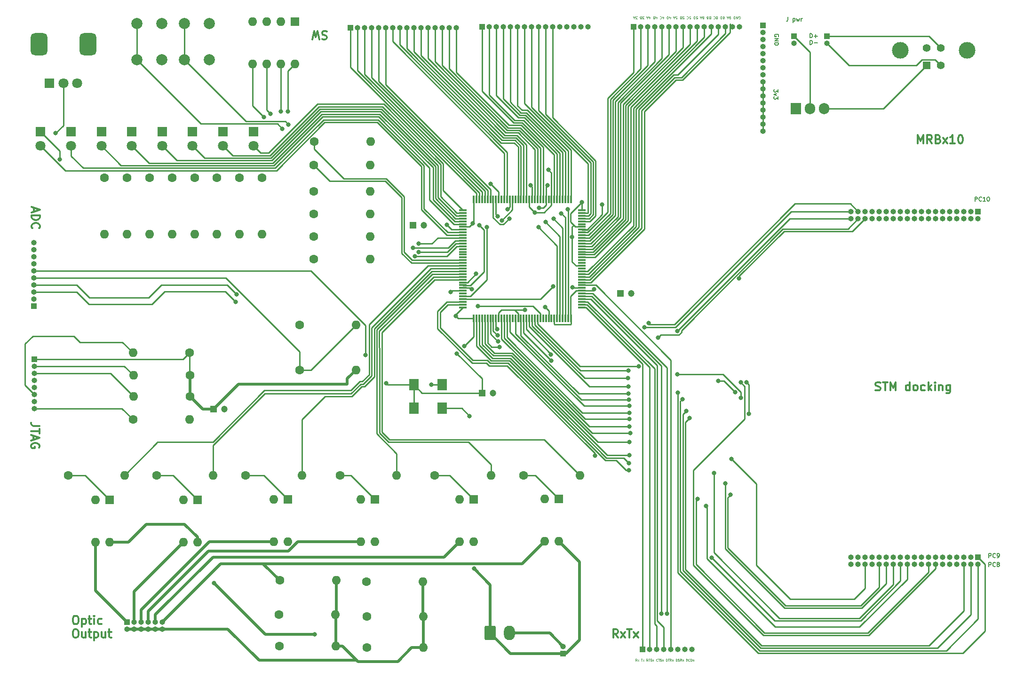
<source format=gbr>
%TF.GenerationSoftware,KiCad,Pcbnew,7.0.1*%
%TF.CreationDate,2023-04-21T00:10:31+02:00*%
%TF.ProjectId,SimpleLattice,53696d70-6c65-44c6-9174-746963652e6b,rev?*%
%TF.SameCoordinates,Original*%
%TF.FileFunction,Copper,L1,Top*%
%TF.FilePolarity,Positive*%
%FSLAX46Y46*%
G04 Gerber Fmt 4.6, Leading zero omitted, Abs format (unit mm)*
G04 Created by KiCad (PCBNEW 7.0.1) date 2023-04-21 00:10:31*
%MOMM*%
%LPD*%
G01*
G04 APERTURE LIST*
G04 Aperture macros list*
%AMRoundRect*
0 Rectangle with rounded corners*
0 $1 Rounding radius*
0 $2 $3 $4 $5 $6 $7 $8 $9 X,Y pos of 4 corners*
0 Add a 4 corners polygon primitive as box body*
4,1,4,$2,$3,$4,$5,$6,$7,$8,$9,$2,$3,0*
0 Add four circle primitives for the rounded corners*
1,1,$1+$1,$2,$3*
1,1,$1+$1,$4,$5*
1,1,$1+$1,$6,$7*
1,1,$1+$1,$8,$9*
0 Add four rect primitives between the rounded corners*
20,1,$1+$1,$2,$3,$4,$5,0*
20,1,$1+$1,$4,$5,$6,$7,0*
20,1,$1+$1,$6,$7,$8,$9,0*
20,1,$1+$1,$8,$9,$2,$3,0*%
G04 Aperture macros list end*
%ADD10C,0.100000*%
%TA.AperFunction,NonConductor*%
%ADD11C,0.100000*%
%TD*%
%ADD12C,0.300000*%
%TA.AperFunction,NonConductor*%
%ADD13C,0.300000*%
%TD*%
%ADD14C,0.187500*%
%TA.AperFunction,NonConductor*%
%ADD15C,0.187500*%
%TD*%
%TA.AperFunction,ComponentPad*%
%ADD16R,1.000000X1.000000*%
%TD*%
%TA.AperFunction,ComponentPad*%
%ADD17O,1.000000X1.000000*%
%TD*%
%TA.AperFunction,ComponentPad*%
%ADD18C,1.600000*%
%TD*%
%TA.AperFunction,ComponentPad*%
%ADD19O,1.600000X1.600000*%
%TD*%
%TA.AperFunction,ComponentPad*%
%ADD20C,2.000000*%
%TD*%
%TA.AperFunction,ComponentPad*%
%ADD21R,1.800000X1.800000*%
%TD*%
%TA.AperFunction,ComponentPad*%
%ADD22C,1.800000*%
%TD*%
%TA.AperFunction,ComponentPad*%
%ADD23R,1.200000X1.200000*%
%TD*%
%TA.AperFunction,ComponentPad*%
%ADD24C,1.200000*%
%TD*%
%TA.AperFunction,ComponentPad*%
%ADD25R,1.600000X1.600000*%
%TD*%
%TA.AperFunction,SMDPad,CuDef*%
%ADD26R,1.800000X2.000000*%
%TD*%
%TA.AperFunction,SMDPad,CuDef*%
%ADD27R,1.475000X0.300000*%
%TD*%
%TA.AperFunction,SMDPad,CuDef*%
%ADD28R,0.300000X1.475000*%
%TD*%
%TA.AperFunction,ComponentPad*%
%ADD29R,1.905000X2.000000*%
%TD*%
%TA.AperFunction,ComponentPad*%
%ADD30O,1.905000X2.000000*%
%TD*%
%TA.AperFunction,ComponentPad*%
%ADD31RoundRect,0.750000X0.750000X-1.250000X0.750000X1.250000X-0.750000X1.250000X-0.750000X-1.250000X0*%
%TD*%
%TA.AperFunction,ComponentPad*%
%ADD32RoundRect,0.250000X-0.750000X-1.050000X0.750000X-1.050000X0.750000X1.050000X-0.750000X1.050000X0*%
%TD*%
%TA.AperFunction,ComponentPad*%
%ADD33O,2.000000X2.600000*%
%TD*%
%TA.AperFunction,ComponentPad*%
%ADD34R,1.400000X1.400000*%
%TD*%
%TA.AperFunction,ComponentPad*%
%ADD35C,1.400000*%
%TD*%
%TA.AperFunction,ComponentPad*%
%ADD36C,3.000000*%
%TD*%
%TA.AperFunction,ViaPad*%
%ADD37C,0.800000*%
%TD*%
%TA.AperFunction,Conductor*%
%ADD38C,0.250000*%
%TD*%
%TA.AperFunction,Conductor*%
%ADD39C,0.500000*%
%TD*%
G04 APERTURE END LIST*
D10*
D11*
X151323809Y-148451047D02*
X151190476Y-148260571D01*
X151095238Y-148451047D02*
X151095238Y-148051047D01*
X151095238Y-148051047D02*
X151247619Y-148051047D01*
X151247619Y-148051047D02*
X151285714Y-148070095D01*
X151285714Y-148070095D02*
X151304761Y-148089142D01*
X151304761Y-148089142D02*
X151323809Y-148127238D01*
X151323809Y-148127238D02*
X151323809Y-148184380D01*
X151323809Y-148184380D02*
X151304761Y-148222476D01*
X151304761Y-148222476D02*
X151285714Y-148241523D01*
X151285714Y-148241523D02*
X151247619Y-148260571D01*
X151247619Y-148260571D02*
X151095238Y-148260571D01*
X151457142Y-148451047D02*
X151666666Y-148184380D01*
X151457142Y-148184380D02*
X151666666Y-148451047D01*
X152066667Y-148051047D02*
X152295238Y-148051047D01*
X152180952Y-148451047D02*
X152180952Y-148051047D01*
X152390476Y-148451047D02*
X152600000Y-148184380D01*
X152390476Y-148184380D02*
X152600000Y-148451047D01*
X153285715Y-148451047D02*
X153152382Y-148260571D01*
X153057144Y-148451047D02*
X153057144Y-148051047D01*
X153057144Y-148051047D02*
X153209525Y-148051047D01*
X153209525Y-148051047D02*
X153247620Y-148070095D01*
X153247620Y-148070095D02*
X153266667Y-148089142D01*
X153266667Y-148089142D02*
X153285715Y-148127238D01*
X153285715Y-148127238D02*
X153285715Y-148184380D01*
X153285715Y-148184380D02*
X153266667Y-148222476D01*
X153266667Y-148222476D02*
X153247620Y-148241523D01*
X153247620Y-148241523D02*
X153209525Y-148260571D01*
X153209525Y-148260571D02*
X153057144Y-148260571D01*
X153400001Y-148051047D02*
X153628572Y-148051047D01*
X153514286Y-148451047D02*
X153514286Y-148051047D01*
X153742858Y-148432000D02*
X153800001Y-148451047D01*
X153800001Y-148451047D02*
X153895239Y-148451047D01*
X153895239Y-148451047D02*
X153933334Y-148432000D01*
X153933334Y-148432000D02*
X153952382Y-148412952D01*
X153952382Y-148412952D02*
X153971429Y-148374857D01*
X153971429Y-148374857D02*
X153971429Y-148336761D01*
X153971429Y-148336761D02*
X153952382Y-148298666D01*
X153952382Y-148298666D02*
X153933334Y-148279619D01*
X153933334Y-148279619D02*
X153895239Y-148260571D01*
X153895239Y-148260571D02*
X153819048Y-148241523D01*
X153819048Y-148241523D02*
X153780953Y-148222476D01*
X153780953Y-148222476D02*
X153761906Y-148203428D01*
X153761906Y-148203428D02*
X153742858Y-148165333D01*
X153742858Y-148165333D02*
X153742858Y-148127238D01*
X153742858Y-148127238D02*
X153761906Y-148089142D01*
X153761906Y-148089142D02*
X153780953Y-148070095D01*
X153780953Y-148070095D02*
X153819048Y-148051047D01*
X153819048Y-148051047D02*
X153914287Y-148051047D01*
X153914287Y-148051047D02*
X153971429Y-148070095D01*
X154142858Y-148184380D02*
X154142858Y-148451047D01*
X154142858Y-148222476D02*
X154161905Y-148203428D01*
X154161905Y-148203428D02*
X154200000Y-148184380D01*
X154200000Y-148184380D02*
X154257143Y-148184380D01*
X154257143Y-148184380D02*
X154295239Y-148203428D01*
X154295239Y-148203428D02*
X154314286Y-148241523D01*
X154314286Y-148241523D02*
X154314286Y-148451047D01*
X155038096Y-148412952D02*
X155019048Y-148432000D01*
X155019048Y-148432000D02*
X154961906Y-148451047D01*
X154961906Y-148451047D02*
X154923810Y-148451047D01*
X154923810Y-148451047D02*
X154866667Y-148432000D01*
X154866667Y-148432000D02*
X154828572Y-148393904D01*
X154828572Y-148393904D02*
X154809525Y-148355809D01*
X154809525Y-148355809D02*
X154790477Y-148279619D01*
X154790477Y-148279619D02*
X154790477Y-148222476D01*
X154790477Y-148222476D02*
X154809525Y-148146285D01*
X154809525Y-148146285D02*
X154828572Y-148108190D01*
X154828572Y-148108190D02*
X154866667Y-148070095D01*
X154866667Y-148070095D02*
X154923810Y-148051047D01*
X154923810Y-148051047D02*
X154961906Y-148051047D01*
X154961906Y-148051047D02*
X155019048Y-148070095D01*
X155019048Y-148070095D02*
X155038096Y-148089142D01*
X155152382Y-148051047D02*
X155380953Y-148051047D01*
X155266667Y-148451047D02*
X155266667Y-148051047D01*
X155495239Y-148432000D02*
X155552382Y-148451047D01*
X155552382Y-148451047D02*
X155647620Y-148451047D01*
X155647620Y-148451047D02*
X155685715Y-148432000D01*
X155685715Y-148432000D02*
X155704763Y-148412952D01*
X155704763Y-148412952D02*
X155723810Y-148374857D01*
X155723810Y-148374857D02*
X155723810Y-148336761D01*
X155723810Y-148336761D02*
X155704763Y-148298666D01*
X155704763Y-148298666D02*
X155685715Y-148279619D01*
X155685715Y-148279619D02*
X155647620Y-148260571D01*
X155647620Y-148260571D02*
X155571429Y-148241523D01*
X155571429Y-148241523D02*
X155533334Y-148222476D01*
X155533334Y-148222476D02*
X155514287Y-148203428D01*
X155514287Y-148203428D02*
X155495239Y-148165333D01*
X155495239Y-148165333D02*
X155495239Y-148127238D01*
X155495239Y-148127238D02*
X155514287Y-148089142D01*
X155514287Y-148089142D02*
X155533334Y-148070095D01*
X155533334Y-148070095D02*
X155571429Y-148051047D01*
X155571429Y-148051047D02*
X155666668Y-148051047D01*
X155666668Y-148051047D02*
X155723810Y-148070095D01*
X155895239Y-148184380D02*
X155895239Y-148451047D01*
X155895239Y-148222476D02*
X155914286Y-148203428D01*
X155914286Y-148203428D02*
X155952381Y-148184380D01*
X155952381Y-148184380D02*
X156009524Y-148184380D01*
X156009524Y-148184380D02*
X156047620Y-148203428D01*
X156047620Y-148203428D02*
X156066667Y-148241523D01*
X156066667Y-148241523D02*
X156066667Y-148451047D01*
X156561906Y-148451047D02*
X156561906Y-148051047D01*
X156561906Y-148051047D02*
X156657144Y-148051047D01*
X156657144Y-148051047D02*
X156714287Y-148070095D01*
X156714287Y-148070095D02*
X156752382Y-148108190D01*
X156752382Y-148108190D02*
X156771429Y-148146285D01*
X156771429Y-148146285D02*
X156790477Y-148222476D01*
X156790477Y-148222476D02*
X156790477Y-148279619D01*
X156790477Y-148279619D02*
X156771429Y-148355809D01*
X156771429Y-148355809D02*
X156752382Y-148393904D01*
X156752382Y-148393904D02*
X156714287Y-148432000D01*
X156714287Y-148432000D02*
X156657144Y-148451047D01*
X156657144Y-148451047D02*
X156561906Y-148451047D01*
X156904763Y-148051047D02*
X157133334Y-148051047D01*
X157019048Y-148451047D02*
X157019048Y-148051047D01*
X157495239Y-148451047D02*
X157361906Y-148260571D01*
X157266668Y-148451047D02*
X157266668Y-148051047D01*
X157266668Y-148051047D02*
X157419049Y-148051047D01*
X157419049Y-148051047D02*
X157457144Y-148070095D01*
X157457144Y-148070095D02*
X157476191Y-148089142D01*
X157476191Y-148089142D02*
X157495239Y-148127238D01*
X157495239Y-148127238D02*
X157495239Y-148184380D01*
X157495239Y-148184380D02*
X157476191Y-148222476D01*
X157476191Y-148222476D02*
X157457144Y-148241523D01*
X157457144Y-148241523D02*
X157419049Y-148260571D01*
X157419049Y-148260571D02*
X157266668Y-148260571D01*
X157666668Y-148184380D02*
X157666668Y-148451047D01*
X157666668Y-148222476D02*
X157685715Y-148203428D01*
X157685715Y-148203428D02*
X157723810Y-148184380D01*
X157723810Y-148184380D02*
X157780953Y-148184380D01*
X157780953Y-148184380D02*
X157819049Y-148203428D01*
X157819049Y-148203428D02*
X157838096Y-148241523D01*
X157838096Y-148241523D02*
X157838096Y-148451047D01*
X158333335Y-148451047D02*
X158333335Y-148051047D01*
X158333335Y-148051047D02*
X158428573Y-148051047D01*
X158428573Y-148051047D02*
X158485716Y-148070095D01*
X158485716Y-148070095D02*
X158523811Y-148108190D01*
X158523811Y-148108190D02*
X158542858Y-148146285D01*
X158542858Y-148146285D02*
X158561906Y-148222476D01*
X158561906Y-148222476D02*
X158561906Y-148279619D01*
X158561906Y-148279619D02*
X158542858Y-148355809D01*
X158542858Y-148355809D02*
X158523811Y-148393904D01*
X158523811Y-148393904D02*
X158485716Y-148432000D01*
X158485716Y-148432000D02*
X158428573Y-148451047D01*
X158428573Y-148451047D02*
X158333335Y-148451047D01*
X158714287Y-148432000D02*
X158771430Y-148451047D01*
X158771430Y-148451047D02*
X158866668Y-148451047D01*
X158866668Y-148451047D02*
X158904763Y-148432000D01*
X158904763Y-148432000D02*
X158923811Y-148412952D01*
X158923811Y-148412952D02*
X158942858Y-148374857D01*
X158942858Y-148374857D02*
X158942858Y-148336761D01*
X158942858Y-148336761D02*
X158923811Y-148298666D01*
X158923811Y-148298666D02*
X158904763Y-148279619D01*
X158904763Y-148279619D02*
X158866668Y-148260571D01*
X158866668Y-148260571D02*
X158790477Y-148241523D01*
X158790477Y-148241523D02*
X158752382Y-148222476D01*
X158752382Y-148222476D02*
X158733335Y-148203428D01*
X158733335Y-148203428D02*
X158714287Y-148165333D01*
X158714287Y-148165333D02*
X158714287Y-148127238D01*
X158714287Y-148127238D02*
X158733335Y-148089142D01*
X158733335Y-148089142D02*
X158752382Y-148070095D01*
X158752382Y-148070095D02*
X158790477Y-148051047D01*
X158790477Y-148051047D02*
X158885716Y-148051047D01*
X158885716Y-148051047D02*
X158942858Y-148070095D01*
X159342858Y-148451047D02*
X159209525Y-148260571D01*
X159114287Y-148451047D02*
X159114287Y-148051047D01*
X159114287Y-148051047D02*
X159266668Y-148051047D01*
X159266668Y-148051047D02*
X159304763Y-148070095D01*
X159304763Y-148070095D02*
X159323810Y-148089142D01*
X159323810Y-148089142D02*
X159342858Y-148127238D01*
X159342858Y-148127238D02*
X159342858Y-148184380D01*
X159342858Y-148184380D02*
X159323810Y-148222476D01*
X159323810Y-148222476D02*
X159304763Y-148241523D01*
X159304763Y-148241523D02*
X159266668Y-148260571D01*
X159266668Y-148260571D02*
X159114287Y-148260571D01*
X159514287Y-148184380D02*
X159514287Y-148451047D01*
X159514287Y-148222476D02*
X159533334Y-148203428D01*
X159533334Y-148203428D02*
X159571429Y-148184380D01*
X159571429Y-148184380D02*
X159628572Y-148184380D01*
X159628572Y-148184380D02*
X159666668Y-148203428D01*
X159666668Y-148203428D02*
X159685715Y-148241523D01*
X159685715Y-148241523D02*
X159685715Y-148451047D01*
X160180954Y-148451047D02*
X160180954Y-148051047D01*
X160180954Y-148051047D02*
X160276192Y-148051047D01*
X160276192Y-148051047D02*
X160333335Y-148070095D01*
X160333335Y-148070095D02*
X160371430Y-148108190D01*
X160371430Y-148108190D02*
X160390477Y-148146285D01*
X160390477Y-148146285D02*
X160409525Y-148222476D01*
X160409525Y-148222476D02*
X160409525Y-148279619D01*
X160409525Y-148279619D02*
X160390477Y-148355809D01*
X160390477Y-148355809D02*
X160371430Y-148393904D01*
X160371430Y-148393904D02*
X160333335Y-148432000D01*
X160333335Y-148432000D02*
X160276192Y-148451047D01*
X160276192Y-148451047D02*
X160180954Y-148451047D01*
X160809525Y-148412952D02*
X160790477Y-148432000D01*
X160790477Y-148432000D02*
X160733335Y-148451047D01*
X160733335Y-148451047D02*
X160695239Y-148451047D01*
X160695239Y-148451047D02*
X160638096Y-148432000D01*
X160638096Y-148432000D02*
X160600001Y-148393904D01*
X160600001Y-148393904D02*
X160580954Y-148355809D01*
X160580954Y-148355809D02*
X160561906Y-148279619D01*
X160561906Y-148279619D02*
X160561906Y-148222476D01*
X160561906Y-148222476D02*
X160580954Y-148146285D01*
X160580954Y-148146285D02*
X160600001Y-148108190D01*
X160600001Y-148108190D02*
X160638096Y-148070095D01*
X160638096Y-148070095D02*
X160695239Y-148051047D01*
X160695239Y-148051047D02*
X160733335Y-148051047D01*
X160733335Y-148051047D02*
X160790477Y-148070095D01*
X160790477Y-148070095D02*
X160809525Y-148089142D01*
X160980954Y-148451047D02*
X160980954Y-148051047D01*
X160980954Y-148051047D02*
X161076192Y-148051047D01*
X161076192Y-148051047D02*
X161133335Y-148070095D01*
X161133335Y-148070095D02*
X161171430Y-148108190D01*
X161171430Y-148108190D02*
X161190477Y-148146285D01*
X161190477Y-148146285D02*
X161209525Y-148222476D01*
X161209525Y-148222476D02*
X161209525Y-148279619D01*
X161209525Y-148279619D02*
X161190477Y-148355809D01*
X161190477Y-148355809D02*
X161171430Y-148393904D01*
X161171430Y-148393904D02*
X161133335Y-148432000D01*
X161133335Y-148432000D02*
X161076192Y-148451047D01*
X161076192Y-148451047D02*
X160980954Y-148451047D01*
X161380954Y-148184380D02*
X161380954Y-148451047D01*
X161380954Y-148222476D02*
X161400001Y-148203428D01*
X161400001Y-148203428D02*
X161438096Y-148184380D01*
X161438096Y-148184380D02*
X161495239Y-148184380D01*
X161495239Y-148184380D02*
X161533335Y-148203428D01*
X161533335Y-148203428D02*
X161552382Y-148241523D01*
X161552382Y-148241523D02*
X161552382Y-148451047D01*
D12*
D13*
X147914285Y-144216428D02*
X147414285Y-143502142D01*
X147057142Y-144216428D02*
X147057142Y-142716428D01*
X147057142Y-142716428D02*
X147628571Y-142716428D01*
X147628571Y-142716428D02*
X147771428Y-142787857D01*
X147771428Y-142787857D02*
X147842857Y-142859285D01*
X147842857Y-142859285D02*
X147914285Y-143002142D01*
X147914285Y-143002142D02*
X147914285Y-143216428D01*
X147914285Y-143216428D02*
X147842857Y-143359285D01*
X147842857Y-143359285D02*
X147771428Y-143430714D01*
X147771428Y-143430714D02*
X147628571Y-143502142D01*
X147628571Y-143502142D02*
X147057142Y-143502142D01*
X148414285Y-144216428D02*
X149200000Y-143216428D01*
X148414285Y-143216428D02*
X149200000Y-144216428D01*
X149557143Y-142716428D02*
X150414286Y-142716428D01*
X149985714Y-144216428D02*
X149985714Y-142716428D01*
X150771428Y-144216428D02*
X151557143Y-143216428D01*
X150771428Y-143216428D02*
X151557143Y-144216428D01*
D10*
D11*
X169657142Y-32783642D02*
X169700000Y-32805071D01*
X169700000Y-32805071D02*
X169764285Y-32805071D01*
X169764285Y-32805071D02*
X169828571Y-32783642D01*
X169828571Y-32783642D02*
X169871428Y-32740785D01*
X169871428Y-32740785D02*
X169892857Y-32697928D01*
X169892857Y-32697928D02*
X169914285Y-32612214D01*
X169914285Y-32612214D02*
X169914285Y-32547928D01*
X169914285Y-32547928D02*
X169892857Y-32462214D01*
X169892857Y-32462214D02*
X169871428Y-32419357D01*
X169871428Y-32419357D02*
X169828571Y-32376500D01*
X169828571Y-32376500D02*
X169764285Y-32355071D01*
X169764285Y-32355071D02*
X169721428Y-32355071D01*
X169721428Y-32355071D02*
X169657142Y-32376500D01*
X169657142Y-32376500D02*
X169635714Y-32397928D01*
X169635714Y-32397928D02*
X169635714Y-32547928D01*
X169635714Y-32547928D02*
X169721428Y-32547928D01*
X169442857Y-32355071D02*
X169442857Y-32805071D01*
X169442857Y-32805071D02*
X169185714Y-32355071D01*
X169185714Y-32355071D02*
X169185714Y-32805071D01*
X168971428Y-32355071D02*
X168971428Y-32805071D01*
X168971428Y-32805071D02*
X168864285Y-32805071D01*
X168864285Y-32805071D02*
X168799999Y-32783642D01*
X168799999Y-32783642D02*
X168757142Y-32740785D01*
X168757142Y-32740785D02*
X168735713Y-32697928D01*
X168735713Y-32697928D02*
X168714285Y-32612214D01*
X168714285Y-32612214D02*
X168714285Y-32547928D01*
X168714285Y-32547928D02*
X168735713Y-32462214D01*
X168735713Y-32462214D02*
X168757142Y-32419357D01*
X168757142Y-32419357D02*
X168799999Y-32376500D01*
X168799999Y-32376500D02*
X168864285Y-32355071D01*
X168864285Y-32355071D02*
X168971428Y-32355071D01*
X168157142Y-32355071D02*
X168071428Y-32355071D01*
X168071428Y-32355071D02*
X168028571Y-32376500D01*
X168028571Y-32376500D02*
X168007142Y-32397928D01*
X168007142Y-32397928D02*
X167964285Y-32462214D01*
X167964285Y-32462214D02*
X167942856Y-32547928D01*
X167942856Y-32547928D02*
X167942856Y-32719357D01*
X167942856Y-32719357D02*
X167964285Y-32762214D01*
X167964285Y-32762214D02*
X167985714Y-32783642D01*
X167985714Y-32783642D02*
X168028571Y-32805071D01*
X168028571Y-32805071D02*
X168114285Y-32805071D01*
X168114285Y-32805071D02*
X168157142Y-32783642D01*
X168157142Y-32783642D02*
X168178571Y-32762214D01*
X168178571Y-32762214D02*
X168199999Y-32719357D01*
X168199999Y-32719357D02*
X168199999Y-32612214D01*
X168199999Y-32612214D02*
X168178571Y-32569357D01*
X168178571Y-32569357D02*
X168157142Y-32547928D01*
X168157142Y-32547928D02*
X168114285Y-32526500D01*
X168114285Y-32526500D02*
X168028571Y-32526500D01*
X168028571Y-32526500D02*
X167985714Y-32547928D01*
X167985714Y-32547928D02*
X167964285Y-32569357D01*
X167964285Y-32569357D02*
X167942856Y-32612214D01*
X167771428Y-32483642D02*
X167557143Y-32483642D01*
X167814285Y-32355071D02*
X167664285Y-32805071D01*
X167664285Y-32805071D02*
X167514285Y-32355071D01*
X166957143Y-32612214D02*
X167000000Y-32633642D01*
X167000000Y-32633642D02*
X167021429Y-32655071D01*
X167021429Y-32655071D02*
X167042857Y-32697928D01*
X167042857Y-32697928D02*
X167042857Y-32719357D01*
X167042857Y-32719357D02*
X167021429Y-32762214D01*
X167021429Y-32762214D02*
X167000000Y-32783642D01*
X167000000Y-32783642D02*
X166957143Y-32805071D01*
X166957143Y-32805071D02*
X166871429Y-32805071D01*
X166871429Y-32805071D02*
X166828572Y-32783642D01*
X166828572Y-32783642D02*
X166807143Y-32762214D01*
X166807143Y-32762214D02*
X166785714Y-32719357D01*
X166785714Y-32719357D02*
X166785714Y-32697928D01*
X166785714Y-32697928D02*
X166807143Y-32655071D01*
X166807143Y-32655071D02*
X166828572Y-32633642D01*
X166828572Y-32633642D02*
X166871429Y-32612214D01*
X166871429Y-32612214D02*
X166957143Y-32612214D01*
X166957143Y-32612214D02*
X167000000Y-32590785D01*
X167000000Y-32590785D02*
X167021429Y-32569357D01*
X167021429Y-32569357D02*
X167042857Y-32526500D01*
X167042857Y-32526500D02*
X167042857Y-32440785D01*
X167042857Y-32440785D02*
X167021429Y-32397928D01*
X167021429Y-32397928D02*
X167000000Y-32376500D01*
X167000000Y-32376500D02*
X166957143Y-32355071D01*
X166957143Y-32355071D02*
X166871429Y-32355071D01*
X166871429Y-32355071D02*
X166828572Y-32376500D01*
X166828572Y-32376500D02*
X166807143Y-32397928D01*
X166807143Y-32397928D02*
X166785714Y-32440785D01*
X166785714Y-32440785D02*
X166785714Y-32526500D01*
X166785714Y-32526500D02*
X166807143Y-32569357D01*
X166807143Y-32569357D02*
X166828572Y-32590785D01*
X166828572Y-32590785D02*
X166871429Y-32612214D01*
X166592858Y-32355071D02*
X166592858Y-32805071D01*
X166592858Y-32805071D02*
X166485715Y-32805071D01*
X166485715Y-32805071D02*
X166421429Y-32783642D01*
X166421429Y-32783642D02*
X166378572Y-32740785D01*
X166378572Y-32740785D02*
X166357143Y-32697928D01*
X166357143Y-32697928D02*
X166335715Y-32612214D01*
X166335715Y-32612214D02*
X166335715Y-32547928D01*
X166335715Y-32547928D02*
X166357143Y-32462214D01*
X166357143Y-32462214D02*
X166378572Y-32419357D01*
X166378572Y-32419357D02*
X166421429Y-32376500D01*
X166421429Y-32376500D02*
X166485715Y-32355071D01*
X166485715Y-32355071D02*
X166592858Y-32355071D01*
X165735715Y-32612214D02*
X165778572Y-32633642D01*
X165778572Y-32633642D02*
X165800001Y-32655071D01*
X165800001Y-32655071D02*
X165821429Y-32697928D01*
X165821429Y-32697928D02*
X165821429Y-32719357D01*
X165821429Y-32719357D02*
X165800001Y-32762214D01*
X165800001Y-32762214D02*
X165778572Y-32783642D01*
X165778572Y-32783642D02*
X165735715Y-32805071D01*
X165735715Y-32805071D02*
X165650001Y-32805071D01*
X165650001Y-32805071D02*
X165607144Y-32783642D01*
X165607144Y-32783642D02*
X165585715Y-32762214D01*
X165585715Y-32762214D02*
X165564286Y-32719357D01*
X165564286Y-32719357D02*
X165564286Y-32697928D01*
X165564286Y-32697928D02*
X165585715Y-32655071D01*
X165585715Y-32655071D02*
X165607144Y-32633642D01*
X165607144Y-32633642D02*
X165650001Y-32612214D01*
X165650001Y-32612214D02*
X165735715Y-32612214D01*
X165735715Y-32612214D02*
X165778572Y-32590785D01*
X165778572Y-32590785D02*
X165800001Y-32569357D01*
X165800001Y-32569357D02*
X165821429Y-32526500D01*
X165821429Y-32526500D02*
X165821429Y-32440785D01*
X165821429Y-32440785D02*
X165800001Y-32397928D01*
X165800001Y-32397928D02*
X165778572Y-32376500D01*
X165778572Y-32376500D02*
X165735715Y-32355071D01*
X165735715Y-32355071D02*
X165650001Y-32355071D01*
X165650001Y-32355071D02*
X165607144Y-32376500D01*
X165607144Y-32376500D02*
X165585715Y-32397928D01*
X165585715Y-32397928D02*
X165564286Y-32440785D01*
X165564286Y-32440785D02*
X165564286Y-32526500D01*
X165564286Y-32526500D02*
X165585715Y-32569357D01*
X165585715Y-32569357D02*
X165607144Y-32590785D01*
X165607144Y-32590785D02*
X165650001Y-32612214D01*
X165114287Y-32397928D02*
X165135715Y-32376500D01*
X165135715Y-32376500D02*
X165200001Y-32355071D01*
X165200001Y-32355071D02*
X165242858Y-32355071D01*
X165242858Y-32355071D02*
X165307144Y-32376500D01*
X165307144Y-32376500D02*
X165350001Y-32419357D01*
X165350001Y-32419357D02*
X165371430Y-32462214D01*
X165371430Y-32462214D02*
X165392858Y-32547928D01*
X165392858Y-32547928D02*
X165392858Y-32612214D01*
X165392858Y-32612214D02*
X165371430Y-32697928D01*
X165371430Y-32697928D02*
X165350001Y-32740785D01*
X165350001Y-32740785D02*
X165307144Y-32783642D01*
X165307144Y-32783642D02*
X165242858Y-32805071D01*
X165242858Y-32805071D02*
X165200001Y-32805071D01*
X165200001Y-32805071D02*
X165135715Y-32783642D01*
X165135715Y-32783642D02*
X165114287Y-32762214D01*
X164514287Y-32612214D02*
X164557144Y-32633642D01*
X164557144Y-32633642D02*
X164578573Y-32655071D01*
X164578573Y-32655071D02*
X164600001Y-32697928D01*
X164600001Y-32697928D02*
X164600001Y-32719357D01*
X164600001Y-32719357D02*
X164578573Y-32762214D01*
X164578573Y-32762214D02*
X164557144Y-32783642D01*
X164557144Y-32783642D02*
X164514287Y-32805071D01*
X164514287Y-32805071D02*
X164428573Y-32805071D01*
X164428573Y-32805071D02*
X164385716Y-32783642D01*
X164385716Y-32783642D02*
X164364287Y-32762214D01*
X164364287Y-32762214D02*
X164342858Y-32719357D01*
X164342858Y-32719357D02*
X164342858Y-32697928D01*
X164342858Y-32697928D02*
X164364287Y-32655071D01*
X164364287Y-32655071D02*
X164385716Y-32633642D01*
X164385716Y-32633642D02*
X164428573Y-32612214D01*
X164428573Y-32612214D02*
X164514287Y-32612214D01*
X164514287Y-32612214D02*
X164557144Y-32590785D01*
X164557144Y-32590785D02*
X164578573Y-32569357D01*
X164578573Y-32569357D02*
X164600001Y-32526500D01*
X164600001Y-32526500D02*
X164600001Y-32440785D01*
X164600001Y-32440785D02*
X164578573Y-32397928D01*
X164578573Y-32397928D02*
X164557144Y-32376500D01*
X164557144Y-32376500D02*
X164514287Y-32355071D01*
X164514287Y-32355071D02*
X164428573Y-32355071D01*
X164428573Y-32355071D02*
X164385716Y-32376500D01*
X164385716Y-32376500D02*
X164364287Y-32397928D01*
X164364287Y-32397928D02*
X164342858Y-32440785D01*
X164342858Y-32440785D02*
X164342858Y-32526500D01*
X164342858Y-32526500D02*
X164364287Y-32569357D01*
X164364287Y-32569357D02*
X164385716Y-32590785D01*
X164385716Y-32590785D02*
X164428573Y-32612214D01*
X164000002Y-32590785D02*
X163935716Y-32569357D01*
X163935716Y-32569357D02*
X163914287Y-32547928D01*
X163914287Y-32547928D02*
X163892859Y-32505071D01*
X163892859Y-32505071D02*
X163892859Y-32440785D01*
X163892859Y-32440785D02*
X163914287Y-32397928D01*
X163914287Y-32397928D02*
X163935716Y-32376500D01*
X163935716Y-32376500D02*
X163978573Y-32355071D01*
X163978573Y-32355071D02*
X164150002Y-32355071D01*
X164150002Y-32355071D02*
X164150002Y-32805071D01*
X164150002Y-32805071D02*
X164000002Y-32805071D01*
X164000002Y-32805071D02*
X163957145Y-32783642D01*
X163957145Y-32783642D02*
X163935716Y-32762214D01*
X163935716Y-32762214D02*
X163914287Y-32719357D01*
X163914287Y-32719357D02*
X163914287Y-32676500D01*
X163914287Y-32676500D02*
X163935716Y-32633642D01*
X163935716Y-32633642D02*
X163957145Y-32612214D01*
X163957145Y-32612214D02*
X164000002Y-32590785D01*
X164000002Y-32590785D02*
X164150002Y-32590785D01*
X163292859Y-32612214D02*
X163335716Y-32633642D01*
X163335716Y-32633642D02*
X163357145Y-32655071D01*
X163357145Y-32655071D02*
X163378573Y-32697928D01*
X163378573Y-32697928D02*
X163378573Y-32719357D01*
X163378573Y-32719357D02*
X163357145Y-32762214D01*
X163357145Y-32762214D02*
X163335716Y-32783642D01*
X163335716Y-32783642D02*
X163292859Y-32805071D01*
X163292859Y-32805071D02*
X163207145Y-32805071D01*
X163207145Y-32805071D02*
X163164288Y-32783642D01*
X163164288Y-32783642D02*
X163142859Y-32762214D01*
X163142859Y-32762214D02*
X163121430Y-32719357D01*
X163121430Y-32719357D02*
X163121430Y-32697928D01*
X163121430Y-32697928D02*
X163142859Y-32655071D01*
X163142859Y-32655071D02*
X163164288Y-32633642D01*
X163164288Y-32633642D02*
X163207145Y-32612214D01*
X163207145Y-32612214D02*
X163292859Y-32612214D01*
X163292859Y-32612214D02*
X163335716Y-32590785D01*
X163335716Y-32590785D02*
X163357145Y-32569357D01*
X163357145Y-32569357D02*
X163378573Y-32526500D01*
X163378573Y-32526500D02*
X163378573Y-32440785D01*
X163378573Y-32440785D02*
X163357145Y-32397928D01*
X163357145Y-32397928D02*
X163335716Y-32376500D01*
X163335716Y-32376500D02*
X163292859Y-32355071D01*
X163292859Y-32355071D02*
X163207145Y-32355071D01*
X163207145Y-32355071D02*
X163164288Y-32376500D01*
X163164288Y-32376500D02*
X163142859Y-32397928D01*
X163142859Y-32397928D02*
X163121430Y-32440785D01*
X163121430Y-32440785D02*
X163121430Y-32526500D01*
X163121430Y-32526500D02*
X163142859Y-32569357D01*
X163142859Y-32569357D02*
X163164288Y-32590785D01*
X163164288Y-32590785D02*
X163207145Y-32612214D01*
X162950002Y-32483642D02*
X162735717Y-32483642D01*
X162992859Y-32355071D02*
X162842859Y-32805071D01*
X162842859Y-32805071D02*
X162692859Y-32355071D01*
X161985717Y-32805071D02*
X162200003Y-32805071D01*
X162200003Y-32805071D02*
X162221431Y-32590785D01*
X162221431Y-32590785D02*
X162200003Y-32612214D01*
X162200003Y-32612214D02*
X162157146Y-32633642D01*
X162157146Y-32633642D02*
X162050003Y-32633642D01*
X162050003Y-32633642D02*
X162007146Y-32612214D01*
X162007146Y-32612214D02*
X161985717Y-32590785D01*
X161985717Y-32590785D02*
X161964288Y-32547928D01*
X161964288Y-32547928D02*
X161964288Y-32440785D01*
X161964288Y-32440785D02*
X161985717Y-32397928D01*
X161985717Y-32397928D02*
X162007146Y-32376500D01*
X162007146Y-32376500D02*
X162050003Y-32355071D01*
X162050003Y-32355071D02*
X162157146Y-32355071D01*
X162157146Y-32355071D02*
X162200003Y-32376500D01*
X162200003Y-32376500D02*
X162221431Y-32397928D01*
X161771432Y-32355071D02*
X161771432Y-32805071D01*
X161771432Y-32805071D02*
X161664289Y-32805071D01*
X161664289Y-32805071D02*
X161600003Y-32783642D01*
X161600003Y-32783642D02*
X161557146Y-32740785D01*
X161557146Y-32740785D02*
X161535717Y-32697928D01*
X161535717Y-32697928D02*
X161514289Y-32612214D01*
X161514289Y-32612214D02*
X161514289Y-32547928D01*
X161514289Y-32547928D02*
X161535717Y-32462214D01*
X161535717Y-32462214D02*
X161557146Y-32419357D01*
X161557146Y-32419357D02*
X161600003Y-32376500D01*
X161600003Y-32376500D02*
X161664289Y-32355071D01*
X161664289Y-32355071D02*
X161771432Y-32355071D01*
X160764289Y-32805071D02*
X160978575Y-32805071D01*
X160978575Y-32805071D02*
X161000003Y-32590785D01*
X161000003Y-32590785D02*
X160978575Y-32612214D01*
X160978575Y-32612214D02*
X160935718Y-32633642D01*
X160935718Y-32633642D02*
X160828575Y-32633642D01*
X160828575Y-32633642D02*
X160785718Y-32612214D01*
X160785718Y-32612214D02*
X160764289Y-32590785D01*
X160764289Y-32590785D02*
X160742860Y-32547928D01*
X160742860Y-32547928D02*
X160742860Y-32440785D01*
X160742860Y-32440785D02*
X160764289Y-32397928D01*
X160764289Y-32397928D02*
X160785718Y-32376500D01*
X160785718Y-32376500D02*
X160828575Y-32355071D01*
X160828575Y-32355071D02*
X160935718Y-32355071D01*
X160935718Y-32355071D02*
X160978575Y-32376500D01*
X160978575Y-32376500D02*
X161000003Y-32397928D01*
X160292861Y-32397928D02*
X160314289Y-32376500D01*
X160314289Y-32376500D02*
X160378575Y-32355071D01*
X160378575Y-32355071D02*
X160421432Y-32355071D01*
X160421432Y-32355071D02*
X160485718Y-32376500D01*
X160485718Y-32376500D02*
X160528575Y-32419357D01*
X160528575Y-32419357D02*
X160550004Y-32462214D01*
X160550004Y-32462214D02*
X160571432Y-32547928D01*
X160571432Y-32547928D02*
X160571432Y-32612214D01*
X160571432Y-32612214D02*
X160550004Y-32697928D01*
X160550004Y-32697928D02*
X160528575Y-32740785D01*
X160528575Y-32740785D02*
X160485718Y-32783642D01*
X160485718Y-32783642D02*
X160421432Y-32805071D01*
X160421432Y-32805071D02*
X160378575Y-32805071D01*
X160378575Y-32805071D02*
X160314289Y-32783642D01*
X160314289Y-32783642D02*
X160292861Y-32762214D01*
X159542861Y-32805071D02*
X159757147Y-32805071D01*
X159757147Y-32805071D02*
X159778575Y-32590785D01*
X159778575Y-32590785D02*
X159757147Y-32612214D01*
X159757147Y-32612214D02*
X159714290Y-32633642D01*
X159714290Y-32633642D02*
X159607147Y-32633642D01*
X159607147Y-32633642D02*
X159564290Y-32612214D01*
X159564290Y-32612214D02*
X159542861Y-32590785D01*
X159542861Y-32590785D02*
X159521432Y-32547928D01*
X159521432Y-32547928D02*
X159521432Y-32440785D01*
X159521432Y-32440785D02*
X159542861Y-32397928D01*
X159542861Y-32397928D02*
X159564290Y-32376500D01*
X159564290Y-32376500D02*
X159607147Y-32355071D01*
X159607147Y-32355071D02*
X159714290Y-32355071D01*
X159714290Y-32355071D02*
X159757147Y-32376500D01*
X159757147Y-32376500D02*
X159778575Y-32397928D01*
X159178576Y-32590785D02*
X159114290Y-32569357D01*
X159114290Y-32569357D02*
X159092861Y-32547928D01*
X159092861Y-32547928D02*
X159071433Y-32505071D01*
X159071433Y-32505071D02*
X159071433Y-32440785D01*
X159071433Y-32440785D02*
X159092861Y-32397928D01*
X159092861Y-32397928D02*
X159114290Y-32376500D01*
X159114290Y-32376500D02*
X159157147Y-32355071D01*
X159157147Y-32355071D02*
X159328576Y-32355071D01*
X159328576Y-32355071D02*
X159328576Y-32805071D01*
X159328576Y-32805071D02*
X159178576Y-32805071D01*
X159178576Y-32805071D02*
X159135719Y-32783642D01*
X159135719Y-32783642D02*
X159114290Y-32762214D01*
X159114290Y-32762214D02*
X159092861Y-32719357D01*
X159092861Y-32719357D02*
X159092861Y-32676500D01*
X159092861Y-32676500D02*
X159114290Y-32633642D01*
X159114290Y-32633642D02*
X159135719Y-32612214D01*
X159135719Y-32612214D02*
X159178576Y-32590785D01*
X159178576Y-32590785D02*
X159328576Y-32590785D01*
X158321433Y-32805071D02*
X158535719Y-32805071D01*
X158535719Y-32805071D02*
X158557147Y-32590785D01*
X158557147Y-32590785D02*
X158535719Y-32612214D01*
X158535719Y-32612214D02*
X158492862Y-32633642D01*
X158492862Y-32633642D02*
X158385719Y-32633642D01*
X158385719Y-32633642D02*
X158342862Y-32612214D01*
X158342862Y-32612214D02*
X158321433Y-32590785D01*
X158321433Y-32590785D02*
X158300004Y-32547928D01*
X158300004Y-32547928D02*
X158300004Y-32440785D01*
X158300004Y-32440785D02*
X158321433Y-32397928D01*
X158321433Y-32397928D02*
X158342862Y-32376500D01*
X158342862Y-32376500D02*
X158385719Y-32355071D01*
X158385719Y-32355071D02*
X158492862Y-32355071D01*
X158492862Y-32355071D02*
X158535719Y-32376500D01*
X158535719Y-32376500D02*
X158557147Y-32397928D01*
X158128576Y-32483642D02*
X157914291Y-32483642D01*
X158171433Y-32355071D02*
X158021433Y-32805071D01*
X158021433Y-32805071D02*
X157871433Y-32355071D01*
X157185720Y-32655071D02*
X157185720Y-32355071D01*
X157292862Y-32826500D02*
X157400005Y-32505071D01*
X157400005Y-32505071D02*
X157121434Y-32505071D01*
X156950006Y-32355071D02*
X156950006Y-32805071D01*
X156950006Y-32805071D02*
X156842863Y-32805071D01*
X156842863Y-32805071D02*
X156778577Y-32783642D01*
X156778577Y-32783642D02*
X156735720Y-32740785D01*
X156735720Y-32740785D02*
X156714291Y-32697928D01*
X156714291Y-32697928D02*
X156692863Y-32612214D01*
X156692863Y-32612214D02*
X156692863Y-32547928D01*
X156692863Y-32547928D02*
X156714291Y-32462214D01*
X156714291Y-32462214D02*
X156735720Y-32419357D01*
X156735720Y-32419357D02*
X156778577Y-32376500D01*
X156778577Y-32376500D02*
X156842863Y-32355071D01*
X156842863Y-32355071D02*
X156950006Y-32355071D01*
X155964292Y-32655071D02*
X155964292Y-32355071D01*
X156071434Y-32826500D02*
X156178577Y-32505071D01*
X156178577Y-32505071D02*
X155900006Y-32505071D01*
X155471435Y-32397928D02*
X155492863Y-32376500D01*
X155492863Y-32376500D02*
X155557149Y-32355071D01*
X155557149Y-32355071D02*
X155600006Y-32355071D01*
X155600006Y-32355071D02*
X155664292Y-32376500D01*
X155664292Y-32376500D02*
X155707149Y-32419357D01*
X155707149Y-32419357D02*
X155728578Y-32462214D01*
X155728578Y-32462214D02*
X155750006Y-32547928D01*
X155750006Y-32547928D02*
X155750006Y-32612214D01*
X155750006Y-32612214D02*
X155728578Y-32697928D01*
X155728578Y-32697928D02*
X155707149Y-32740785D01*
X155707149Y-32740785D02*
X155664292Y-32783642D01*
X155664292Y-32783642D02*
X155600006Y-32805071D01*
X155600006Y-32805071D02*
X155557149Y-32805071D01*
X155557149Y-32805071D02*
X155492863Y-32783642D01*
X155492863Y-32783642D02*
X155471435Y-32762214D01*
X154742864Y-32655071D02*
X154742864Y-32355071D01*
X154850006Y-32826500D02*
X154957149Y-32505071D01*
X154957149Y-32505071D02*
X154678578Y-32505071D01*
X154357150Y-32590785D02*
X154292864Y-32569357D01*
X154292864Y-32569357D02*
X154271435Y-32547928D01*
X154271435Y-32547928D02*
X154250007Y-32505071D01*
X154250007Y-32505071D02*
X154250007Y-32440785D01*
X154250007Y-32440785D02*
X154271435Y-32397928D01*
X154271435Y-32397928D02*
X154292864Y-32376500D01*
X154292864Y-32376500D02*
X154335721Y-32355071D01*
X154335721Y-32355071D02*
X154507150Y-32355071D01*
X154507150Y-32355071D02*
X154507150Y-32805071D01*
X154507150Y-32805071D02*
X154357150Y-32805071D01*
X154357150Y-32805071D02*
X154314293Y-32783642D01*
X154314293Y-32783642D02*
X154292864Y-32762214D01*
X154292864Y-32762214D02*
X154271435Y-32719357D01*
X154271435Y-32719357D02*
X154271435Y-32676500D01*
X154271435Y-32676500D02*
X154292864Y-32633642D01*
X154292864Y-32633642D02*
X154314293Y-32612214D01*
X154314293Y-32612214D02*
X154357150Y-32590785D01*
X154357150Y-32590785D02*
X154507150Y-32590785D01*
X153521436Y-32655071D02*
X153521436Y-32355071D01*
X153628578Y-32826500D02*
X153735721Y-32505071D01*
X153735721Y-32505071D02*
X153457150Y-32505071D01*
X153307150Y-32483642D02*
X153092865Y-32483642D01*
X153350007Y-32355071D02*
X153200007Y-32805071D01*
X153200007Y-32805071D02*
X153050007Y-32355071D01*
X152600008Y-32805071D02*
X152321436Y-32805071D01*
X152321436Y-32805071D02*
X152471436Y-32633642D01*
X152471436Y-32633642D02*
X152407151Y-32633642D01*
X152407151Y-32633642D02*
X152364294Y-32612214D01*
X152364294Y-32612214D02*
X152342865Y-32590785D01*
X152342865Y-32590785D02*
X152321436Y-32547928D01*
X152321436Y-32547928D02*
X152321436Y-32440785D01*
X152321436Y-32440785D02*
X152342865Y-32397928D01*
X152342865Y-32397928D02*
X152364294Y-32376500D01*
X152364294Y-32376500D02*
X152407151Y-32355071D01*
X152407151Y-32355071D02*
X152535722Y-32355071D01*
X152535722Y-32355071D02*
X152578579Y-32376500D01*
X152578579Y-32376500D02*
X152600008Y-32397928D01*
X151978580Y-32590785D02*
X151914294Y-32569357D01*
X151914294Y-32569357D02*
X151892865Y-32547928D01*
X151892865Y-32547928D02*
X151871437Y-32505071D01*
X151871437Y-32505071D02*
X151871437Y-32440785D01*
X151871437Y-32440785D02*
X151892865Y-32397928D01*
X151892865Y-32397928D02*
X151914294Y-32376500D01*
X151914294Y-32376500D02*
X151957151Y-32355071D01*
X151957151Y-32355071D02*
X152128580Y-32355071D01*
X152128580Y-32355071D02*
X152128580Y-32805071D01*
X152128580Y-32805071D02*
X151978580Y-32805071D01*
X151978580Y-32805071D02*
X151935723Y-32783642D01*
X151935723Y-32783642D02*
X151914294Y-32762214D01*
X151914294Y-32762214D02*
X151892865Y-32719357D01*
X151892865Y-32719357D02*
X151892865Y-32676500D01*
X151892865Y-32676500D02*
X151914294Y-32633642D01*
X151914294Y-32633642D02*
X151935723Y-32612214D01*
X151935723Y-32612214D02*
X151978580Y-32590785D01*
X151978580Y-32590785D02*
X152128580Y-32590785D01*
X151378580Y-32805071D02*
X151100008Y-32805071D01*
X151100008Y-32805071D02*
X151250008Y-32633642D01*
X151250008Y-32633642D02*
X151185723Y-32633642D01*
X151185723Y-32633642D02*
X151142866Y-32612214D01*
X151142866Y-32612214D02*
X151121437Y-32590785D01*
X151121437Y-32590785D02*
X151100008Y-32547928D01*
X151100008Y-32547928D02*
X151100008Y-32440785D01*
X151100008Y-32440785D02*
X151121437Y-32397928D01*
X151121437Y-32397928D02*
X151142866Y-32376500D01*
X151142866Y-32376500D02*
X151185723Y-32355071D01*
X151185723Y-32355071D02*
X151314294Y-32355071D01*
X151314294Y-32355071D02*
X151357151Y-32376500D01*
X151357151Y-32376500D02*
X151378580Y-32397928D01*
X150928580Y-32483642D02*
X150714295Y-32483642D01*
X150971437Y-32355071D02*
X150821437Y-32805071D01*
X150821437Y-32805071D02*
X150671437Y-32355071D01*
D14*
D15*
X176741785Y-45507142D02*
X176741785Y-45971428D01*
X176741785Y-45971428D02*
X176456071Y-45721428D01*
X176456071Y-45721428D02*
X176456071Y-45828571D01*
X176456071Y-45828571D02*
X176420357Y-45900000D01*
X176420357Y-45900000D02*
X176384642Y-45935714D01*
X176384642Y-45935714D02*
X176313214Y-45971428D01*
X176313214Y-45971428D02*
X176134642Y-45971428D01*
X176134642Y-45971428D02*
X176063214Y-45935714D01*
X176063214Y-45935714D02*
X176027500Y-45900000D01*
X176027500Y-45900000D02*
X175991785Y-45828571D01*
X175991785Y-45828571D02*
X175991785Y-45614285D01*
X175991785Y-45614285D02*
X176027500Y-45542857D01*
X176027500Y-45542857D02*
X176063214Y-45507142D01*
X176491785Y-46221428D02*
X175991785Y-46400000D01*
X175991785Y-46400000D02*
X176491785Y-46578571D01*
X176741785Y-46792857D02*
X176741785Y-47257143D01*
X176741785Y-47257143D02*
X176456071Y-47007143D01*
X176456071Y-47007143D02*
X176456071Y-47114286D01*
X176456071Y-47114286D02*
X176420357Y-47185715D01*
X176420357Y-47185715D02*
X176384642Y-47221429D01*
X176384642Y-47221429D02*
X176313214Y-47257143D01*
X176313214Y-47257143D02*
X176134642Y-47257143D01*
X176134642Y-47257143D02*
X176063214Y-47221429D01*
X176063214Y-47221429D02*
X176027500Y-47185715D01*
X176027500Y-47185715D02*
X175991785Y-47114286D01*
X175991785Y-47114286D02*
X175991785Y-46900000D01*
X175991785Y-46900000D02*
X176027500Y-46828572D01*
X176027500Y-46828572D02*
X176063214Y-46792857D01*
D14*
D15*
X176806071Y-35971428D02*
X176841785Y-35900000D01*
X176841785Y-35900000D02*
X176841785Y-35792857D01*
X176841785Y-35792857D02*
X176806071Y-35685714D01*
X176806071Y-35685714D02*
X176734642Y-35614285D01*
X176734642Y-35614285D02*
X176663214Y-35578571D01*
X176663214Y-35578571D02*
X176520357Y-35542857D01*
X176520357Y-35542857D02*
X176413214Y-35542857D01*
X176413214Y-35542857D02*
X176270357Y-35578571D01*
X176270357Y-35578571D02*
X176198928Y-35614285D01*
X176198928Y-35614285D02*
X176127500Y-35685714D01*
X176127500Y-35685714D02*
X176091785Y-35792857D01*
X176091785Y-35792857D02*
X176091785Y-35864285D01*
X176091785Y-35864285D02*
X176127500Y-35971428D01*
X176127500Y-35971428D02*
X176163214Y-36007142D01*
X176163214Y-36007142D02*
X176413214Y-36007142D01*
X176413214Y-36007142D02*
X176413214Y-35864285D01*
X176091785Y-36328571D02*
X176841785Y-36328571D01*
X176841785Y-36328571D02*
X176091785Y-36757142D01*
X176091785Y-36757142D02*
X176841785Y-36757142D01*
X176091785Y-37114285D02*
X176841785Y-37114285D01*
X176841785Y-37114285D02*
X176841785Y-37292856D01*
X176841785Y-37292856D02*
X176806071Y-37399999D01*
X176806071Y-37399999D02*
X176734642Y-37471428D01*
X176734642Y-37471428D02*
X176663214Y-37507142D01*
X176663214Y-37507142D02*
X176520357Y-37542856D01*
X176520357Y-37542856D02*
X176413214Y-37542856D01*
X176413214Y-37542856D02*
X176270357Y-37507142D01*
X176270357Y-37507142D02*
X176198928Y-37471428D01*
X176198928Y-37471428D02*
X176127500Y-37399999D01*
X176127500Y-37399999D02*
X176091785Y-37292856D01*
X176091785Y-37292856D02*
X176091785Y-37114285D01*
D14*
D15*
X214678571Y-131408214D02*
X214678571Y-130658214D01*
X214678571Y-130658214D02*
X214964285Y-130658214D01*
X214964285Y-130658214D02*
X215035714Y-130693928D01*
X215035714Y-130693928D02*
X215071428Y-130729642D01*
X215071428Y-130729642D02*
X215107142Y-130801071D01*
X215107142Y-130801071D02*
X215107142Y-130908214D01*
X215107142Y-130908214D02*
X215071428Y-130979642D01*
X215071428Y-130979642D02*
X215035714Y-131015357D01*
X215035714Y-131015357D02*
X214964285Y-131051071D01*
X214964285Y-131051071D02*
X214678571Y-131051071D01*
X215857142Y-131336785D02*
X215821428Y-131372500D01*
X215821428Y-131372500D02*
X215714285Y-131408214D01*
X215714285Y-131408214D02*
X215642857Y-131408214D01*
X215642857Y-131408214D02*
X215535714Y-131372500D01*
X215535714Y-131372500D02*
X215464285Y-131301071D01*
X215464285Y-131301071D02*
X215428571Y-131229642D01*
X215428571Y-131229642D02*
X215392857Y-131086785D01*
X215392857Y-131086785D02*
X215392857Y-130979642D01*
X215392857Y-130979642D02*
X215428571Y-130836785D01*
X215428571Y-130836785D02*
X215464285Y-130765357D01*
X215464285Y-130765357D02*
X215535714Y-130693928D01*
X215535714Y-130693928D02*
X215642857Y-130658214D01*
X215642857Y-130658214D02*
X215714285Y-130658214D01*
X215714285Y-130658214D02*
X215821428Y-130693928D01*
X215821428Y-130693928D02*
X215857142Y-130729642D01*
X216285714Y-130979642D02*
X216214285Y-130943928D01*
X216214285Y-130943928D02*
X216178571Y-130908214D01*
X216178571Y-130908214D02*
X216142857Y-130836785D01*
X216142857Y-130836785D02*
X216142857Y-130801071D01*
X216142857Y-130801071D02*
X216178571Y-130729642D01*
X216178571Y-130729642D02*
X216214285Y-130693928D01*
X216214285Y-130693928D02*
X216285714Y-130658214D01*
X216285714Y-130658214D02*
X216428571Y-130658214D01*
X216428571Y-130658214D02*
X216500000Y-130693928D01*
X216500000Y-130693928D02*
X216535714Y-130729642D01*
X216535714Y-130729642D02*
X216571428Y-130801071D01*
X216571428Y-130801071D02*
X216571428Y-130836785D01*
X216571428Y-130836785D02*
X216535714Y-130908214D01*
X216535714Y-130908214D02*
X216500000Y-130943928D01*
X216500000Y-130943928D02*
X216428571Y-130979642D01*
X216428571Y-130979642D02*
X216285714Y-130979642D01*
X216285714Y-130979642D02*
X216214285Y-131015357D01*
X216214285Y-131015357D02*
X216178571Y-131051071D01*
X216178571Y-131051071D02*
X216142857Y-131122500D01*
X216142857Y-131122500D02*
X216142857Y-131265357D01*
X216142857Y-131265357D02*
X216178571Y-131336785D01*
X216178571Y-131336785D02*
X216214285Y-131372500D01*
X216214285Y-131372500D02*
X216285714Y-131408214D01*
X216285714Y-131408214D02*
X216428571Y-131408214D01*
X216428571Y-131408214D02*
X216500000Y-131372500D01*
X216500000Y-131372500D02*
X216535714Y-131336785D01*
X216535714Y-131336785D02*
X216571428Y-131265357D01*
X216571428Y-131265357D02*
X216571428Y-131122500D01*
X216571428Y-131122500D02*
X216535714Y-131051071D01*
X216535714Y-131051071D02*
X216500000Y-131015357D01*
X216500000Y-131015357D02*
X216428571Y-130979642D01*
D14*
D15*
X214678571Y-129808214D02*
X214678571Y-129058214D01*
X214678571Y-129058214D02*
X214964285Y-129058214D01*
X214964285Y-129058214D02*
X215035714Y-129093928D01*
X215035714Y-129093928D02*
X215071428Y-129129642D01*
X215071428Y-129129642D02*
X215107142Y-129201071D01*
X215107142Y-129201071D02*
X215107142Y-129308214D01*
X215107142Y-129308214D02*
X215071428Y-129379642D01*
X215071428Y-129379642D02*
X215035714Y-129415357D01*
X215035714Y-129415357D02*
X214964285Y-129451071D01*
X214964285Y-129451071D02*
X214678571Y-129451071D01*
X215857142Y-129736785D02*
X215821428Y-129772500D01*
X215821428Y-129772500D02*
X215714285Y-129808214D01*
X215714285Y-129808214D02*
X215642857Y-129808214D01*
X215642857Y-129808214D02*
X215535714Y-129772500D01*
X215535714Y-129772500D02*
X215464285Y-129701071D01*
X215464285Y-129701071D02*
X215428571Y-129629642D01*
X215428571Y-129629642D02*
X215392857Y-129486785D01*
X215392857Y-129486785D02*
X215392857Y-129379642D01*
X215392857Y-129379642D02*
X215428571Y-129236785D01*
X215428571Y-129236785D02*
X215464285Y-129165357D01*
X215464285Y-129165357D02*
X215535714Y-129093928D01*
X215535714Y-129093928D02*
X215642857Y-129058214D01*
X215642857Y-129058214D02*
X215714285Y-129058214D01*
X215714285Y-129058214D02*
X215821428Y-129093928D01*
X215821428Y-129093928D02*
X215857142Y-129129642D01*
X216214285Y-129808214D02*
X216357142Y-129808214D01*
X216357142Y-129808214D02*
X216428571Y-129772500D01*
X216428571Y-129772500D02*
X216464285Y-129736785D01*
X216464285Y-129736785D02*
X216535714Y-129629642D01*
X216535714Y-129629642D02*
X216571428Y-129486785D01*
X216571428Y-129486785D02*
X216571428Y-129201071D01*
X216571428Y-129201071D02*
X216535714Y-129129642D01*
X216535714Y-129129642D02*
X216500000Y-129093928D01*
X216500000Y-129093928D02*
X216428571Y-129058214D01*
X216428571Y-129058214D02*
X216285714Y-129058214D01*
X216285714Y-129058214D02*
X216214285Y-129093928D01*
X216214285Y-129093928D02*
X216178571Y-129129642D01*
X216178571Y-129129642D02*
X216142857Y-129201071D01*
X216142857Y-129201071D02*
X216142857Y-129379642D01*
X216142857Y-129379642D02*
X216178571Y-129451071D01*
X216178571Y-129451071D02*
X216214285Y-129486785D01*
X216214285Y-129486785D02*
X216285714Y-129522500D01*
X216285714Y-129522500D02*
X216428571Y-129522500D01*
X216428571Y-129522500D02*
X216500000Y-129486785D01*
X216500000Y-129486785D02*
X216535714Y-129451071D01*
X216535714Y-129451071D02*
X216571428Y-129379642D01*
D14*
D15*
X212178571Y-65608214D02*
X212178571Y-64858214D01*
X212178571Y-64858214D02*
X212464285Y-64858214D01*
X212464285Y-64858214D02*
X212535714Y-64893928D01*
X212535714Y-64893928D02*
X212571428Y-64929642D01*
X212571428Y-64929642D02*
X212607142Y-65001071D01*
X212607142Y-65001071D02*
X212607142Y-65108214D01*
X212607142Y-65108214D02*
X212571428Y-65179642D01*
X212571428Y-65179642D02*
X212535714Y-65215357D01*
X212535714Y-65215357D02*
X212464285Y-65251071D01*
X212464285Y-65251071D02*
X212178571Y-65251071D01*
X213357142Y-65536785D02*
X213321428Y-65572500D01*
X213321428Y-65572500D02*
X213214285Y-65608214D01*
X213214285Y-65608214D02*
X213142857Y-65608214D01*
X213142857Y-65608214D02*
X213035714Y-65572500D01*
X213035714Y-65572500D02*
X212964285Y-65501071D01*
X212964285Y-65501071D02*
X212928571Y-65429642D01*
X212928571Y-65429642D02*
X212892857Y-65286785D01*
X212892857Y-65286785D02*
X212892857Y-65179642D01*
X212892857Y-65179642D02*
X212928571Y-65036785D01*
X212928571Y-65036785D02*
X212964285Y-64965357D01*
X212964285Y-64965357D02*
X213035714Y-64893928D01*
X213035714Y-64893928D02*
X213142857Y-64858214D01*
X213142857Y-64858214D02*
X213214285Y-64858214D01*
X213214285Y-64858214D02*
X213321428Y-64893928D01*
X213321428Y-64893928D02*
X213357142Y-64929642D01*
X214071428Y-65608214D02*
X213642857Y-65608214D01*
X213857142Y-65608214D02*
X213857142Y-64858214D01*
X213857142Y-64858214D02*
X213785714Y-64965357D01*
X213785714Y-64965357D02*
X213714285Y-65036785D01*
X213714285Y-65036785D02*
X213642857Y-65072500D01*
X214535714Y-64858214D02*
X214607143Y-64858214D01*
X214607143Y-64858214D02*
X214678571Y-64893928D01*
X214678571Y-64893928D02*
X214714286Y-64929642D01*
X214714286Y-64929642D02*
X214750000Y-65001071D01*
X214750000Y-65001071D02*
X214785714Y-65143928D01*
X214785714Y-65143928D02*
X214785714Y-65322500D01*
X214785714Y-65322500D02*
X214750000Y-65465357D01*
X214750000Y-65465357D02*
X214714286Y-65536785D01*
X214714286Y-65536785D02*
X214678571Y-65572500D01*
X214678571Y-65572500D02*
X214607143Y-65608214D01*
X214607143Y-65608214D02*
X214535714Y-65608214D01*
X214535714Y-65608214D02*
X214464286Y-65572500D01*
X214464286Y-65572500D02*
X214428571Y-65536785D01*
X214428571Y-65536785D02*
X214392857Y-65465357D01*
X214392857Y-65465357D02*
X214357143Y-65322500D01*
X214357143Y-65322500D02*
X214357143Y-65143928D01*
X214357143Y-65143928D02*
X214392857Y-65001071D01*
X214392857Y-65001071D02*
X214428571Y-64929642D01*
X214428571Y-64929642D02*
X214464286Y-64893928D01*
X214464286Y-64893928D02*
X214535714Y-64858214D01*
D12*
D13*
X50142857Y-140286428D02*
X50428571Y-140286428D01*
X50428571Y-140286428D02*
X50571428Y-140357857D01*
X50571428Y-140357857D02*
X50714285Y-140500714D01*
X50714285Y-140500714D02*
X50785714Y-140786428D01*
X50785714Y-140786428D02*
X50785714Y-141286428D01*
X50785714Y-141286428D02*
X50714285Y-141572142D01*
X50714285Y-141572142D02*
X50571428Y-141715000D01*
X50571428Y-141715000D02*
X50428571Y-141786428D01*
X50428571Y-141786428D02*
X50142857Y-141786428D01*
X50142857Y-141786428D02*
X50000000Y-141715000D01*
X50000000Y-141715000D02*
X49857142Y-141572142D01*
X49857142Y-141572142D02*
X49785714Y-141286428D01*
X49785714Y-141286428D02*
X49785714Y-140786428D01*
X49785714Y-140786428D02*
X49857142Y-140500714D01*
X49857142Y-140500714D02*
X50000000Y-140357857D01*
X50000000Y-140357857D02*
X50142857Y-140286428D01*
X51428571Y-140786428D02*
X51428571Y-142286428D01*
X51428571Y-140857857D02*
X51571429Y-140786428D01*
X51571429Y-140786428D02*
X51857143Y-140786428D01*
X51857143Y-140786428D02*
X52000000Y-140857857D01*
X52000000Y-140857857D02*
X52071429Y-140929285D01*
X52071429Y-140929285D02*
X52142857Y-141072142D01*
X52142857Y-141072142D02*
X52142857Y-141500714D01*
X52142857Y-141500714D02*
X52071429Y-141643571D01*
X52071429Y-141643571D02*
X52000000Y-141715000D01*
X52000000Y-141715000D02*
X51857143Y-141786428D01*
X51857143Y-141786428D02*
X51571429Y-141786428D01*
X51571429Y-141786428D02*
X51428571Y-141715000D01*
X52571429Y-140786428D02*
X53142857Y-140786428D01*
X52785714Y-140286428D02*
X52785714Y-141572142D01*
X52785714Y-141572142D02*
X52857143Y-141715000D01*
X52857143Y-141715000D02*
X53000000Y-141786428D01*
X53000000Y-141786428D02*
X53142857Y-141786428D01*
X53642857Y-141786428D02*
X53642857Y-140786428D01*
X53642857Y-140286428D02*
X53571429Y-140357857D01*
X53571429Y-140357857D02*
X53642857Y-140429285D01*
X53642857Y-140429285D02*
X53714286Y-140357857D01*
X53714286Y-140357857D02*
X53642857Y-140286428D01*
X53642857Y-140286428D02*
X53642857Y-140429285D01*
X55000001Y-141715000D02*
X54857143Y-141786428D01*
X54857143Y-141786428D02*
X54571429Y-141786428D01*
X54571429Y-141786428D02*
X54428572Y-141715000D01*
X54428572Y-141715000D02*
X54357143Y-141643571D01*
X54357143Y-141643571D02*
X54285715Y-141500714D01*
X54285715Y-141500714D02*
X54285715Y-141072142D01*
X54285715Y-141072142D02*
X54357143Y-140929285D01*
X54357143Y-140929285D02*
X54428572Y-140857857D01*
X54428572Y-140857857D02*
X54571429Y-140786428D01*
X54571429Y-140786428D02*
X54857143Y-140786428D01*
X54857143Y-140786428D02*
X55000001Y-140857857D01*
X50142857Y-142716428D02*
X50428571Y-142716428D01*
X50428571Y-142716428D02*
X50571428Y-142787857D01*
X50571428Y-142787857D02*
X50714285Y-142930714D01*
X50714285Y-142930714D02*
X50785714Y-143216428D01*
X50785714Y-143216428D02*
X50785714Y-143716428D01*
X50785714Y-143716428D02*
X50714285Y-144002142D01*
X50714285Y-144002142D02*
X50571428Y-144145000D01*
X50571428Y-144145000D02*
X50428571Y-144216428D01*
X50428571Y-144216428D02*
X50142857Y-144216428D01*
X50142857Y-144216428D02*
X50000000Y-144145000D01*
X50000000Y-144145000D02*
X49857142Y-144002142D01*
X49857142Y-144002142D02*
X49785714Y-143716428D01*
X49785714Y-143716428D02*
X49785714Y-143216428D01*
X49785714Y-143216428D02*
X49857142Y-142930714D01*
X49857142Y-142930714D02*
X50000000Y-142787857D01*
X50000000Y-142787857D02*
X50142857Y-142716428D01*
X52071429Y-143216428D02*
X52071429Y-144216428D01*
X51428571Y-143216428D02*
X51428571Y-144002142D01*
X51428571Y-144002142D02*
X51500000Y-144145000D01*
X51500000Y-144145000D02*
X51642857Y-144216428D01*
X51642857Y-144216428D02*
X51857143Y-144216428D01*
X51857143Y-144216428D02*
X52000000Y-144145000D01*
X52000000Y-144145000D02*
X52071429Y-144073571D01*
X52571429Y-143216428D02*
X53142857Y-143216428D01*
X52785714Y-142716428D02*
X52785714Y-144002142D01*
X52785714Y-144002142D02*
X52857143Y-144145000D01*
X52857143Y-144145000D02*
X53000000Y-144216428D01*
X53000000Y-144216428D02*
X53142857Y-144216428D01*
X53642857Y-143216428D02*
X53642857Y-144716428D01*
X53642857Y-143287857D02*
X53785715Y-143216428D01*
X53785715Y-143216428D02*
X54071429Y-143216428D01*
X54071429Y-143216428D02*
X54214286Y-143287857D01*
X54214286Y-143287857D02*
X54285715Y-143359285D01*
X54285715Y-143359285D02*
X54357143Y-143502142D01*
X54357143Y-143502142D02*
X54357143Y-143930714D01*
X54357143Y-143930714D02*
X54285715Y-144073571D01*
X54285715Y-144073571D02*
X54214286Y-144145000D01*
X54214286Y-144145000D02*
X54071429Y-144216428D01*
X54071429Y-144216428D02*
X53785715Y-144216428D01*
X53785715Y-144216428D02*
X53642857Y-144145000D01*
X55642858Y-143216428D02*
X55642858Y-144216428D01*
X55000000Y-143216428D02*
X55000000Y-144002142D01*
X55000000Y-144002142D02*
X55071429Y-144145000D01*
X55071429Y-144145000D02*
X55214286Y-144216428D01*
X55214286Y-144216428D02*
X55428572Y-144216428D01*
X55428572Y-144216428D02*
X55571429Y-144145000D01*
X55571429Y-144145000D02*
X55642858Y-144073571D01*
X56142858Y-143216428D02*
X56714286Y-143216428D01*
X56357143Y-142716428D02*
X56357143Y-144002142D01*
X56357143Y-144002142D02*
X56428572Y-144145000D01*
X56428572Y-144145000D02*
X56571429Y-144216428D01*
X56571429Y-144216428D02*
X56714286Y-144216428D01*
D14*
D15*
X178492857Y-32458214D02*
X178492857Y-32993928D01*
X178492857Y-32993928D02*
X178457142Y-33101071D01*
X178457142Y-33101071D02*
X178385714Y-33172500D01*
X178385714Y-33172500D02*
X178278571Y-33208214D01*
X178278571Y-33208214D02*
X178207142Y-33208214D01*
X179421429Y-32708214D02*
X179421429Y-33458214D01*
X179421429Y-32743928D02*
X179492858Y-32708214D01*
X179492858Y-32708214D02*
X179635715Y-32708214D01*
X179635715Y-32708214D02*
X179707143Y-32743928D01*
X179707143Y-32743928D02*
X179742858Y-32779642D01*
X179742858Y-32779642D02*
X179778572Y-32851071D01*
X179778572Y-32851071D02*
X179778572Y-33065357D01*
X179778572Y-33065357D02*
X179742858Y-33136785D01*
X179742858Y-33136785D02*
X179707143Y-33172500D01*
X179707143Y-33172500D02*
X179635715Y-33208214D01*
X179635715Y-33208214D02*
X179492858Y-33208214D01*
X179492858Y-33208214D02*
X179421429Y-33172500D01*
X180028571Y-32708214D02*
X180171429Y-33208214D01*
X180171429Y-33208214D02*
X180314286Y-32851071D01*
X180314286Y-32851071D02*
X180457143Y-33208214D01*
X180457143Y-33208214D02*
X180600000Y-32708214D01*
X180885714Y-33208214D02*
X180885714Y-32708214D01*
X180885714Y-32851071D02*
X180921428Y-32779642D01*
X180921428Y-32779642D02*
X180957143Y-32743928D01*
X180957143Y-32743928D02*
X181028571Y-32708214D01*
X181028571Y-32708214D02*
X181100000Y-32708214D01*
D14*
D15*
X182478571Y-36193214D02*
X182478571Y-35443214D01*
X182478571Y-35443214D02*
X182657142Y-35443214D01*
X182657142Y-35443214D02*
X182764285Y-35478928D01*
X182764285Y-35478928D02*
X182835714Y-35550357D01*
X182835714Y-35550357D02*
X182871428Y-35621785D01*
X182871428Y-35621785D02*
X182907142Y-35764642D01*
X182907142Y-35764642D02*
X182907142Y-35871785D01*
X182907142Y-35871785D02*
X182871428Y-36014642D01*
X182871428Y-36014642D02*
X182835714Y-36086071D01*
X182835714Y-36086071D02*
X182764285Y-36157500D01*
X182764285Y-36157500D02*
X182657142Y-36193214D01*
X182657142Y-36193214D02*
X182478571Y-36193214D01*
X183228571Y-35907500D02*
X183800000Y-35907500D01*
X183514285Y-36193214D02*
X183514285Y-35621785D01*
X182478571Y-37408214D02*
X182478571Y-36658214D01*
X182478571Y-36658214D02*
X182657142Y-36658214D01*
X182657142Y-36658214D02*
X182764285Y-36693928D01*
X182764285Y-36693928D02*
X182835714Y-36765357D01*
X182835714Y-36765357D02*
X182871428Y-36836785D01*
X182871428Y-36836785D02*
X182907142Y-36979642D01*
X182907142Y-36979642D02*
X182907142Y-37086785D01*
X182907142Y-37086785D02*
X182871428Y-37229642D01*
X182871428Y-37229642D02*
X182835714Y-37301071D01*
X182835714Y-37301071D02*
X182764285Y-37372500D01*
X182764285Y-37372500D02*
X182657142Y-37408214D01*
X182657142Y-37408214D02*
X182478571Y-37408214D01*
X183228571Y-37122500D02*
X183800000Y-37122500D01*
D12*
D13*
X95514285Y-35055000D02*
X95300000Y-34983571D01*
X95300000Y-34983571D02*
X94942857Y-34983571D01*
X94942857Y-34983571D02*
X94800000Y-35055000D01*
X94800000Y-35055000D02*
X94728571Y-35126428D01*
X94728571Y-35126428D02*
X94657142Y-35269285D01*
X94657142Y-35269285D02*
X94657142Y-35412142D01*
X94657142Y-35412142D02*
X94728571Y-35555000D01*
X94728571Y-35555000D02*
X94800000Y-35626428D01*
X94800000Y-35626428D02*
X94942857Y-35697857D01*
X94942857Y-35697857D02*
X95228571Y-35769285D01*
X95228571Y-35769285D02*
X95371428Y-35840714D01*
X95371428Y-35840714D02*
X95442857Y-35912142D01*
X95442857Y-35912142D02*
X95514285Y-36055000D01*
X95514285Y-36055000D02*
X95514285Y-36197857D01*
X95514285Y-36197857D02*
X95442857Y-36340714D01*
X95442857Y-36340714D02*
X95371428Y-36412142D01*
X95371428Y-36412142D02*
X95228571Y-36483571D01*
X95228571Y-36483571D02*
X94871428Y-36483571D01*
X94871428Y-36483571D02*
X94657142Y-36412142D01*
X94157143Y-36483571D02*
X93800000Y-34983571D01*
X93800000Y-34983571D02*
X93514286Y-36055000D01*
X93514286Y-36055000D02*
X93228571Y-34983571D01*
X93228571Y-34983571D02*
X92871429Y-36483571D01*
D12*
D13*
X42812142Y-66785714D02*
X42812142Y-67500000D01*
X42383571Y-66642857D02*
X43883571Y-67142857D01*
X43883571Y-67142857D02*
X42383571Y-67642857D01*
X42383571Y-68142856D02*
X43883571Y-68142856D01*
X43883571Y-68142856D02*
X43883571Y-68499999D01*
X43883571Y-68499999D02*
X43812142Y-68714285D01*
X43812142Y-68714285D02*
X43669285Y-68857142D01*
X43669285Y-68857142D02*
X43526428Y-68928571D01*
X43526428Y-68928571D02*
X43240714Y-68999999D01*
X43240714Y-68999999D02*
X43026428Y-68999999D01*
X43026428Y-68999999D02*
X42740714Y-68928571D01*
X42740714Y-68928571D02*
X42597857Y-68857142D01*
X42597857Y-68857142D02*
X42455000Y-68714285D01*
X42455000Y-68714285D02*
X42383571Y-68499999D01*
X42383571Y-68499999D02*
X42383571Y-68142856D01*
X42526428Y-70499999D02*
X42455000Y-70428571D01*
X42455000Y-70428571D02*
X42383571Y-70214285D01*
X42383571Y-70214285D02*
X42383571Y-70071428D01*
X42383571Y-70071428D02*
X42455000Y-69857142D01*
X42455000Y-69857142D02*
X42597857Y-69714285D01*
X42597857Y-69714285D02*
X42740714Y-69642856D01*
X42740714Y-69642856D02*
X43026428Y-69571428D01*
X43026428Y-69571428D02*
X43240714Y-69571428D01*
X43240714Y-69571428D02*
X43526428Y-69642856D01*
X43526428Y-69642856D02*
X43669285Y-69714285D01*
X43669285Y-69714285D02*
X43812142Y-69857142D01*
X43812142Y-69857142D02*
X43883571Y-70071428D01*
X43883571Y-70071428D02*
X43883571Y-70214285D01*
X43883571Y-70214285D02*
X43812142Y-70428571D01*
X43812142Y-70428571D02*
X43740714Y-70499999D01*
D12*
D13*
X43783571Y-106085714D02*
X42712142Y-106085714D01*
X42712142Y-106085714D02*
X42497857Y-106014285D01*
X42497857Y-106014285D02*
X42355000Y-105871428D01*
X42355000Y-105871428D02*
X42283571Y-105657142D01*
X42283571Y-105657142D02*
X42283571Y-105514285D01*
X43783571Y-106585714D02*
X43783571Y-107442857D01*
X42283571Y-107014285D02*
X43783571Y-107014285D01*
X42712142Y-107871428D02*
X42712142Y-108585714D01*
X42283571Y-107728571D02*
X43783571Y-108228571D01*
X43783571Y-108228571D02*
X42283571Y-108728571D01*
X43712142Y-110014285D02*
X43783571Y-109871428D01*
X43783571Y-109871428D02*
X43783571Y-109657142D01*
X43783571Y-109657142D02*
X43712142Y-109442856D01*
X43712142Y-109442856D02*
X43569285Y-109299999D01*
X43569285Y-109299999D02*
X43426428Y-109228570D01*
X43426428Y-109228570D02*
X43140714Y-109157142D01*
X43140714Y-109157142D02*
X42926428Y-109157142D01*
X42926428Y-109157142D02*
X42640714Y-109228570D01*
X42640714Y-109228570D02*
X42497857Y-109299999D01*
X42497857Y-109299999D02*
X42355000Y-109442856D01*
X42355000Y-109442856D02*
X42283571Y-109657142D01*
X42283571Y-109657142D02*
X42283571Y-109799999D01*
X42283571Y-109799999D02*
X42355000Y-110014285D01*
X42355000Y-110014285D02*
X42426428Y-110085713D01*
X42426428Y-110085713D02*
X42926428Y-110085713D01*
X42926428Y-110085713D02*
X42926428Y-109799999D01*
D12*
D13*
X194285714Y-99645000D02*
X194500000Y-99716428D01*
X194500000Y-99716428D02*
X194857142Y-99716428D01*
X194857142Y-99716428D02*
X195000000Y-99645000D01*
X195000000Y-99645000D02*
X195071428Y-99573571D01*
X195071428Y-99573571D02*
X195142857Y-99430714D01*
X195142857Y-99430714D02*
X195142857Y-99287857D01*
X195142857Y-99287857D02*
X195071428Y-99145000D01*
X195071428Y-99145000D02*
X195000000Y-99073571D01*
X195000000Y-99073571D02*
X194857142Y-99002142D01*
X194857142Y-99002142D02*
X194571428Y-98930714D01*
X194571428Y-98930714D02*
X194428571Y-98859285D01*
X194428571Y-98859285D02*
X194357142Y-98787857D01*
X194357142Y-98787857D02*
X194285714Y-98645000D01*
X194285714Y-98645000D02*
X194285714Y-98502142D01*
X194285714Y-98502142D02*
X194357142Y-98359285D01*
X194357142Y-98359285D02*
X194428571Y-98287857D01*
X194428571Y-98287857D02*
X194571428Y-98216428D01*
X194571428Y-98216428D02*
X194928571Y-98216428D01*
X194928571Y-98216428D02*
X195142857Y-98287857D01*
X195571428Y-98216428D02*
X196428571Y-98216428D01*
X195999999Y-99716428D02*
X195999999Y-98216428D01*
X196928570Y-99716428D02*
X196928570Y-98216428D01*
X196928570Y-98216428D02*
X197428570Y-99287857D01*
X197428570Y-99287857D02*
X197928570Y-98216428D01*
X197928570Y-98216428D02*
X197928570Y-99716428D01*
X200428571Y-99716428D02*
X200428571Y-98216428D01*
X200428571Y-99645000D02*
X200285713Y-99716428D01*
X200285713Y-99716428D02*
X199999999Y-99716428D01*
X199999999Y-99716428D02*
X199857142Y-99645000D01*
X199857142Y-99645000D02*
X199785713Y-99573571D01*
X199785713Y-99573571D02*
X199714285Y-99430714D01*
X199714285Y-99430714D02*
X199714285Y-99002142D01*
X199714285Y-99002142D02*
X199785713Y-98859285D01*
X199785713Y-98859285D02*
X199857142Y-98787857D01*
X199857142Y-98787857D02*
X199999999Y-98716428D01*
X199999999Y-98716428D02*
X200285713Y-98716428D01*
X200285713Y-98716428D02*
X200428571Y-98787857D01*
X201357142Y-99716428D02*
X201214285Y-99645000D01*
X201214285Y-99645000D02*
X201142856Y-99573571D01*
X201142856Y-99573571D02*
X201071428Y-99430714D01*
X201071428Y-99430714D02*
X201071428Y-99002142D01*
X201071428Y-99002142D02*
X201142856Y-98859285D01*
X201142856Y-98859285D02*
X201214285Y-98787857D01*
X201214285Y-98787857D02*
X201357142Y-98716428D01*
X201357142Y-98716428D02*
X201571428Y-98716428D01*
X201571428Y-98716428D02*
X201714285Y-98787857D01*
X201714285Y-98787857D02*
X201785714Y-98859285D01*
X201785714Y-98859285D02*
X201857142Y-99002142D01*
X201857142Y-99002142D02*
X201857142Y-99430714D01*
X201857142Y-99430714D02*
X201785714Y-99573571D01*
X201785714Y-99573571D02*
X201714285Y-99645000D01*
X201714285Y-99645000D02*
X201571428Y-99716428D01*
X201571428Y-99716428D02*
X201357142Y-99716428D01*
X203142857Y-99645000D02*
X202999999Y-99716428D01*
X202999999Y-99716428D02*
X202714285Y-99716428D01*
X202714285Y-99716428D02*
X202571428Y-99645000D01*
X202571428Y-99645000D02*
X202499999Y-99573571D01*
X202499999Y-99573571D02*
X202428571Y-99430714D01*
X202428571Y-99430714D02*
X202428571Y-99002142D01*
X202428571Y-99002142D02*
X202499999Y-98859285D01*
X202499999Y-98859285D02*
X202571428Y-98787857D01*
X202571428Y-98787857D02*
X202714285Y-98716428D01*
X202714285Y-98716428D02*
X202999999Y-98716428D01*
X202999999Y-98716428D02*
X203142857Y-98787857D01*
X203785713Y-99716428D02*
X203785713Y-98216428D01*
X203928571Y-99145000D02*
X204357142Y-99716428D01*
X204357142Y-98716428D02*
X203785713Y-99287857D01*
X204999999Y-99716428D02*
X204999999Y-98716428D01*
X204999999Y-98216428D02*
X204928571Y-98287857D01*
X204928571Y-98287857D02*
X204999999Y-98359285D01*
X204999999Y-98359285D02*
X205071428Y-98287857D01*
X205071428Y-98287857D02*
X204999999Y-98216428D01*
X204999999Y-98216428D02*
X204999999Y-98359285D01*
X205714285Y-98716428D02*
X205714285Y-99716428D01*
X205714285Y-98859285D02*
X205785714Y-98787857D01*
X205785714Y-98787857D02*
X205928571Y-98716428D01*
X205928571Y-98716428D02*
X206142857Y-98716428D01*
X206142857Y-98716428D02*
X206285714Y-98787857D01*
X206285714Y-98787857D02*
X206357143Y-98930714D01*
X206357143Y-98930714D02*
X206357143Y-99716428D01*
X207714286Y-98716428D02*
X207714286Y-99930714D01*
X207714286Y-99930714D02*
X207642857Y-100073571D01*
X207642857Y-100073571D02*
X207571428Y-100145000D01*
X207571428Y-100145000D02*
X207428571Y-100216428D01*
X207428571Y-100216428D02*
X207214286Y-100216428D01*
X207214286Y-100216428D02*
X207071428Y-100145000D01*
X207714286Y-99645000D02*
X207571428Y-99716428D01*
X207571428Y-99716428D02*
X207285714Y-99716428D01*
X207285714Y-99716428D02*
X207142857Y-99645000D01*
X207142857Y-99645000D02*
X207071428Y-99573571D01*
X207071428Y-99573571D02*
X207000000Y-99430714D01*
X207000000Y-99430714D02*
X207000000Y-99002142D01*
X207000000Y-99002142D02*
X207071428Y-98859285D01*
X207071428Y-98859285D02*
X207142857Y-98787857D01*
X207142857Y-98787857D02*
X207285714Y-98716428D01*
X207285714Y-98716428D02*
X207571428Y-98716428D01*
X207571428Y-98716428D02*
X207714286Y-98787857D01*
D12*
D13*
X201857142Y-55216428D02*
X201857142Y-53716428D01*
X201857142Y-53716428D02*
X202357142Y-54787857D01*
X202357142Y-54787857D02*
X202857142Y-53716428D01*
X202857142Y-53716428D02*
X202857142Y-55216428D01*
X204428571Y-55216428D02*
X203928571Y-54502142D01*
X203571428Y-55216428D02*
X203571428Y-53716428D01*
X203571428Y-53716428D02*
X204142857Y-53716428D01*
X204142857Y-53716428D02*
X204285714Y-53787857D01*
X204285714Y-53787857D02*
X204357143Y-53859285D01*
X204357143Y-53859285D02*
X204428571Y-54002142D01*
X204428571Y-54002142D02*
X204428571Y-54216428D01*
X204428571Y-54216428D02*
X204357143Y-54359285D01*
X204357143Y-54359285D02*
X204285714Y-54430714D01*
X204285714Y-54430714D02*
X204142857Y-54502142D01*
X204142857Y-54502142D02*
X203571428Y-54502142D01*
X205571428Y-54430714D02*
X205785714Y-54502142D01*
X205785714Y-54502142D02*
X205857143Y-54573571D01*
X205857143Y-54573571D02*
X205928571Y-54716428D01*
X205928571Y-54716428D02*
X205928571Y-54930714D01*
X205928571Y-54930714D02*
X205857143Y-55073571D01*
X205857143Y-55073571D02*
X205785714Y-55145000D01*
X205785714Y-55145000D02*
X205642857Y-55216428D01*
X205642857Y-55216428D02*
X205071428Y-55216428D01*
X205071428Y-55216428D02*
X205071428Y-53716428D01*
X205071428Y-53716428D02*
X205571428Y-53716428D01*
X205571428Y-53716428D02*
X205714286Y-53787857D01*
X205714286Y-53787857D02*
X205785714Y-53859285D01*
X205785714Y-53859285D02*
X205857143Y-54002142D01*
X205857143Y-54002142D02*
X205857143Y-54145000D01*
X205857143Y-54145000D02*
X205785714Y-54287857D01*
X205785714Y-54287857D02*
X205714286Y-54359285D01*
X205714286Y-54359285D02*
X205571428Y-54430714D01*
X205571428Y-54430714D02*
X205071428Y-54430714D01*
X206428571Y-55216428D02*
X207214286Y-54216428D01*
X206428571Y-54216428D02*
X207214286Y-55216428D01*
X208571429Y-55216428D02*
X207714286Y-55216428D01*
X208142857Y-55216428D02*
X208142857Y-53716428D01*
X208142857Y-53716428D02*
X208000000Y-53930714D01*
X208000000Y-53930714D02*
X207857143Y-54073571D01*
X207857143Y-54073571D02*
X207714286Y-54145000D01*
X209500000Y-53716428D02*
X209642857Y-53716428D01*
X209642857Y-53716428D02*
X209785714Y-53787857D01*
X209785714Y-53787857D02*
X209857143Y-53859285D01*
X209857143Y-53859285D02*
X209928571Y-54002142D01*
X209928571Y-54002142D02*
X210000000Y-54287857D01*
X210000000Y-54287857D02*
X210000000Y-54645000D01*
X210000000Y-54645000D02*
X209928571Y-54930714D01*
X209928571Y-54930714D02*
X209857143Y-55073571D01*
X209857143Y-55073571D02*
X209785714Y-55145000D01*
X209785714Y-55145000D02*
X209642857Y-55216428D01*
X209642857Y-55216428D02*
X209500000Y-55216428D01*
X209500000Y-55216428D02*
X209357143Y-55145000D01*
X209357143Y-55145000D02*
X209285714Y-55073571D01*
X209285714Y-55073571D02*
X209214285Y-54930714D01*
X209214285Y-54930714D02*
X209142857Y-54645000D01*
X209142857Y-54645000D02*
X209142857Y-54287857D01*
X209142857Y-54287857D02*
X209214285Y-54002142D01*
X209214285Y-54002142D02*
X209285714Y-53859285D01*
X209285714Y-53859285D02*
X209357143Y-53787857D01*
X209357143Y-53787857D02*
X209500000Y-53716428D01*
D16*
%TO.P,J16,1,Pin_1*%
%TO.N,Net-(J16-Pin_1)*%
X179600000Y-35900000D03*
D17*
%TO.P,J16,2,Pin_2*%
%TO.N,3V3*%
X179600000Y-37170000D03*
%TD*%
D18*
%TO.P,R22,1*%
%TO.N,OUT1*%
X102700000Y-140400000D03*
D19*
%TO.P,R22,2*%
%TO.N,Ext_GND*%
X112860000Y-140400000D03*
%TD*%
D18*
%TO.P,R6,1*%
%TO.N,Net-(J3-Pin_5)*%
X90620000Y-96000000D03*
D19*
%TO.P,R6,2*%
%TO.N,3V3*%
X100780000Y-96000000D03*
%TD*%
D18*
%TO.P,R16,1*%
%TO.N,SW1*%
X93140000Y-67950000D03*
D19*
%TO.P,R16,2*%
%TO.N,GND*%
X103300000Y-67950000D03*
%TD*%
D18*
%TO.P,R30,1*%
%TO.N,OUT5*%
X86900000Y-140100000D03*
D19*
%TO.P,R30,2*%
%TO.N,Ext_GND*%
X97060000Y-140100000D03*
%TD*%
D20*
%TO.P,SW3,1,1*%
%TO.N,3V3*%
X65800000Y-33650000D03*
X65800000Y-40150000D03*
%TO.P,SW3,2,2*%
%TO.N,KEY1*%
X61300000Y-33650000D03*
X61300000Y-40150000D03*
%TD*%
D16*
%TO.P,J4,1,Pin_1*%
%TO.N,PC10*%
X212740000Y-67500000D03*
D17*
%TO.P,J4,2,Pin_2*%
%TO.N,PC11*%
X212740000Y-68770000D03*
%TO.P,J4,3,Pin_3*%
%TO.N,unconnected-(J4-Pin_3-Pad3)*%
X211470000Y-67500000D03*
%TO.P,J4,4,Pin_4*%
%TO.N,unconnected-(J4-Pin_4-Pad4)*%
X211470000Y-68770000D03*
%TO.P,J4,5,Pin_5*%
%TO.N,unconnected-(J4-Pin_5-Pad5)*%
X210200000Y-67500000D03*
%TO.P,J4,6,Pin_6*%
%TO.N,unconnected-(J4-Pin_6-Pad6)*%
X210200000Y-68770000D03*
%TO.P,J4,7,Pin_7*%
%TO.N,unconnected-(J4-Pin_7-Pad7)*%
X208930000Y-67500000D03*
%TO.P,J4,8,Pin_8*%
%TO.N,unconnected-(J4-Pin_8-Pad8)*%
X208930000Y-68770000D03*
%TO.P,J4,9,Pin_9*%
%TO.N,unconnected-(J4-Pin_9-Pad9)*%
X207660000Y-67500000D03*
%TO.P,J4,10,Pin_10*%
%TO.N,unconnected-(J4-Pin_10-Pad10)*%
X207660000Y-68770000D03*
%TO.P,J4,11,Pin_11*%
%TO.N,unconnected-(J4-Pin_11-Pad11)*%
X206390000Y-67500000D03*
%TO.P,J4,12,Pin_12*%
%TO.N,unconnected-(J4-Pin_12-Pad12)*%
X206390000Y-68770000D03*
%TO.P,J4,13,Pin_13*%
%TO.N,unconnected-(J4-Pin_13-Pad13)*%
X205120000Y-67500000D03*
%TO.P,J4,14,Pin_14*%
%TO.N,unconnected-(J4-Pin_14-Pad14)*%
X205120000Y-68770000D03*
%TO.P,J4,15,Pin_15*%
%TO.N,unconnected-(J4-Pin_15-Pad15)*%
X203850000Y-67500000D03*
%TO.P,J4,16,Pin_16*%
%TO.N,unconnected-(J4-Pin_16-Pad16)*%
X203850000Y-68770000D03*
%TO.P,J4,17,Pin_17*%
%TO.N,unconnected-(J4-Pin_17-Pad17)*%
X202580000Y-67500000D03*
%TO.P,J4,18,Pin_18*%
%TO.N,3V3*%
X202580000Y-68770000D03*
%TO.P,J4,19,Pin_19*%
%TO.N,unconnected-(J4-Pin_19-Pad19)*%
X201310000Y-67500000D03*
%TO.P,J4,20,Pin_20*%
%TO.N,GND*%
X201310000Y-68770000D03*
%TO.P,J4,21,Pin_21*%
%TO.N,unconnected-(J4-Pin_21-Pad21)*%
X200040000Y-67500000D03*
%TO.P,J4,22,Pin_22*%
%TO.N,GND*%
X200040000Y-68770000D03*
%TO.P,J4,23,Pin_23*%
%TO.N,unconnected-(J4-Pin_23-Pad23)*%
X198770000Y-67500000D03*
%TO.P,J4,24,Pin_24*%
%TO.N,unconnected-(J4-Pin_24-Pad24)*%
X198770000Y-68770000D03*
%TO.P,J4,25,Pin_25*%
%TO.N,unconnected-(J4-Pin_25-Pad25)*%
X197500000Y-67500000D03*
%TO.P,J4,26,Pin_26*%
%TO.N,unconnected-(J4-Pin_26-Pad26)*%
X197500000Y-68770000D03*
%TO.P,J4,27,Pin_27*%
%TO.N,unconnected-(J4-Pin_27-Pad27)*%
X196230000Y-67500000D03*
%TO.P,J4,28,Pin_28*%
%TO.N,unconnected-(J4-Pin_28-Pad28)*%
X196230000Y-68770000D03*
%TO.P,J4,29,Pin_29*%
%TO.N,unconnected-(J4-Pin_29-Pad29)*%
X194960000Y-67500000D03*
%TO.P,J4,30,Pin_30*%
%TO.N,unconnected-(J4-Pin_30-Pad30)*%
X194960000Y-68770000D03*
%TO.P,J4,31,Pin_31*%
%TO.N,unconnected-(J4-Pin_31-Pad31)*%
X193690000Y-67500000D03*
%TO.P,J4,32,Pin_32*%
%TO.N,unconnected-(J4-Pin_32-Pad32)*%
X193690000Y-68770000D03*
%TO.P,J4,33,Pin_33*%
%TO.N,unconnected-(J4-Pin_33-Pad33)*%
X192420000Y-67500000D03*
%TO.P,J4,34,Pin_34*%
%TO.N,PB0*%
X192420000Y-68770000D03*
%TO.P,J4,35,Pin_35*%
%TO.N,PC2*%
X191150000Y-67500000D03*
%TO.P,J4,36,Pin_36*%
%TO.N,PC1*%
X191150000Y-68770000D03*
%TO.P,J4,37,Pin_37*%
%TO.N,PC3*%
X189880000Y-67500000D03*
%TO.P,J4,38,Pin_38*%
%TO.N,PC0*%
X189880000Y-68770000D03*
%TD*%
D21*
%TO.P,D6,1,K*%
%TO.N,Net-(D6-K)*%
X54939596Y-53120000D03*
D22*
%TO.P,D6,2,A*%
%TO.N,LED5*%
X54939596Y-55660000D03*
%TD*%
D18*
%TO.P,R1,1*%
%TO.N,3V3*%
X70780000Y-92900000D03*
D19*
%TO.P,R1,2*%
%TO.N,TMS*%
X60620000Y-92900000D03*
%TD*%
D16*
%TO.P,J6,1,Pin_1*%
%TO.N,Ext_VCC*%
X138000000Y-147050000D03*
D17*
%TO.P,J6,2,Pin_2*%
%TO.N,Ext_GND*%
X138000000Y-145780000D03*
%TD*%
D23*
%TO.P,C4,1*%
%TO.N,3V3*%
X148327401Y-82200000D03*
D24*
%TO.P,C4,2*%
%TO.N,GND*%
X150327401Y-82200000D03*
%TD*%
D18*
%TO.P,R2,1*%
%TO.N,3V3*%
X70900000Y-100800000D03*
D19*
%TO.P,R2,2*%
%TO.N,TDI*%
X60740000Y-100800000D03*
%TD*%
D18*
%TO.P,R23,1*%
%TO.N,Net-(R23-Pad1)*%
X64920000Y-115000000D03*
D19*
%TO.P,R23,2*%
%TO.N,OPTO2*%
X75080000Y-115000000D03*
%TD*%
D25*
%TO.P,SW1,1*%
%TO.N,3V3*%
X89780000Y-33300000D03*
D19*
%TO.P,SW1,2*%
X87240000Y-33300000D03*
%TO.P,SW1,3*%
X84700000Y-33300000D03*
%TO.P,SW1,4*%
X82160000Y-33300000D03*
%TO.P,SW1,5*%
%TO.N,SW3*%
X82160000Y-40920000D03*
%TO.P,SW1,6*%
%TO.N,SW2*%
X84700000Y-40920000D03*
%TO.P,SW1,7*%
%TO.N,SW1*%
X87240000Y-40920000D03*
%TO.P,SW1,8*%
%TO.N,SW0*%
X89780000Y-40920000D03*
%TD*%
D18*
%TO.P,R21,1*%
%TO.N,Net-(R21-Pad1)*%
X48920000Y-115000000D03*
D19*
%TO.P,R21,2*%
%TO.N,OPTO1*%
X59080000Y-115000000D03*
%TD*%
D25*
%TO.P,U2,1*%
%TO.N,Net-(R23-Pad1)*%
X72210000Y-119400000D03*
D19*
%TO.P,U2,2*%
%TO.N,GND*%
X69670000Y-119400000D03*
%TO.P,U2,3*%
%TO.N,OUT2*%
X69670000Y-127020000D03*
%TO.P,U2,4*%
%TO.N,Ext_VCC*%
X72210000Y-127020000D03*
%TD*%
D26*
%TO.P,Y1,1,EOH*%
%TO.N,3V3*%
X111160000Y-102900000D03*
%TO.P,Y1,2,GND*%
%TO.N,GND*%
X116240000Y-102900000D03*
%TO.P,Y1,3,OUTPUT*%
%TO.N,CLK*%
X116240000Y-98700000D03*
%TO.P,Y1,4,VCC*%
%TO.N,3V3*%
X111160000Y-98700000D03*
%TD*%
D27*
%TO.P,IC1,1,PL2A*%
%TO.N,LED0*%
X119962000Y-67250000D03*
%TO.P,IC1,2,PL2B*%
%TO.N,LED1*%
X119962000Y-67750000D03*
%TO.P,IC1,3,PL2C*%
%TO.N,LED2*%
X119962000Y-68250000D03*
%TO.P,IC1,4,PL2D*%
%TO.N,LED3*%
X119962000Y-68750000D03*
%TO.P,IC1,5,PL3A*%
%TO.N,LED4*%
X119962000Y-69250000D03*
%TO.P,IC1,6,PL3B*%
%TO.N,LED5*%
X119962000Y-69750000D03*
%TO.P,IC1,7,VCCIO3_1*%
%TO.N,3V3*%
X119962000Y-70250000D03*
%TO.P,IC1,8,GND_1*%
%TO.N,GND*%
X119962000Y-70750000D03*
%TO.P,IC1,9,PL3C*%
%TO.N,LED6*%
X119962000Y-71250000D03*
%TO.P,IC1,10,PL3D*%
%TO.N,LED7*%
X119962000Y-71750000D03*
%TO.P,IC1,11,PL4A*%
%TO.N,SW0*%
X119962000Y-72250000D03*
%TO.P,IC1,12,PL4B*%
%TO.N,SW1*%
X119962000Y-72750000D03*
%TO.P,IC1,13,PL4C*%
%TO.N,SW2*%
X119962000Y-73250000D03*
%TO.P,IC1,14,PL4D*%
%TO.N,SW3*%
X119962000Y-73750000D03*
%TO.P,IC1,15,NC_1*%
%TO.N,unconnected-(IC1-NC_1-Pad15)*%
X119962000Y-74250000D03*
%TO.P,IC1,16,VCCIO3_2*%
%TO.N,3V3*%
X119962000Y-74750000D03*
%TO.P,IC1,17,NC_2*%
%TO.N,unconnected-(IC1-NC_2-Pad17)*%
X119962000Y-75250000D03*
%TO.P,IC1,18,GND_2*%
%TO.N,GND*%
X119962000Y-75750000D03*
%TO.P,IC1,19,PL5A*%
%TO.N,KEY0*%
X119962000Y-76250000D03*
%TO.P,IC1,20,PL5B*%
%TO.N,KEY1*%
X119962000Y-76750000D03*
%TO.P,IC1,21,PL5C*%
%TO.N,OPTO1*%
X119962000Y-77250000D03*
%TO.P,IC1,22,PL5D*%
%TO.N,OPTO2*%
X119962000Y-77750000D03*
%TO.P,IC1,23,PL8A*%
%TO.N,OPTO3*%
X119962000Y-78250000D03*
%TO.P,IC1,24,PL8B*%
%TO.N,OPTO4*%
X119962000Y-78750000D03*
%TO.P,IC1,25,PL8C*%
%TO.N,OPTO5*%
X119962000Y-79250000D03*
%TO.P,IC1,26,PL8D*%
%TO.N,OPTO6*%
X119962000Y-79750000D03*
%TO.P,IC1,27,PL9A*%
%TO.N,CLK*%
X119962000Y-80250000D03*
%TO.P,IC1,28,PL9B*%
%TO.N,ADC_SDA*%
X119962000Y-80750000D03*
%TO.P,IC1,29,GND_3*%
%TO.N,GND*%
X119962000Y-81250000D03*
%TO.P,IC1,30,VCCIO3_3*%
%TO.N,3V3*%
X119962000Y-81750000D03*
%TO.P,IC1,31,NC_3*%
%TO.N,unconnected-(IC1-NC_3-Pad31)*%
X119962000Y-82250000D03*
%TO.P,IC1,32,PL10A*%
%TO.N,ADC_SCL*%
X119962000Y-82750000D03*
%TO.P,IC1,33,PL10B*%
%TO.N,PB0*%
X119962000Y-83250000D03*
%TO.P,IC1,34,PL10C*%
%TO.N,PB1*%
X119962000Y-83750000D03*
%TO.P,IC1,35,PL10D*%
%TO.N,PB2*%
X119962000Y-84250000D03*
%TO.P,IC1,36,VCC_1*%
%TO.N,3V3*%
X119962000Y-84750000D03*
D28*
%TO.P,IC1,37,VCCIO2_1*%
X121950000Y-86738000D03*
%TO.P,IC1,38,PB4A*%
%TO.N,PB12*%
X122450000Y-86738000D03*
%TO.P,IC1,39,PB4B*%
%TO.N,PB13*%
X122950000Y-86738000D03*
%TO.P,IC1,40,PB4C*%
%TO.N,PB14*%
X123450000Y-86738000D03*
%TO.P,IC1,41,PB4D*%
%TO.N,PB15*%
X123950000Y-86738000D03*
%TO.P,IC1,42,PB6A*%
%TO.N,PC0*%
X124450000Y-86738000D03*
%TO.P,IC1,43,PB6B*%
%TO.N,PC1*%
X124950000Y-86738000D03*
%TO.P,IC1,44,PB6C*%
%TO.N,PC2*%
X125450000Y-86738000D03*
%TO.P,IC1,45,PB6D*%
%TO.N,PC3*%
X125950000Y-86738000D03*
%TO.P,IC1,46,GND_4*%
%TO.N,GND*%
X126450000Y-86738000D03*
%TO.P,IC1,47,PB9C*%
%TO.N,PC4*%
X126950000Y-86738000D03*
%TO.P,IC1,48,PB9D*%
%TO.N,PC5*%
X127450000Y-86738000D03*
%TO.P,IC1,49,PB9A*%
%TO.N,PC6*%
X127950000Y-86738000D03*
%TO.P,IC1,50,PB9B*%
%TO.N,PC7*%
X128450000Y-86738000D03*
%TO.P,IC1,51,VCCIO2_2*%
%TO.N,3V3*%
X128950000Y-86738000D03*
%TO.P,IC1,52,PB11C*%
%TO.N,PC8*%
X129450000Y-86738000D03*
%TO.P,IC1,53,GND_5*%
%TO.N,GND*%
X129950000Y-86738000D03*
%TO.P,IC1,54,PB11D*%
%TO.N,PC9*%
X130450000Y-86738000D03*
%TO.P,IC1,55,PB11A*%
%TO.N,PC10*%
X130950000Y-86738000D03*
%TO.P,IC1,56,PB11B*%
%TO.N,PC11*%
X131450000Y-86738000D03*
%TO.P,IC1,57,PB15A*%
%TO.N,PA9*%
X131950000Y-86738000D03*
%TO.P,IC1,58,PB15B*%
%TO.N,PA8*%
X132450000Y-86738000D03*
%TO.P,IC1,59,PB15C*%
%TO.N,PA10*%
X132950000Y-86738000D03*
%TO.P,IC1,60,PB15D*%
%TO.N,PA11*%
X133450000Y-86738000D03*
%TO.P,IC1,61,PB18A*%
%TO.N,ADC_ALERT*%
X133950000Y-86738000D03*
%TO.P,IC1,62,PB18B*%
%TO.N,unconnected-(IC1-PB18B-Pad62)*%
X134450000Y-86738000D03*
%TO.P,IC1,63,NC_4*%
%TO.N,unconnected-(IC1-NC_4-Pad63)*%
X134950000Y-86738000D03*
%TO.P,IC1,64,GND_6*%
%TO.N,GND*%
X135450000Y-86738000D03*
%TO.P,IC1,65,PB18C*%
%TO.N,unconnected-(IC1-PB18C-Pad65)*%
X135950000Y-86738000D03*
%TO.P,IC1,66,VCCIO2_3*%
%TO.N,3V3*%
X136450000Y-86738000D03*
%TO.P,IC1,67,PB18D*%
%TO.N,J11_12*%
X136950000Y-86738000D03*
%TO.P,IC1,68,PB20A*%
%TO.N,J11_13*%
X137450000Y-86738000D03*
%TO.P,IC1,69,PB20B*%
%TO.N,J11_14*%
X137950000Y-86738000D03*
%TO.P,IC1,70,PB20C*%
%TO.N,J11_15*%
X138450000Y-86738000D03*
%TO.P,IC1,71,PB20D*%
%TO.N,J11_16*%
X138950000Y-86738000D03*
%TO.P,IC1,72,VCC_2*%
%TO.N,3V3*%
X139450000Y-86738000D03*
D27*
%TO.P,IC1,73,PR10D*%
%TO.N,Rx*%
X141438000Y-84750000D03*
%TO.P,IC1,74,PR10C*%
%TO.N,Tx*%
X141438000Y-84250000D03*
%TO.P,IC1,75,PR10B*%
%TO.N,RTSn*%
X141438000Y-83750000D03*
%TO.P,IC1,76,PR10A*%
%TO.N,CTSn*%
X141438000Y-83250000D03*
%TO.P,IC1,77,PR9D*%
%TO.N,DSRn*%
X141438000Y-82750000D03*
%TO.P,IC1,78,PR9C*%
%TO.N,DCDn*%
X141438000Y-82250000D03*
%TO.P,IC1,79,VCCIO1_1*%
%TO.N,3V3*%
X141438000Y-81750000D03*
%TO.P,IC1,80,GND_7*%
%TO.N,GND*%
X141438000Y-81250000D03*
%TO.P,IC1,81,PR9B*%
%TO.N,DTRn*%
X141438000Y-80750000D03*
%TO.P,IC1,82,PR9A*%
%TO.N,Net-(IC1-PR9A)*%
X141438000Y-80250000D03*
%TO.P,IC1,83,PR8D*%
%TO.N,Net-(IC1-PR8D)*%
X141438000Y-79750000D03*
%TO.P,IC1,84,PR8C*%
%TO.N,Net-(IC1-PR8C)*%
X141438000Y-79250000D03*
%TO.P,IC1,85,PR8B*%
%TO.N,Net-(IC1-PR8B)*%
X141438000Y-78750000D03*
%TO.P,IC1,86,PR8A*%
%TO.N,Net-(IC1-PR8A)*%
X141438000Y-78250000D03*
%TO.P,IC1,87,NC_5*%
%TO.N,unconnected-(IC1-NC_5-Pad87)*%
X141438000Y-77750000D03*
%TO.P,IC1,88,VCCIO1_2*%
%TO.N,3V3*%
X141438000Y-77250000D03*
%TO.P,IC1,89,NC_6*%
%TO.N,unconnected-(IC1-NC_6-Pad89)*%
X141438000Y-76750000D03*
%TO.P,IC1,90,GND_8*%
%TO.N,GND*%
X141438000Y-76250000D03*
%TO.P,IC1,91,PR5D*%
%TO.N,Net-(IC1-PR5D)*%
X141438000Y-75750000D03*
%TO.P,IC1,92,PR5C*%
%TO.N,Net-(IC1-PR5C)*%
X141438000Y-75250000D03*
%TO.P,IC1,93,PR5B*%
%TO.N,Net-(IC1-PR5B)*%
X141438000Y-74750000D03*
%TO.P,IC1,94,PR5A*%
%TO.N,Net-(IC1-PR5A)*%
X141438000Y-74250000D03*
%TO.P,IC1,95,PR4D*%
%TO.N,Net-(IC1-PR4D)*%
X141438000Y-73750000D03*
%TO.P,IC1,96,PR4C*%
%TO.N,Net-(IC1-PR4C)*%
X141438000Y-73250000D03*
%TO.P,IC1,97,PR4B*%
%TO.N,Net-(IC1-PR4B)*%
X141438000Y-72750000D03*
%TO.P,IC1,98,PR4A*%
%TO.N,Net-(IC1-PR4A)*%
X141438000Y-72250000D03*
%TO.P,IC1,99,PR3B*%
%TO.N,Net-(IC1-PR3B)*%
X141438000Y-71750000D03*
%TO.P,IC1,100,PR3A*%
%TO.N,Net-(IC1-PR3A)*%
X141438000Y-71250000D03*
%TO.P,IC1,101,GND_9*%
%TO.N,GND*%
X141438000Y-70750000D03*
%TO.P,IC1,102,VCCIO1_3*%
%TO.N,3V3*%
X141438000Y-70250000D03*
%TO.P,IC1,103,NC_7*%
%TO.N,unconnected-(IC1-NC_7-Pad103)*%
X141438000Y-69750000D03*
%TO.P,IC1,104,PR2D*%
%TO.N,J11_11*%
X141438000Y-69250000D03*
%TO.P,IC1,105,PR2C*%
%TO.N,J11_10*%
X141438000Y-68750000D03*
%TO.P,IC1,106,PR2B*%
%TO.N,J11_9*%
X141438000Y-68250000D03*
%TO.P,IC1,107,PR2A*%
%TO.N,J11_8*%
X141438000Y-67750000D03*
%TO.P,IC1,108,VCC_3*%
%TO.N,3V3*%
X141438000Y-67250000D03*
D28*
%TO.P,IC1,109,PT17D*%
%TO.N,Net-(IC1-PT17D)*%
X139450000Y-65262000D03*
%TO.P,IC1,110,PT17C*%
%TO.N,Net-(IC1-PT17C)*%
X138950000Y-65262000D03*
%TO.P,IC1,111,PT17B*%
%TO.N,Net-(IC1-PT17B)*%
X138450000Y-65262000D03*
%TO.P,IC1,112,PT17A*%
%TO.N,Net-(IC1-PT17A)*%
X137950000Y-65262000D03*
%TO.P,IC1,113,PT16D*%
%TO.N,Net-(IC1-PT16D)*%
X137450000Y-65262000D03*
%TO.P,IC1,114,PT16C*%
%TO.N,Net-(IC1-PT16C)*%
X136950000Y-65262000D03*
%TO.P,IC1,115,PT16B*%
%TO.N,Net-(IC1-PT16B)*%
X136450000Y-65262000D03*
%TO.P,IC1,116,GND_10*%
%TO.N,GND*%
X135950000Y-65262000D03*
%TO.P,IC1,117,PT16A*%
%TO.N,unconnected-(IC1-PT16A-Pad117)*%
X135450000Y-65262000D03*
%TO.P,IC1,118,VCCIO0_1*%
%TO.N,3V3*%
X134950000Y-65262000D03*
%TO.P,IC1,119,PT15D*%
%TO.N,Net-(IC1-PT15D)*%
X134450000Y-65262000D03*
%TO.P,IC1,120,PT15C*%
%TO.N,Net-(IC1-PT15C)*%
X133950000Y-65262000D03*
%TO.P,IC1,121,PT15B*%
%TO.N,Net-(IC1-PT15B)*%
X133450000Y-65262000D03*
%TO.P,IC1,122,PT15A*%
%TO.N,Net-(IC1-PT15A)*%
X132950000Y-65262000D03*
%TO.P,IC1,123,VCCIO0_2*%
%TO.N,3V3*%
X132450000Y-65262000D03*
%TO.P,IC1,124,GND_11*%
%TO.N,GND*%
X131950000Y-65262000D03*
%TO.P,IC1,125,PT12D*%
%TO.N,Net-(IC1-PT12D)*%
X131450000Y-65262000D03*
%TO.P,IC1,126,PT12C*%
%TO.N,Net-(IC1-PT12C)*%
X130950000Y-65262000D03*
%TO.P,IC1,127,PT12B*%
%TO.N,Net-(IC1-PT12B)*%
X130450000Y-65262000D03*
%TO.P,IC1,128,PT12A*%
%TO.N,Net-(IC1-PT12A)*%
X129950000Y-65262000D03*
%TO.P,IC1,129,NC_8*%
%TO.N,unconnected-(IC1-NC_8-Pad129)*%
X129450000Y-65262000D03*
%TO.P,IC1,130,PT11D*%
%TO.N,TMS*%
X128950000Y-65262000D03*
%TO.P,IC1,131,PT11C*%
%TO.N,TCK*%
X128450000Y-65262000D03*
%TO.P,IC1,132,PT11B*%
%TO.N,Net-(IC1-PT11B)*%
X127950000Y-65262000D03*
%TO.P,IC1,133,PT11A*%
%TO.N,Net-(IC1-PT11A)*%
X127450000Y-65262000D03*
%TO.P,IC1,134,GND_12*%
%TO.N,GND*%
X126950000Y-65262000D03*
%TO.P,IC1,135,VCCIO0_3*%
%TO.N,3V3*%
X126450000Y-65262000D03*
%TO.P,IC1,136,PT10D*%
%TO.N,TDI*%
X125950000Y-65262000D03*
%TO.P,IC1,137,PT10C*%
%TO.N,TDO*%
X125450000Y-65262000D03*
%TO.P,IC1,138,PT10B*%
%TO.N,Net-(IC1-PT10B)*%
X124950000Y-65262000D03*
%TO.P,IC1,139,PT10A*%
%TO.N,Net-(IC1-PT10A)*%
X124450000Y-65262000D03*
%TO.P,IC1,140,PT9D*%
%TO.N,Net-(IC1-PT9D)*%
X123950000Y-65262000D03*
%TO.P,IC1,141,PT9C*%
%TO.N,Net-(IC1-PT9C)*%
X123450000Y-65262000D03*
%TO.P,IC1,142,PT9B*%
%TO.N,Net-(IC1-PT9B)*%
X122950000Y-65262000D03*
%TO.P,IC1,143,PT9A*%
%TO.N,Net-(IC1-PT9A)*%
X122450000Y-65262000D03*
%TO.P,IC1,144,VCC_4*%
%TO.N,3V3*%
X121950000Y-65262000D03*
%TD*%
D25*
%TO.P,U6,1*%
%TO.N,Net-(R31-Pad1)*%
X137275000Y-119200000D03*
D19*
%TO.P,U6,2*%
%TO.N,GND*%
X134735000Y-119200000D03*
%TO.P,U6,3*%
%TO.N,OUT6*%
X134735000Y-126820000D03*
%TO.P,U6,4*%
%TO.N,Ext_VCC*%
X137275000Y-126820000D03*
%TD*%
D18*
%TO.P,R10,1*%
%TO.N,GND*%
X71700000Y-61420000D03*
D19*
%TO.P,R10,2*%
%TO.N,Net-(D4-K)*%
X71700000Y-71580000D03*
%TD*%
D16*
%TO.P,J9,1,Pin_1*%
%TO.N,Net-(IC1-PR3A)*%
X150770000Y-34200000D03*
D17*
%TO.P,J9,2,Pin_2*%
%TO.N,Net-(IC1-PR3B)*%
X152040000Y-34200000D03*
%TO.P,J9,3,Pin_3*%
%TO.N,Net-(IC1-PR4A)*%
X153310000Y-34200000D03*
%TO.P,J9,4,Pin_4*%
%TO.N,Net-(IC1-PR4B)*%
X154580000Y-34200000D03*
%TO.P,J9,5,Pin_5*%
%TO.N,Net-(IC1-PR4C)*%
X155850000Y-34200000D03*
%TO.P,J9,6,Pin_6*%
%TO.N,Net-(IC1-PR4D)*%
X157120000Y-34200000D03*
%TO.P,J9,7,Pin_7*%
%TO.N,Net-(IC1-PR5A)*%
X158390000Y-34200000D03*
%TO.P,J9,8,Pin_8*%
%TO.N,Net-(IC1-PR5B)*%
X159660000Y-34200000D03*
%TO.P,J9,9,Pin_9*%
%TO.N,Net-(IC1-PR5C)*%
X160930000Y-34200000D03*
%TO.P,J9,10,Pin_10*%
%TO.N,Net-(IC1-PR5D)*%
X162200000Y-34200000D03*
%TO.P,J9,11,Pin_11*%
%TO.N,Net-(IC1-PR8A)*%
X163470000Y-34200000D03*
%TO.P,J9,12,Pin_12*%
%TO.N,Net-(IC1-PR8B)*%
X164740000Y-34200000D03*
%TO.P,J9,13,Pin_13*%
%TO.N,Net-(IC1-PR8C)*%
X166010000Y-34200000D03*
%TO.P,J9,14,Pin_14*%
%TO.N,Net-(IC1-PR8D)*%
X167280000Y-34200000D03*
%TO.P,J9,15,Pin_15*%
%TO.N,Net-(IC1-PR9A)*%
X168550000Y-34200000D03*
%TO.P,J9,16,Pin_16*%
%TO.N,GND*%
X169820000Y-34200000D03*
%TD*%
D29*
%TO.P,U7,1,GND*%
%TO.N,GND*%
X179920000Y-49000000D03*
D30*
%TO.P,U7,2,VO*%
%TO.N,Net-(J16-Pin_1)*%
X182460000Y-49000000D03*
%TO.P,U7,3,VI*%
%TO.N,VCC5V*%
X185000000Y-49000000D03*
%TD*%
D18*
%TO.P,R27,1*%
%TO.N,Net-(R27-Pad1)*%
X97920000Y-115000000D03*
D19*
%TO.P,R27,2*%
%TO.N,OPTO4*%
X108080000Y-115000000D03*
%TD*%
D18*
%TO.P,R13,1*%
%TO.N,GND*%
X59550000Y-61420000D03*
D19*
%TO.P,R13,2*%
%TO.N,Net-(D7-K)*%
X59550000Y-71580000D03*
%TD*%
D21*
%TO.P,D7,1,K*%
%TO.N,Net-(D7-K)*%
X49469798Y-53120000D03*
D22*
%TO.P,D7,2,A*%
%TO.N,LED6*%
X49469798Y-55660000D03*
%TD*%
D18*
%TO.P,R8,1*%
%TO.N,GND*%
X79800000Y-61420000D03*
D19*
%TO.P,R8,2*%
%TO.N,Net-(D2-K)*%
X79800000Y-71580000D03*
%TD*%
D21*
%TO.P,D8,1,K*%
%TO.N,Net-(D8-K)*%
X44000000Y-53120000D03*
D22*
%TO.P,D8,2,A*%
%TO.N,LED7*%
X44000000Y-55660000D03*
%TD*%
D25*
%TO.P,U5,1*%
%TO.N,Net-(R29-Pad1)*%
X121955000Y-119300000D03*
D19*
%TO.P,U5,2*%
%TO.N,GND*%
X119415000Y-119300000D03*
%TO.P,U5,3*%
%TO.N,OUT5*%
X119415000Y-126920000D03*
%TO.P,U5,4*%
%TO.N,Ext_VCC*%
X121955000Y-126920000D03*
%TD*%
D16*
%TO.P,J10,1,Pin_1*%
%TO.N,Net-(IC1-PT9A)*%
X99730000Y-34400000D03*
D17*
%TO.P,J10,2,Pin_2*%
%TO.N,Net-(IC1-PT9B)*%
X101000000Y-34400000D03*
%TO.P,J10,3,Pin_3*%
%TO.N,Net-(IC1-PT9C)*%
X102270000Y-34400000D03*
%TO.P,J10,4,Pin_4*%
%TO.N,Net-(IC1-PT9D)*%
X103540000Y-34400000D03*
%TO.P,J10,5,Pin_5*%
%TO.N,Net-(IC1-PT10A)*%
X104810000Y-34400000D03*
%TO.P,J10,6,Pin_6*%
%TO.N,Net-(IC1-PT10B)*%
X106080000Y-34400000D03*
%TO.P,J10,7,Pin_7*%
%TO.N,Net-(IC1-PT11A)*%
X107350000Y-34400000D03*
%TO.P,J10,8,Pin_8*%
%TO.N,Net-(IC1-PT11B)*%
X108620000Y-34400000D03*
%TO.P,J10,9,Pin_9*%
%TO.N,Net-(IC1-PT12A)*%
X109890000Y-34400000D03*
%TO.P,J10,10,Pin_10*%
%TO.N,Net-(IC1-PT12B)*%
X111160000Y-34400000D03*
%TO.P,J10,11,Pin_11*%
%TO.N,Net-(IC1-PT12C)*%
X112430000Y-34400000D03*
%TO.P,J10,12,Pin_12*%
%TO.N,Net-(IC1-PT12D)*%
X113700000Y-34400000D03*
%TO.P,J10,13,Pin_13*%
%TO.N,Net-(IC1-PT15A)*%
X114970000Y-34400000D03*
%TO.P,J10,14,Pin_14*%
%TO.N,Net-(IC1-PT15B)*%
X116240000Y-34400000D03*
%TO.P,J10,15,Pin_15*%
%TO.N,Net-(IC1-PT15C)*%
X117510000Y-34400000D03*
%TO.P,J10,16,Pin_16*%
%TO.N,Net-(IC1-PT15D)*%
X118780000Y-34400000D03*
%TD*%
D21*
%TO.P,D4,1,K*%
%TO.N,Net-(D4-K)*%
X65879192Y-53120000D03*
D22*
%TO.P,D4,2,A*%
%TO.N,LED3*%
X65879192Y-55660000D03*
%TD*%
D18*
%TO.P,R25,1*%
%TO.N,Net-(R25-Pad1)*%
X80920000Y-115000000D03*
D19*
%TO.P,R25,2*%
%TO.N,OPTO3*%
X91080000Y-115000000D03*
%TD*%
D18*
%TO.P,R12,1*%
%TO.N,GND*%
X63600000Y-61420000D03*
D19*
%TO.P,R12,2*%
%TO.N,Net-(D6-K)*%
X63600000Y-71580000D03*
%TD*%
D18*
%TO.P,R15,1*%
%TO.N,SW0*%
X93140000Y-63900000D03*
D19*
%TO.P,R15,2*%
%TO.N,GND*%
X103300000Y-63900000D03*
%TD*%
D18*
%TO.P,R28,1*%
%TO.N,OUT4*%
X87000000Y-145700000D03*
D19*
%TO.P,R28,2*%
%TO.N,Ext_GND*%
X97160000Y-145700000D03*
%TD*%
D18*
%TO.P,R19,1*%
%TO.N,KEY1*%
X93140000Y-59100000D03*
D19*
%TO.P,R19,2*%
%TO.N,GND*%
X103300000Y-59100000D03*
%TD*%
D21*
%TO.P,RV1,1,1*%
%TO.N,3V3*%
X45600000Y-44350000D03*
D22*
%TO.P,RV1,2,2*%
%TO.N,A0*%
X48100000Y-44350000D03*
%TO.P,RV1,3,3*%
%TO.N,GND*%
X50600000Y-44350000D03*
D31*
%TO.P,RV1,MP*%
%TO.N,N/C*%
X43700000Y-37350000D03*
X52500000Y-37350000D03*
%TD*%
D25*
%TO.P,U3,1*%
%TO.N,Net-(R25-Pad1)*%
X88475000Y-119300000D03*
D19*
%TO.P,U3,2*%
%TO.N,GND*%
X85935000Y-119300000D03*
%TO.P,U3,3*%
%TO.N,OUT3*%
X85935000Y-126920000D03*
%TO.P,U3,4*%
%TO.N,Ext_VCC*%
X88475000Y-126920000D03*
%TD*%
D18*
%TO.P,R29,1*%
%TO.N,Net-(R29-Pad1)*%
X114920000Y-115000000D03*
D19*
%TO.P,R29,2*%
%TO.N,OPTO5*%
X125080000Y-115000000D03*
%TD*%
D21*
%TO.P,D5,1,K*%
%TO.N,Net-(D5-K)*%
X60409394Y-53120000D03*
D22*
%TO.P,D5,2,A*%
%TO.N,LED4*%
X60409394Y-55660000D03*
%TD*%
D23*
%TO.P,C2,1*%
%TO.N,3V3*%
X75100000Y-103100000D03*
D24*
%TO.P,C2,2*%
%TO.N,GND*%
X77100000Y-103100000D03*
%TD*%
D16*
%TO.P,J13,1,Pin_1*%
%TO.N,GND*%
X174000000Y-33950000D03*
D17*
%TO.P,J13,2,Pin_2*%
X174000000Y-35220000D03*
%TO.P,J13,3,Pin_3*%
X174000000Y-36490000D03*
%TO.P,J13,4,Pin_4*%
X174000000Y-37760000D03*
%TO.P,J13,5,Pin_5*%
X174000000Y-39030000D03*
%TO.P,J13,6,Pin_6*%
X174000000Y-40300000D03*
%TO.P,J13,7,Pin_7*%
X174000000Y-41570000D03*
%TO.P,J13,8,Pin_8*%
X174000000Y-42840000D03*
%TO.P,J13,9,Pin_9*%
%TO.N,3V3*%
X174000000Y-44110000D03*
%TO.P,J13,10,Pin_10*%
X174000000Y-45380000D03*
%TO.P,J13,11,Pin_11*%
X174000000Y-46650000D03*
%TO.P,J13,12,Pin_12*%
X174000000Y-47920000D03*
%TO.P,J13,13,Pin_13*%
X174000000Y-49190000D03*
%TO.P,J13,14,Pin_14*%
X174000000Y-50460000D03*
%TO.P,J13,15,Pin_15*%
X174000000Y-51730000D03*
%TO.P,J13,16,Pin_16*%
X174000000Y-53000000D03*
%TD*%
D23*
%TO.P,C1,1*%
%TO.N,3V3*%
X123427401Y-100200000D03*
D24*
%TO.P,C1,2*%
%TO.N,GND*%
X125427401Y-100200000D03*
%TD*%
D18*
%TO.P,R3,1*%
%TO.N,3V3*%
X70860000Y-97000000D03*
D19*
%TO.P,R3,2*%
%TO.N,TDO*%
X60700000Y-97000000D03*
%TD*%
D20*
%TO.P,SW2,1,1*%
%TO.N,3V3*%
X74350000Y-33650000D03*
X74350000Y-40150000D03*
%TO.P,SW2,2,2*%
%TO.N,KEY0*%
X69850000Y-33650000D03*
X69850000Y-40150000D03*
%TD*%
D18*
%TO.P,R11,1*%
%TO.N,GND*%
X67650000Y-61420000D03*
D19*
%TO.P,R11,2*%
%TO.N,Net-(D5-K)*%
X67650000Y-71580000D03*
%TD*%
D16*
%TO.P,J11,1,Pin_1*%
%TO.N,Net-(IC1-PT16B)*%
X123450000Y-34200000D03*
D17*
%TO.P,J11,2,Pin_2*%
%TO.N,Net-(IC1-PT16C)*%
X124720000Y-34200000D03*
%TO.P,J11,3,Pin_3*%
%TO.N,Net-(IC1-PT16D)*%
X125990000Y-34200000D03*
%TO.P,J11,4,Pin_4*%
%TO.N,Net-(IC1-PT17A)*%
X127260000Y-34200000D03*
%TO.P,J11,5,Pin_5*%
%TO.N,Net-(IC1-PT17B)*%
X128530000Y-34200000D03*
%TO.P,J11,6,Pin_6*%
%TO.N,Net-(IC1-PT17C)*%
X129800000Y-34200000D03*
%TO.P,J11,7,Pin_7*%
%TO.N,Net-(IC1-PT17D)*%
X131070000Y-34200000D03*
%TO.P,J11,8,Pin_8*%
%TO.N,J11_8*%
X132340000Y-34200000D03*
%TO.P,J11,9,Pin_9*%
%TO.N,J11_9*%
X133610000Y-34200000D03*
%TO.P,J11,10,Pin_10*%
%TO.N,J11_10*%
X134880000Y-34200000D03*
%TO.P,J11,11,Pin_11*%
%TO.N,J11_11*%
X136150000Y-34200000D03*
%TO.P,J11,12,Pin_12*%
%TO.N,J11_12*%
X137420000Y-34200000D03*
%TO.P,J11,13,Pin_13*%
%TO.N,J11_13*%
X138690000Y-34200000D03*
%TO.P,J11,14,Pin_14*%
%TO.N,J11_14*%
X139960000Y-34200000D03*
%TO.P,J11,15,Pin_15*%
%TO.N,J11_15*%
X141230000Y-34200000D03*
%TO.P,J11,16,Pin_16*%
%TO.N,J11_16*%
X142500000Y-34200000D03*
%TD*%
D32*
%TO.P,J7,1,Pin_1*%
%TO.N,Ext_VCC*%
X124900000Y-143400000D03*
D33*
%TO.P,J7,2,Pin_2*%
%TO.N,Ext_GND*%
X128400000Y-143400000D03*
%TD*%
D18*
%TO.P,R7,1*%
%TO.N,GND*%
X83850000Y-61420000D03*
D19*
%TO.P,R7,2*%
%TO.N,Net-(D1-K)*%
X83850000Y-71580000D03*
%TD*%
D18*
%TO.P,R5,1*%
%TO.N,GND*%
X90620000Y-87900000D03*
D19*
%TO.P,R5,2*%
%TO.N,Net-(J3-Pin_5)*%
X100780000Y-87900000D03*
%TD*%
D16*
%TO.P,J2,1,Pin_1*%
%TO.N,Rx*%
X152360000Y-146300000D03*
D17*
%TO.P,J2,2,Pin_2*%
%TO.N,Tx*%
X153630000Y-146300000D03*
%TO.P,J2,3,Pin_3*%
%TO.N,RTSn*%
X154900000Y-146300000D03*
%TO.P,J2,4,Pin_4*%
%TO.N,CTSn*%
X156170000Y-146300000D03*
%TO.P,J2,5,Pin_5*%
%TO.N,DTRn*%
X157440000Y-146300000D03*
%TO.P,J2,6,Pin_6*%
%TO.N,DSRn*%
X158710000Y-146300000D03*
%TO.P,J2,7,Pin_7*%
%TO.N,DCDn*%
X159980000Y-146300000D03*
%TO.P,J2,8,Pin_8*%
%TO.N,unconnected-(J2-Pin_8-Pad8)*%
X161250000Y-146300000D03*
%TD*%
D18*
%TO.P,R9,1*%
%TO.N,GND*%
X75750000Y-61420000D03*
D19*
%TO.P,R9,2*%
%TO.N,Net-(D3-K)*%
X75750000Y-71580000D03*
%TD*%
D21*
%TO.P,D1,1,K*%
%TO.N,Net-(D1-K)*%
X82288586Y-53120000D03*
D22*
%TO.P,D1,2,A*%
%TO.N,LED0*%
X82288586Y-55660000D03*
%TD*%
D18*
%TO.P,R17,1*%
%TO.N,SW2*%
X93140000Y-72000000D03*
D19*
%TO.P,R17,2*%
%TO.N,GND*%
X103300000Y-72000000D03*
%TD*%
D16*
%TO.P,J15,1,Pin_1*%
%TO.N,Net-(J14-D+)*%
X185500000Y-35900000D03*
D17*
%TO.P,J15,2,Pin_2*%
%TO.N,Net-(J14-D-)*%
X185500000Y-37170000D03*
%TD*%
D18*
%TO.P,R18,1*%
%TO.N,SW3*%
X93140000Y-76050000D03*
D19*
%TO.P,R18,2*%
%TO.N,GND*%
X103300000Y-76050000D03*
%TD*%
D18*
%TO.P,R26,1*%
%TO.N,OUT3*%
X102600000Y-134100000D03*
D19*
%TO.P,R26,2*%
%TO.N,Ext_GND*%
X112760000Y-134100000D03*
%TD*%
D16*
%TO.P,J3,1,Pin_1*%
%TO.N,3V3*%
X42800000Y-84520000D03*
D17*
%TO.P,J3,2,Pin_2*%
%TO.N,GND*%
X42800000Y-83250000D03*
%TO.P,J3,3,Pin_3*%
%TO.N,ADC_SCL*%
X42800000Y-81980000D03*
%TO.P,J3,4,Pin_4*%
%TO.N,ADC_SDA*%
X42800000Y-80710000D03*
%TO.P,J3,5,Pin_5*%
%TO.N,Net-(J3-Pin_5)*%
X42800000Y-79440000D03*
%TO.P,J3,6,Pin_6*%
%TO.N,ADC_ALERT*%
X42800000Y-78170000D03*
%TO.P,J3,7,Pin_7*%
%TO.N,A0*%
X42800000Y-76900000D03*
%TO.P,J3,8,Pin_8*%
%TO.N,A1*%
X42800000Y-75630000D03*
%TO.P,J3,9,Pin_9*%
%TO.N,A2*%
X42800000Y-74360000D03*
%TO.P,J3,10,Pin_10*%
%TO.N,A3*%
X42800000Y-73090000D03*
%TD*%
D16*
%TO.P,J5,1,Pin_1*%
%TO.N,PC9*%
X212700000Y-129730000D03*
D17*
%TO.P,J5,2,Pin_2*%
%TO.N,PC8*%
X212700000Y-131000000D03*
%TO.P,J5,3,Pin_3*%
%TO.N,unconnected-(J5-Pin_3-Pad3)*%
X211430000Y-129730000D03*
%TO.P,J5,4,Pin_4*%
%TO.N,PC6*%
X211430000Y-131000000D03*
%TO.P,J5,5,Pin_5*%
%TO.N,unconnected-(J5-Pin_5-Pad5)*%
X210160000Y-129730000D03*
%TO.P,J5,6,Pin_6*%
%TO.N,PC5*%
X210160000Y-131000000D03*
%TO.P,J5,7,Pin_7*%
%TO.N,unconnected-(J5-Pin_7-Pad7)*%
X208890000Y-129730000D03*
%TO.P,J5,8,Pin_8*%
%TO.N,unconnected-(J5-Pin_8-Pad8)*%
X208890000Y-131000000D03*
%TO.P,J5,9,Pin_9*%
%TO.N,unconnected-(J5-Pin_9-Pad9)*%
X207620000Y-129730000D03*
%TO.P,J5,10,Pin_10*%
%TO.N,unconnected-(J5-Pin_10-Pad10)*%
X207620000Y-131000000D03*
%TO.P,J5,11,Pin_11*%
%TO.N,unconnected-(J5-Pin_11-Pad11)*%
X206350000Y-129730000D03*
%TO.P,J5,12,Pin_12*%
%TO.N,unconnected-(J5-Pin_12-Pad12)*%
X206350000Y-131000000D03*
%TO.P,J5,13,Pin_13*%
%TO.N,unconnected-(J5-Pin_13-Pad13)*%
X205080000Y-129730000D03*
%TO.P,J5,14,Pin_14*%
%TO.N,PA11*%
X205080000Y-131000000D03*
%TO.P,J5,15,Pin_15*%
%TO.N,unconnected-(J5-Pin_15-Pad15)*%
X203810000Y-129730000D03*
%TO.P,J5,16,Pin_16*%
%TO.N,PB12*%
X203810000Y-131000000D03*
%TO.P,J5,17,Pin_17*%
%TO.N,unconnected-(J5-Pin_17-Pad17)*%
X202540000Y-129730000D03*
%TO.P,J5,18,Pin_18*%
%TO.N,unconnected-(J5-Pin_18-Pad18)*%
X202540000Y-131000000D03*
%TO.P,J5,19,Pin_19*%
%TO.N,PC7*%
X201270000Y-129730000D03*
%TO.P,J5,20,Pin_20*%
%TO.N,unconnected-(J5-Pin_20-Pad20)*%
X201270000Y-131000000D03*
%TO.P,J5,21,Pin_21*%
%TO.N,PA9*%
X200000000Y-129730000D03*
%TO.P,J5,22,Pin_22*%
%TO.N,PB2*%
X200000000Y-131000000D03*
%TO.P,J5,23,Pin_23*%
%TO.N,PA8*%
X198730000Y-129730000D03*
%TO.P,J5,24,Pin_24*%
%TO.N,PB1*%
X198730000Y-131000000D03*
%TO.P,J5,25,Pin_25*%
%TO.N,unconnected-(J5-Pin_25-Pad25)*%
X197460000Y-129730000D03*
%TO.P,J5,26,Pin_26*%
%TO.N,PB15*%
X197460000Y-131000000D03*
%TO.P,J5,27,Pin_27*%
%TO.N,unconnected-(J5-Pin_27-Pad27)*%
X196190000Y-129730000D03*
%TO.P,J5,28,Pin_28*%
%TO.N,PB14*%
X196190000Y-131000000D03*
%TO.P,J5,29,Pin_29*%
%TO.N,unconnected-(J5-Pin_29-Pad29)*%
X194920000Y-129730000D03*
%TO.P,J5,30,Pin_30*%
%TO.N,PB13*%
X194920000Y-131000000D03*
%TO.P,J5,31,Pin_31*%
%TO.N,unconnected-(J5-Pin_31-Pad31)*%
X193650000Y-129730000D03*
%TO.P,J5,32,Pin_32*%
%TO.N,unconnected-(J5-Pin_32-Pad32)*%
X193650000Y-131000000D03*
%TO.P,J5,33,Pin_33*%
%TO.N,PA10*%
X192380000Y-129730000D03*
%TO.P,J5,34,Pin_34*%
%TO.N,PC4*%
X192380000Y-131000000D03*
%TO.P,J5,35,Pin_35*%
%TO.N,unconnected-(J5-Pin_35-Pad35)*%
X191110000Y-129730000D03*
%TO.P,J5,36,Pin_36*%
%TO.N,unconnected-(J5-Pin_36-Pad36)*%
X191110000Y-131000000D03*
%TO.P,J5,37,Pin_37*%
%TO.N,unconnected-(J5-Pin_37-Pad37)*%
X189840000Y-129730000D03*
%TO.P,J5,38,Pin_38*%
%TO.N,unconnected-(J5-Pin_38-Pad38)*%
X189840000Y-131000000D03*
%TD*%
D18*
%TO.P,R24,1*%
%TO.N,OUT2*%
X102700000Y-146000000D03*
D19*
%TO.P,R24,2*%
%TO.N,Ext_GND*%
X112860000Y-146000000D03*
%TD*%
D18*
%TO.P,R14,1*%
%TO.N,GND*%
X55500000Y-61420000D03*
D19*
%TO.P,R14,2*%
%TO.N,Net-(D8-K)*%
X55500000Y-71580000D03*
%TD*%
D18*
%TO.P,R32,1*%
%TO.N,OUT6*%
X87020000Y-133900000D03*
D19*
%TO.P,R32,2*%
%TO.N,Ext_GND*%
X97180000Y-133900000D03*
%TD*%
D18*
%TO.P,R4,1*%
%TO.N,TCK*%
X60620000Y-104950000D03*
D19*
%TO.P,R4,2*%
%TO.N,GND*%
X70780000Y-104950000D03*
%TD*%
D16*
%TO.P,J1,1,Pin_1*%
%TO.N,3V3*%
X42900000Y-94060000D03*
D17*
%TO.P,J1,2,Pin_2*%
%TO.N,TDO*%
X42900000Y-95330000D03*
%TO.P,J1,3,Pin_3*%
%TO.N,TDI*%
X42900000Y-96600000D03*
%TO.P,J1,4,Pin_4*%
%TO.N,unconnected-(J1-Pin_4-Pad4)*%
X42900000Y-97870000D03*
%TO.P,J1,5,Pin_5*%
%TO.N,unconnected-(J1-Pin_5-Pad5)*%
X42900000Y-99140000D03*
%TO.P,J1,6,Pin_6*%
%TO.N,TMS*%
X42900000Y-100410000D03*
%TO.P,J1,7,Pin_7*%
%TO.N,GND*%
X42900000Y-101680000D03*
%TO.P,J1,8,Pin_8*%
%TO.N,TCK*%
X42900000Y-102950000D03*
%TD*%
D23*
%TO.P,C3,1*%
%TO.N,3V3*%
X111000000Y-70000000D03*
D24*
%TO.P,C3,2*%
%TO.N,GND*%
X113000000Y-70000000D03*
%TD*%
D21*
%TO.P,D3,1,K*%
%TO.N,Net-(D3-K)*%
X71348990Y-53120000D03*
D22*
%TO.P,D3,2,A*%
%TO.N,LED2*%
X71348990Y-55660000D03*
%TD*%
D34*
%TO.P,J14,1,VBUS*%
%TO.N,VCC5V*%
X203500000Y-41200000D03*
D35*
%TO.P,J14,2,D-*%
%TO.N,Net-(J14-D-)*%
X206000000Y-41200000D03*
%TO.P,J14,3,D+*%
%TO.N,Net-(J14-D+)*%
X206000000Y-38000000D03*
%TO.P,J14,4,GND*%
%TO.N,GND*%
X203500000Y-38000000D03*
D36*
%TO.P,J14,5,Shield*%
%TO.N,unconnected-(J14-Shield-Pad5)*%
X210770000Y-38490000D03*
X198730000Y-38490000D03*
%TD*%
D21*
%TO.P,D2,1,K*%
%TO.N,Net-(D2-K)*%
X76818788Y-53120000D03*
D22*
%TO.P,D2,2,A*%
%TO.N,LED1*%
X76818788Y-55660000D03*
%TD*%
D25*
%TO.P,U1,1*%
%TO.N,Net-(R21-Pad1)*%
X56375000Y-119400000D03*
D19*
%TO.P,U1,2*%
%TO.N,GND*%
X53835000Y-119400000D03*
%TO.P,U1,3*%
%TO.N,OUT1*%
X53835000Y-127020000D03*
%TO.P,U1,4*%
%TO.N,Ext_VCC*%
X56375000Y-127020000D03*
%TD*%
D18*
%TO.P,R31,1*%
%TO.N,Net-(R31-Pad1)*%
X130920000Y-115000000D03*
D19*
%TO.P,R31,2*%
%TO.N,OPTO6*%
X141080000Y-115000000D03*
%TD*%
D25*
%TO.P,U4,1*%
%TO.N,Net-(R27-Pad1)*%
X104175000Y-119300000D03*
D19*
%TO.P,U4,2*%
%TO.N,GND*%
X101635000Y-119300000D03*
%TO.P,U4,3*%
%TO.N,OUT4*%
X101635000Y-126920000D03*
%TO.P,U4,4*%
%TO.N,Ext_VCC*%
X104175000Y-126920000D03*
%TD*%
D18*
%TO.P,R20,1*%
%TO.N,KEY0*%
X93220000Y-54900000D03*
D19*
%TO.P,R20,2*%
%TO.N,GND*%
X103380000Y-54900000D03*
%TD*%
D16*
%TO.P,J8,1,Pin_1*%
%TO.N,OUT1*%
X59530000Y-141400000D03*
D17*
%TO.P,J8,2,Pin_2*%
%TO.N,Ext_GND*%
X59530000Y-142670000D03*
%TO.P,J8,3,Pin_3*%
%TO.N,OUT2*%
X60800000Y-141400000D03*
%TO.P,J8,4,Pin_4*%
%TO.N,Ext_GND*%
X60800000Y-142670000D03*
%TO.P,J8,5,Pin_5*%
%TO.N,OUT3*%
X62070000Y-141400000D03*
%TO.P,J8,6,Pin_6*%
%TO.N,Ext_GND*%
X62070000Y-142670000D03*
%TO.P,J8,7,Pin_7*%
%TO.N,OUT4*%
X63340000Y-141400000D03*
%TO.P,J8,8,Pin_8*%
%TO.N,Ext_GND*%
X63340000Y-142670000D03*
%TO.P,J8,9,Pin_9*%
%TO.N,OUT5*%
X64610000Y-141400000D03*
%TO.P,J8,10,Pin_10*%
%TO.N,Ext_GND*%
X64610000Y-142670000D03*
%TO.P,J8,11,Pin_11*%
%TO.N,OUT6*%
X65880000Y-141400000D03*
%TO.P,J8,12,Pin_12*%
%TO.N,Ext_GND*%
X65880000Y-142670000D03*
%TD*%
D37*
%TO.N,GND*%
X121200000Y-104300000D03*
X145100000Y-66200000D03*
X135400000Y-60000000D03*
X139700000Y-81100000D03*
%TO.N,3V3*%
X135200000Y-62800000D03*
X132200000Y-62800000D03*
X139674500Y-72100000D03*
X133679109Y-66787105D03*
%TO.N,GND*%
X132923115Y-67632496D03*
%TO.N,3V3*%
X125000000Y-62500000D03*
%TO.N,GND*%
X117100000Y-69900000D03*
%TO.N,3V3*%
X121800000Y-69600000D03*
%TO.N,GND*%
X121619095Y-81447795D03*
X134800000Y-84700000D03*
X131200000Y-85224500D03*
%TO.N,3V3*%
X118700000Y-86300000D03*
X117800000Y-82000000D03*
X141400000Y-65800000D03*
%TO.N,ADC_ALERT*%
X122700000Y-84500000D03*
X102430500Y-93300000D03*
%TO.N,ADC_SCL*%
X124312299Y-70287701D03*
X79100000Y-83800000D03*
%TO.N,ADC_SDA*%
X123000000Y-70000000D03*
X79287701Y-82412299D03*
%TO.N,3V3*%
X118907204Y-93068198D03*
X106174500Y-98400000D03*
X120287701Y-91687701D03*
X143600000Y-81474500D03*
%TO.N,Net-(D8-K)*%
X47432299Y-58067701D03*
%TO.N,TDO*%
X128362299Y-68762299D03*
%TO.N,TDI*%
X126249647Y-68350353D03*
%TO.N,TCK*%
X128037701Y-67037701D03*
%TO.N,TMS*%
X127000000Y-69100000D03*
%TO.N,DCDn*%
X156715500Y-139900000D03*
%TO.N,DSRn*%
X155715997Y-139900000D03*
%TO.N,CLK*%
X114300000Y-98700000D03*
X122400000Y-78700000D03*
%TO.N,PA11*%
X151635500Y-95400000D03*
X170024952Y-98275500D03*
%TO.N,PA10*%
X149800000Y-96124500D03*
X170000000Y-101000000D03*
X158600000Y-96775500D03*
%TO.N,PA8*%
X166000000Y-98000000D03*
X149700000Y-97500000D03*
X169000000Y-100000000D03*
%TO.N,PA9*%
X149800000Y-99000000D03*
%TO.N,PC11*%
X135861946Y-93238054D03*
%TO.N,PC10*%
X135899647Y-94300353D03*
%TO.N,PC9*%
X149800000Y-100300000D03*
X158700000Y-100100000D03*
%TO.N,PC8*%
X159500000Y-101300000D03*
X149900000Y-101400000D03*
%TO.N,PC7*%
X171066617Y-98275500D03*
X150000000Y-102500000D03*
X171449500Y-103900000D03*
%TO.N,PC6*%
X160200000Y-103400000D03*
X150000000Y-103700000D03*
%TO.N,PC5*%
X150000000Y-104800000D03*
X160800000Y-104700000D03*
%TO.N,PC4*%
X168300000Y-112000000D03*
X150000000Y-106200000D03*
%TO.N,PC3*%
X126200000Y-88700000D03*
X152700000Y-88300000D03*
%TO.N,PC2*%
X153400000Y-87575500D03*
X126225500Y-89800000D03*
%TO.N,PC1*%
X126357585Y-90829861D03*
X155100000Y-90200000D03*
%TO.N,PC0*%
X158600000Y-88975500D03*
X126600000Y-91900000D03*
%TO.N,PB15*%
X150100000Y-107400000D03*
X165200000Y-114600000D03*
%TO.N,PB14*%
X150000000Y-109000000D03*
X167200000Y-116400000D03*
%TO.N,PB13*%
X168200000Y-118500000D03*
X150000000Y-111400000D03*
%TO.N,PB12*%
X149900000Y-112800000D03*
X162224500Y-119224500D03*
%TO.N,PB2*%
X149900000Y-114100000D03*
X163800000Y-120500000D03*
%TO.N,PB1*%
X143765315Y-111434685D03*
X164800000Y-129800000D03*
%TO.N,PB0*%
X136225500Y-81000000D03*
X169718247Y-79518247D03*
%TO.N,KEY1*%
X87500000Y-52600000D03*
%TO.N,KEY0*%
X88600000Y-51800000D03*
%TO.N,SW3*%
X111330497Y-75525500D03*
X84200000Y-50525500D03*
%TO.N,SW2*%
X85400000Y-49900000D03*
X112008841Y-74791433D03*
%TO.N,SW1*%
X111000000Y-74000000D03*
X87200000Y-49500000D03*
%TO.N,SW0*%
X112000000Y-73275500D03*
X88500000Y-49500000D03*
%TO.N,A0*%
X46700000Y-53400000D03*
%TO.N,Ext_VCC*%
X122000000Y-131800000D03*
%TO.N,OUT2*%
X93300000Y-143600000D03*
X75200000Y-134400000D03*
%TO.N,J11_16*%
X138900000Y-67100000D03*
%TO.N,J11_15*%
X137700000Y-67800000D03*
%TO.N,J11_14*%
X136300000Y-68800000D03*
%TO.N,J11_13*%
X134900000Y-69400000D03*
%TO.N,J11_12*%
X133600000Y-70300000D03*
%TD*%
D38*
%TO.N,GND*%
X119800000Y-102900000D02*
X121200000Y-104300000D01*
X116240000Y-102900000D02*
X119800000Y-102900000D01*
X145100000Y-67989104D02*
X145100000Y-66200000D01*
X142314104Y-70775000D02*
X145100000Y-67989104D01*
X141463000Y-70775000D02*
X142314104Y-70775000D01*
X141438000Y-70750000D02*
X141463000Y-70775000D01*
X135950000Y-60550000D02*
X135400000Y-60000000D01*
X135950000Y-65262000D02*
X135950000Y-60550000D01*
X142339104Y-70750000D02*
X141438000Y-70750000D01*
%TO.N,3V3*%
X140400500Y-77250000D02*
X139674500Y-76524000D01*
X141438000Y-77250000D02*
X140400500Y-77250000D01*
X139674500Y-76524000D02*
X139674500Y-72100000D01*
X139399500Y-87800500D02*
X139450000Y-87750000D01*
X136475000Y-87800500D02*
X139399500Y-87800500D01*
X136450000Y-87775500D02*
X136475000Y-87800500D01*
X136450000Y-86738000D02*
X136450000Y-87775500D01*
X139450000Y-87750000D02*
X139450000Y-86738000D01*
%TO.N,GND*%
X139850000Y-81250000D02*
X139700000Y-81100000D01*
X141438000Y-81250000D02*
X139850000Y-81250000D01*
%TO.N,KEY0*%
X69850000Y-33650000D02*
X69850000Y-40150000D01*
%TO.N,KEY1*%
X61300000Y-33650000D02*
X61300000Y-40150000D01*
%TO.N,3V3*%
X135200000Y-62800000D02*
X134950000Y-63050000D01*
X132450000Y-63050000D02*
X132200000Y-62800000D01*
X132450000Y-65262000D02*
X132450000Y-63050000D01*
X134950000Y-63050000D02*
X134950000Y-65262000D01*
X139674500Y-70225500D02*
X139950000Y-69950000D01*
X139674500Y-72100000D02*
X139674500Y-70225500D01*
X139950000Y-69950000D02*
X140250000Y-70250000D01*
X139400000Y-69400000D02*
X139950000Y-69950000D01*
X134950000Y-66299500D02*
X134462395Y-66787105D01*
X134462395Y-66787105D02*
X133679109Y-66787105D01*
X134950000Y-65262000D02*
X134950000Y-66299500D01*
%TO.N,GND*%
X131950000Y-66659381D02*
X132923115Y-67632496D01*
X131950000Y-65262000D02*
X131950000Y-66659381D01*
X134617004Y-67632496D02*
X132923115Y-67632496D01*
X135950000Y-66299500D02*
X134617004Y-67632496D01*
X135950000Y-65262000D02*
X135950000Y-66299500D01*
%TO.N,3V3*%
X126450000Y-63950000D02*
X125000000Y-62500000D01*
X126450000Y-65262000D02*
X126450000Y-63950000D01*
X121950000Y-69450000D02*
X121800000Y-69600000D01*
X121950000Y-65262000D02*
X121950000Y-69450000D01*
%TO.N,GND*%
X117950000Y-70750000D02*
X117100000Y-69900000D01*
X119962000Y-70750000D02*
X117950000Y-70750000D01*
%TO.N,3V3*%
X121150000Y-70250000D02*
X119962000Y-70250000D01*
X121800000Y-69600000D02*
X121150000Y-70250000D01*
%TO.N,GND*%
X121421300Y-81250000D02*
X121619095Y-81447795D01*
X119962000Y-81250000D02*
X121421300Y-81250000D01*
X134800000Y-84700000D02*
X135450000Y-85350000D01*
X131175500Y-85200000D02*
X131200000Y-85224500D01*
X129100000Y-85200000D02*
X131175500Y-85200000D01*
X129100000Y-85200000D02*
X129275000Y-85200000D01*
X135450000Y-85350000D02*
X135450000Y-86738000D01*
X126950500Y-85200000D02*
X129100000Y-85200000D01*
X129950000Y-85875000D02*
X129950000Y-86738000D01*
X129275000Y-85200000D02*
X129950000Y-85875000D01*
X126450000Y-85700500D02*
X126950500Y-85200000D01*
X126450000Y-86738000D02*
X126450000Y-85700500D01*
%TO.N,3V3*%
X119138000Y-86738000D02*
X121950000Y-86738000D01*
X118700000Y-86300000D02*
X119138000Y-86738000D01*
X118700000Y-86300000D02*
X118700000Y-86012000D01*
X118700000Y-86012000D02*
X119962000Y-84750000D01*
X119962000Y-81750000D02*
X118050000Y-81750000D01*
X118050000Y-81750000D02*
X117800000Y-82000000D01*
X140400500Y-81750000D02*
X141438000Y-81750000D01*
X139425000Y-82725500D02*
X140400500Y-81750000D01*
X139438000Y-86738000D02*
X139425000Y-86725000D01*
X139450000Y-86738000D02*
X139438000Y-86738000D01*
X139425000Y-86725000D02*
X139425000Y-82725500D01*
X140250000Y-70250000D02*
X141438000Y-70250000D01*
X139400000Y-67800000D02*
X139400000Y-69400000D01*
X141400000Y-65800000D02*
X139400000Y-67800000D01*
%TO.N,J11_16*%
X138950000Y-67150000D02*
X138950000Y-86738000D01*
X138900000Y-67100000D02*
X138950000Y-67150000D01*
%TO.N,3V3*%
X141400000Y-65800000D02*
X141400000Y-67212000D01*
X141400000Y-67212000D02*
X141438000Y-67250000D01*
D39*
X99200000Y-98600000D02*
X99200000Y-97580000D01*
X79600000Y-98600000D02*
X99200000Y-98600000D01*
X75100000Y-103100000D02*
X79600000Y-98600000D01*
X99200000Y-97580000D02*
X100780000Y-96000000D01*
D38*
%TO.N,OPTO1*%
X65000000Y-109080000D02*
X59080000Y-115000000D01*
X65000000Y-109000000D02*
X65000000Y-109080000D01*
X75000000Y-109000000D02*
X65000000Y-109000000D01*
X99827208Y-99700000D02*
X84300000Y-99700000D01*
X101900000Y-98100000D02*
X101427208Y-98100000D01*
X84300000Y-99700000D02*
X75000000Y-109000000D01*
X113750000Y-77250000D02*
X103155000Y-87845000D01*
X101427208Y-98100000D02*
X99827208Y-99700000D01*
X119962000Y-77250000D02*
X113750000Y-77250000D01*
X103155000Y-87845000D02*
X103155000Y-96845000D01*
X103155000Y-96845000D02*
X101900000Y-98100000D01*
%TO.N,OPTO2*%
X75080000Y-109556396D02*
X75080000Y-115000000D01*
X84336396Y-100300000D02*
X75080000Y-109556396D01*
X101613604Y-98550000D02*
X99863604Y-100300000D01*
X102086396Y-98550000D02*
X101613604Y-98550000D01*
X103605000Y-88395000D02*
X103605000Y-97031396D01*
X114250000Y-77750000D02*
X103605000Y-88395000D01*
X99863604Y-100300000D02*
X84336396Y-100300000D01*
X119962000Y-77750000D02*
X114250000Y-77750000D01*
X103605000Y-97031396D02*
X102086396Y-98550000D01*
%TO.N,OPTO3*%
X91080000Y-104920000D02*
X91080000Y-115000000D01*
X95200000Y-100800000D02*
X91080000Y-104920000D01*
X104055000Y-97217792D02*
X102272792Y-99000000D01*
X102272792Y-99000000D02*
X101800000Y-99000000D01*
X100000000Y-100800000D02*
X95200000Y-100800000D01*
X104055000Y-88581396D02*
X104055000Y-97217792D01*
X101800000Y-99000000D02*
X100000000Y-100800000D01*
X114386396Y-78250000D02*
X104055000Y-88581396D01*
X119962000Y-78250000D02*
X114386396Y-78250000D01*
D39*
%TO.N,Ext_VCC*%
X72210000Y-126110000D02*
X72210000Y-127020000D01*
X63000000Y-123800000D02*
X69900000Y-123800000D01*
X69900000Y-123800000D02*
X72210000Y-126110000D01*
X59780000Y-127020000D02*
X63000000Y-123800000D01*
X56375000Y-127020000D02*
X59780000Y-127020000D01*
D38*
%TO.N,3V3*%
X174000000Y-53000000D02*
X174000000Y-44110000D01*
%TO.N,ADC_ALERT*%
X133950000Y-85850000D02*
X133950000Y-86738000D01*
X132600000Y-84500000D02*
X133950000Y-85850000D01*
X122700000Y-84500000D02*
X132600000Y-84500000D01*
X92640991Y-78170000D02*
X102430500Y-87959509D01*
X102430500Y-87959509D02*
X102430500Y-93300000D01*
X42800000Y-78170000D02*
X92640991Y-78170000D01*
%TO.N,ADC_SCL*%
X119800604Y-82775000D02*
X119400000Y-82775000D01*
X120000000Y-82775000D02*
X119800604Y-82775000D01*
X120300000Y-82775000D02*
X120225000Y-82775000D01*
X124312299Y-79787701D02*
X121325000Y-82775000D01*
X120225000Y-82775000D02*
X120000000Y-82775000D01*
X124312299Y-70287701D02*
X124312299Y-79787701D01*
X121325000Y-82775000D02*
X120300000Y-82775000D01*
%TO.N,ADC_SDA*%
X119987000Y-80775000D02*
X119962000Y-80750000D01*
X121350305Y-80775000D02*
X119987000Y-80775000D01*
X123800000Y-78325305D02*
X121350305Y-80775000D01*
X123800000Y-70800000D02*
X123800000Y-78325305D01*
X123000000Y-70000000D02*
X123800000Y-70800000D01*
%TO.N,ADC_SCL*%
X66300000Y-81900000D02*
X67100000Y-81900000D01*
X64000000Y-84200000D02*
X66300000Y-81900000D01*
X52700000Y-84200000D02*
X64000000Y-84200000D01*
X67100000Y-81900000D02*
X77200000Y-81900000D01*
X50480000Y-81980000D02*
X52700000Y-84200000D01*
X42800000Y-81980000D02*
X50480000Y-81980000D01*
X77200000Y-81900000D02*
X79100000Y-83800000D01*
%TO.N,CLK*%
X120850000Y-80250000D02*
X119962000Y-80250000D01*
X122400000Y-78700000D02*
X120850000Y-80250000D01*
%TO.N,ADC_SDA*%
X77575402Y-80700000D02*
X79287701Y-82412299D01*
X63400000Y-83000000D02*
X65700000Y-80700000D01*
X61200000Y-83000000D02*
X63400000Y-83000000D01*
X52800000Y-83000000D02*
X61200000Y-83000000D01*
X65700000Y-80700000D02*
X77575402Y-80700000D01*
X50510000Y-80710000D02*
X52800000Y-83000000D01*
X42800000Y-80710000D02*
X50510000Y-80710000D01*
%TO.N,3V3*%
X70780000Y-92900000D02*
X70780000Y-96920000D01*
X123427401Y-100200000D02*
X123427401Y-97588395D01*
X111160000Y-98700000D02*
X111160000Y-102900000D01*
X70780000Y-96920000D02*
X70860000Y-97000000D01*
D39*
X73200000Y-103100000D02*
X70900000Y-100800000D01*
D38*
X112660000Y-100200000D02*
X123427401Y-100200000D01*
X120287701Y-91687701D02*
X121950000Y-90025402D01*
X111160000Y-98700000D02*
X106474500Y-98700000D01*
X69620000Y-94060000D02*
X70780000Y-92900000D01*
X106474500Y-98700000D02*
X106174500Y-98400000D01*
X143324500Y-81750000D02*
X143600000Y-81474500D01*
D39*
X70900000Y-100800000D02*
X70900000Y-97040000D01*
X75100000Y-103100000D02*
X73200000Y-103100000D01*
D38*
X123427401Y-97588395D02*
X118907204Y-93068198D01*
D39*
X70900000Y-97040000D02*
X70860000Y-97000000D01*
D38*
X42900000Y-94060000D02*
X69620000Y-94060000D01*
X111160000Y-98700000D02*
X112660000Y-100200000D01*
X121950000Y-90025402D02*
X121950000Y-86738000D01*
X141438000Y-81750000D02*
X143324500Y-81750000D01*
%TO.N,LED0*%
X85068020Y-56950000D02*
X83578586Y-56950000D01*
X105739104Y-48150000D02*
X93868020Y-48150000D01*
X116426354Y-58837250D02*
X105739104Y-48150000D01*
X116426354Y-63714354D02*
X116426354Y-58837250D01*
X83578586Y-56950000D02*
X82288586Y-55660000D01*
X119962000Y-67250000D02*
X116426354Y-63714354D01*
X93868020Y-48150000D02*
X85068020Y-56950000D01*
%TO.N,LED1*%
X115976354Y-64801854D02*
X115976354Y-59023646D01*
X118924500Y-67750000D02*
X115976354Y-64801854D01*
X94054416Y-48600000D02*
X85254416Y-57400000D01*
X115976354Y-59023646D02*
X105552708Y-48600000D01*
X85254416Y-57400000D02*
X78558788Y-57400000D01*
X78558788Y-57400000D02*
X76818788Y-55660000D01*
X119962000Y-67750000D02*
X118924500Y-67750000D01*
X105552708Y-48600000D02*
X94054416Y-48600000D01*
%TO.N,LED2*%
X85440812Y-57850000D02*
X73538990Y-57850000D01*
X116269052Y-65730948D02*
X115526354Y-64988250D01*
X115526354Y-59210042D02*
X112708156Y-56391844D01*
X112708156Y-56391844D02*
X112658156Y-56341844D01*
X105366312Y-49050000D02*
X94240812Y-49050000D01*
X118788104Y-68250000D02*
X116269052Y-65730948D01*
X94240812Y-49050000D02*
X85440812Y-57850000D01*
X115526354Y-64988250D02*
X115526354Y-62000000D01*
X115526354Y-62000000D02*
X115526354Y-59210042D01*
X73538990Y-57850000D02*
X71348990Y-55660000D01*
X112708156Y-56391844D02*
X105366312Y-49050000D01*
X119962000Y-68250000D02*
X118788104Y-68250000D01*
%TO.N,LED3*%
X115076354Y-65174646D02*
X115076354Y-59396438D01*
X119962000Y-68750000D02*
X118924500Y-68750000D01*
X105179916Y-49500000D02*
X94427208Y-49500000D01*
X118676708Y-68775000D02*
X115076354Y-65174646D01*
X115076354Y-59396438D02*
X105179916Y-49500000D01*
X118924500Y-68750000D02*
X118899500Y-68775000D01*
X94427208Y-49500000D02*
X85627208Y-58300000D01*
X68519192Y-58300000D02*
X65879192Y-55660000D01*
X85627208Y-58300000D02*
X68519192Y-58300000D01*
X118899500Y-68775000D02*
X118676708Y-68775000D01*
%TO.N,LED4*%
X85813604Y-58750000D02*
X63499394Y-58750000D01*
X118515312Y-69250000D02*
X114626354Y-65361042D01*
X114626354Y-65361042D02*
X114626354Y-59582834D01*
X63499394Y-58750000D02*
X60409394Y-55660000D01*
X119962000Y-69250000D02*
X118515312Y-69250000D01*
X104993520Y-49950000D02*
X94613604Y-49950000D01*
X114626354Y-59582834D02*
X104993520Y-49950000D01*
X94613604Y-49950000D02*
X85813604Y-58750000D01*
%TO.N,LED5*%
X94800000Y-50400000D02*
X86000000Y-59200000D01*
X86000000Y-59200000D02*
X58479596Y-59200000D01*
X119962000Y-69750000D02*
X118378916Y-69750000D01*
X118378916Y-69750000D02*
X114000000Y-65371084D01*
X114000000Y-59592876D02*
X104807124Y-50400000D01*
X58479596Y-59200000D02*
X54939596Y-55660000D01*
X114000000Y-65371084D02*
X114000000Y-59592876D01*
X104807124Y-50400000D02*
X94800000Y-50400000D01*
%TO.N,LED6*%
X113000000Y-59229272D02*
X104753562Y-50982834D01*
X51630202Y-59650000D02*
X49469798Y-57489596D01*
X104753562Y-50982834D02*
X94909779Y-50982834D01*
X113000000Y-67000000D02*
X113000000Y-59229272D01*
X86242613Y-59650000D02*
X51630202Y-59650000D01*
X117250000Y-71250000D02*
X113000000Y-67000000D01*
X119962000Y-71250000D02*
X117250000Y-71250000D01*
X94909779Y-50982834D02*
X86242613Y-59650000D01*
X49469798Y-57489596D02*
X49469798Y-55660000D01*
%TO.N,Net-(D8-K)*%
X47432299Y-56552299D02*
X44000000Y-53120000D01*
X47432299Y-58067701D02*
X47432299Y-56552299D01*
%TO.N,LED7*%
X95096175Y-51432834D02*
X86429009Y-60100000D01*
X117113604Y-71750000D02*
X112550000Y-67186396D01*
X104567166Y-51432834D02*
X95096175Y-51432834D01*
X86429009Y-60100000D02*
X48440000Y-60100000D01*
X119962000Y-71750000D02*
X117113604Y-71750000D01*
X48440000Y-60100000D02*
X44000000Y-55660000D01*
X112550000Y-67186396D02*
X112550000Y-59415668D01*
X112550000Y-59415668D02*
X104567166Y-51432834D01*
%TO.N,TDO*%
X125450000Y-68575305D02*
X125450000Y-65262000D01*
X59030000Y-95330000D02*
X60700000Y-97000000D01*
X127299598Y-69825000D02*
X126699695Y-69825000D01*
X128362299Y-68762299D02*
X127299598Y-69825000D01*
X42900000Y-95330000D02*
X59030000Y-95330000D01*
X126699695Y-69825000D02*
X125450000Y-68575305D01*
%TO.N,TDI*%
X42900000Y-96600000D02*
X56540000Y-96600000D01*
X125950000Y-68050706D02*
X125950000Y-65262000D01*
X56540000Y-96600000D02*
X60740000Y-100800000D01*
X126249647Y-68350353D02*
X125950000Y-68050706D01*
%TO.N,TCK*%
X128450000Y-66625402D02*
X128450000Y-65262000D01*
X42900000Y-102950000D02*
X58620000Y-102950000D01*
X128037701Y-67037701D02*
X128450000Y-66625402D01*
X58620000Y-102950000D02*
X60620000Y-104950000D01*
%TO.N,TMS*%
X128925000Y-65287000D02*
X128950000Y-65262000D01*
X42600000Y-89900000D02*
X50000000Y-89900000D01*
X128925000Y-67175000D02*
X128925000Y-65287000D01*
X50000000Y-89900000D02*
X51100000Y-91000000D01*
X42900000Y-100410000D02*
X41200000Y-98710000D01*
X58720000Y-91000000D02*
X60620000Y-92900000D01*
X41200000Y-98710000D02*
X41200000Y-91300000D01*
X127000000Y-69100000D02*
X128925000Y-67175000D01*
X51100000Y-91000000D02*
X58720000Y-91000000D01*
X41200000Y-91300000D02*
X42600000Y-89900000D01*
%TO.N,Net-(IC1-PR9A)*%
X152650000Y-49459544D02*
X152650000Y-70621084D01*
X143021084Y-80250000D02*
X141438000Y-80250000D01*
X158322970Y-43786574D02*
X152650000Y-49459544D01*
X168105000Y-35231396D02*
X159549822Y-43786574D01*
X152650000Y-70621084D02*
X143021084Y-80250000D01*
X159549822Y-43786574D02*
X158322970Y-43786574D01*
X168105000Y-33755000D02*
X168105000Y-35231396D01*
X168550000Y-34200000D02*
X168105000Y-33755000D01*
%TO.N,DTRn*%
X143950000Y-80750000D02*
X157440000Y-94240000D01*
X157440000Y-94240000D02*
X157440000Y-146300000D01*
X141438000Y-80750000D02*
X143950000Y-80750000D01*
%TO.N,DCDn*%
X156715500Y-95626396D02*
X156715500Y-139900000D01*
X141438000Y-82250000D02*
X143339104Y-82250000D01*
X143339104Y-82250000D02*
X156715500Y-95626396D01*
%TO.N,DSRn*%
X143202708Y-82750000D02*
X155715997Y-95263289D01*
X155715997Y-95263289D02*
X155715997Y-139900000D01*
X141438000Y-82750000D02*
X143202708Y-82750000D01*
%TO.N,CTSn*%
X154990997Y-141190997D02*
X156170000Y-142370000D01*
X141438000Y-83250000D02*
X143066312Y-83250000D01*
X154990997Y-95174685D02*
X154990997Y-141190997D01*
X143066312Y-83250000D02*
X154990997Y-95174685D01*
X156170000Y-142370000D02*
X156170000Y-146300000D01*
%TO.N,RTSn*%
X154540997Y-141740997D02*
X154540997Y-95815497D01*
X142475500Y-83750000D02*
X141438000Y-83750000D01*
X154900000Y-142100000D02*
X154540997Y-141740997D01*
X154900000Y-146300000D02*
X154900000Y-142100000D01*
X154540997Y-95815497D02*
X142475500Y-83750000D01*
%TO.N,Tx*%
X141438000Y-84250000D02*
X142339104Y-84250000D01*
X142339104Y-84250000D02*
X153630000Y-95540896D01*
X153630000Y-95540896D02*
X153630000Y-146300000D01*
%TO.N,Rx*%
X141438000Y-84750000D02*
X142202708Y-84750000D01*
X152360000Y-94907292D02*
X152360000Y-146300000D01*
X142202708Y-84750000D02*
X152360000Y-94907292D01*
%TO.N,CLK*%
X114300000Y-98700000D02*
X116240000Y-98700000D01*
%TO.N,PA11*%
X174100000Y-143800000D02*
X193066727Y-143800000D01*
X170725000Y-104875000D02*
X161500000Y-114100000D01*
X170024952Y-98275500D02*
X170725000Y-98975548D01*
X133450000Y-87775500D02*
X141074500Y-95400000D01*
X193066727Y-143800000D02*
X205080000Y-131786727D01*
X161500000Y-114100000D02*
X161500000Y-131200000D01*
X205080000Y-131786727D02*
X205080000Y-131000000D01*
X161500000Y-131200000D02*
X174100000Y-143800000D01*
X170725000Y-98975548D02*
X170725000Y-104875000D01*
X133450000Y-86738000D02*
X133450000Y-87775500D01*
X141074500Y-95400000D02*
X151635500Y-95400000D01*
%TO.N,PA10*%
X141162604Y-96124500D02*
X149800000Y-96124500D01*
X166800805Y-96775500D02*
X170000000Y-99974695D01*
X158600000Y-96775500D02*
X164675500Y-96775500D01*
X164675500Y-96775500D02*
X166800805Y-96775500D01*
X170000000Y-99974695D02*
X170000000Y-101000000D01*
X132950000Y-87911896D02*
X141162604Y-96124500D01*
X132950000Y-86738000D02*
X132950000Y-87911896D01*
%TO.N,PA8*%
X167000000Y-98000000D02*
X169000000Y-100000000D01*
X132450000Y-88048292D02*
X141901708Y-97500000D01*
X166000000Y-98000000D02*
X167000000Y-98000000D01*
X141901708Y-97500000D02*
X149700000Y-97500000D01*
X132450000Y-86738000D02*
X132450000Y-88048292D01*
%TO.N,PA9*%
X142765312Y-99000000D02*
X149800000Y-99000000D01*
X131950000Y-88184688D02*
X142765312Y-99000000D01*
X131950000Y-86738000D02*
X131950000Y-88184688D01*
%TO.N,PC11*%
X135861946Y-93238054D02*
X135861946Y-93121232D01*
X131450000Y-88709286D02*
X131450000Y-86738000D01*
X135861946Y-93121232D02*
X131450000Y-88709286D01*
%TO.N,PC10*%
X130950000Y-89350707D02*
X130950000Y-86738000D01*
X135899647Y-94300353D02*
X130950000Y-89350707D01*
%TO.N,PC9*%
X214000000Y-143000000D02*
X214000000Y-131030000D01*
X173200000Y-147000000D02*
X210000000Y-147000000D01*
X158700000Y-100100000D02*
X158700000Y-132500000D01*
X214000000Y-131030000D02*
X212700000Y-129730000D01*
X210000000Y-147000000D02*
X214000000Y-143000000D01*
X140874695Y-100300000D02*
X149800000Y-100300000D01*
X130450000Y-89875305D02*
X140874695Y-100300000D01*
X130450000Y-86738000D02*
X130450000Y-89875305D01*
X158700000Y-132500000D02*
X173200000Y-147000000D01*
%TO.N,PC8*%
X141338299Y-101400000D02*
X149900000Y-101400000D01*
X173386396Y-146550000D02*
X207000000Y-146550000D01*
X165918198Y-139081802D02*
X173386396Y-146550000D01*
X129450000Y-86738000D02*
X129450000Y-89511701D01*
X159150000Y-101650000D02*
X159150000Y-132313604D01*
X212700000Y-140850000D02*
X212700000Y-131000000D01*
X129450000Y-89511701D02*
X141338299Y-101400000D01*
X159150000Y-132313604D02*
X165918198Y-139081802D01*
X207000000Y-146550000D02*
X212700000Y-140850000D01*
X159500000Y-101300000D02*
X159150000Y-101650000D01*
X165918198Y-139081802D02*
X166186396Y-139350000D01*
%TO.N,PC7*%
X171449500Y-98658383D02*
X171066617Y-98275500D01*
X128450000Y-86738000D02*
X128450000Y-89148097D01*
X141801903Y-102500000D02*
X150000000Y-102500000D01*
X128450000Y-89148097D02*
X141801903Y-102500000D01*
X171449500Y-103900000D02*
X171449500Y-98658383D01*
%TO.N,PC6*%
X173572792Y-146100000D02*
X205400000Y-146100000D01*
X160200000Y-103400000D02*
X159600000Y-104000000D01*
X127950000Y-90140000D02*
X141510000Y-103700000D01*
X159600000Y-104000000D02*
X159600000Y-132127208D01*
X205400000Y-146100000D02*
X211430000Y-140070000D01*
X211430000Y-140070000D02*
X211430000Y-131000000D01*
X127950000Y-86738000D02*
X127950000Y-90140000D01*
X159600000Y-132127208D02*
X173572792Y-146100000D01*
X141510000Y-103700000D02*
X150000000Y-103700000D01*
%TO.N,PC5*%
X160050000Y-131940812D02*
X173759188Y-145650000D01*
X127450000Y-86738000D02*
X127450000Y-90276396D01*
X141973604Y-104800000D02*
X150000000Y-104800000D01*
X210160000Y-139390000D02*
X210160000Y-131000000D01*
X160050000Y-105450000D02*
X160050000Y-131940812D01*
X203900000Y-145650000D02*
X210160000Y-139390000D01*
X173759188Y-145650000D02*
X203900000Y-145650000D01*
X127450000Y-90276396D02*
X141973604Y-104800000D01*
X160800000Y-104700000D02*
X160050000Y-105450000D01*
%TO.N,PC4*%
X126950000Y-86738000D02*
X126950000Y-90412792D01*
X126950000Y-90412792D02*
X139868604Y-103331396D01*
X178900000Y-137300000D02*
X190400000Y-137300000D01*
X172800000Y-131200000D02*
X178900000Y-137300000D01*
X139868604Y-103331396D02*
X142737208Y-106200000D01*
X192380000Y-135320000D02*
X192380000Y-131000000D01*
X172800000Y-116500000D02*
X172800000Y-131200000D01*
X142737208Y-106200000D02*
X150000000Y-106200000D01*
X168300000Y-112000000D02*
X172800000Y-116500000D01*
X190400000Y-137300000D02*
X192380000Y-135320000D01*
%TO.N,PC3*%
X179100000Y-67500000D02*
X189880000Y-67500000D01*
X152700000Y-88300000D02*
X158300000Y-88300000D01*
X125950000Y-88450000D02*
X126200000Y-88700000D01*
X158300000Y-88300000D02*
X179100000Y-67500000D01*
X125950000Y-86738000D02*
X125950000Y-88450000D01*
%TO.N,PC2*%
X153600000Y-87800000D02*
X158100000Y-87800000D01*
X153400000Y-87600000D02*
X153600000Y-87800000D01*
X125450000Y-89024500D02*
X126225500Y-89800000D01*
X125450000Y-86738000D02*
X125450000Y-89024500D01*
X153400000Y-87575500D02*
X153400000Y-87600000D01*
X179800000Y-66100000D02*
X189750000Y-66100000D01*
X189750000Y-66100000D02*
X191150000Y-67500000D01*
X158100000Y-87800000D02*
X179800000Y-66100000D01*
%TO.N,PC1*%
X159325000Y-88886896D02*
X177611896Y-70600000D01*
X124950000Y-86738000D02*
X124950000Y-89549805D01*
X189320000Y-70600000D02*
X191150000Y-68770000D01*
X177611896Y-70600000D02*
X189320000Y-70600000D01*
X158900805Y-89700000D02*
X159325000Y-89275805D01*
X159325000Y-89275805D02*
X159325000Y-88886896D01*
X124950000Y-89549805D02*
X126230056Y-90829861D01*
X155100000Y-90200000D02*
X155600000Y-89700000D01*
X155600000Y-89700000D02*
X158900805Y-89700000D01*
X126230056Y-90829861D02*
X126357585Y-90829861D01*
%TO.N,PC0*%
X178805500Y-68770000D02*
X189880000Y-68770000D01*
X124450000Y-91150000D02*
X125200000Y-91900000D01*
X125200000Y-91900000D02*
X126600000Y-91900000D01*
X158600000Y-88975500D02*
X178805500Y-68770000D01*
X124450000Y-86738000D02*
X124450000Y-91150000D01*
%TO.N,PB15*%
X165200000Y-128900000D02*
X177000000Y-140700000D01*
X177000000Y-140700000D02*
X191400000Y-140700000D01*
X137250406Y-101349594D02*
X143300812Y-107400000D01*
X123950000Y-86738000D02*
X123950000Y-91286396D01*
X128900406Y-92999594D02*
X137250406Y-101349594D01*
X143300812Y-107400000D02*
X150100000Y-107400000D01*
X191400000Y-140700000D02*
X197460000Y-134640000D01*
X165200000Y-114600000D02*
X165200000Y-128900000D01*
X123950000Y-91286396D02*
X125663198Y-92999594D01*
X197460000Y-134640000D02*
X197460000Y-131000000D01*
X125663198Y-92999594D02*
X128900406Y-92999594D01*
%TO.N,PB14*%
X144264416Y-109000000D02*
X150000000Y-109000000D01*
X128100000Y-93449594D02*
X128714010Y-93449594D01*
X123450000Y-86738000D02*
X123450000Y-91422792D01*
X196190000Y-134510000D02*
X196190000Y-131000000D01*
X128714010Y-93449594D02*
X132582208Y-97317792D01*
X191800000Y-138900000D02*
X196190000Y-134510000D01*
X177900000Y-138900000D02*
X191800000Y-138900000D01*
X123450000Y-91422792D02*
X125476802Y-93449594D01*
X167200000Y-128200000D02*
X177900000Y-138900000D01*
X167200000Y-116400000D02*
X167200000Y-128200000D01*
X125476802Y-93449594D02*
X128100000Y-93449594D01*
X132582208Y-97317792D02*
X144264416Y-109000000D01*
%TO.N,PB13*%
X124145406Y-92754594D02*
X125290406Y-93899594D01*
X125290406Y-93899594D02*
X127000000Y-93899594D01*
X178086396Y-138450000D02*
X191613604Y-138450000D01*
X127000000Y-93899594D02*
X128527614Y-93899594D01*
X131114010Y-96485990D02*
X146028020Y-111400000D01*
X194920000Y-135143604D02*
X194920000Y-131000000D01*
X128527614Y-93899594D02*
X131114010Y-96485990D01*
X122950000Y-91559188D02*
X124145406Y-92754594D01*
X191613604Y-138450000D02*
X194920000Y-135143604D01*
X167650000Y-119050000D02*
X167650000Y-128013604D01*
X122950000Y-86738000D02*
X122950000Y-91559188D01*
X168200000Y-118500000D02*
X167650000Y-119050000D01*
X146028020Y-111400000D02*
X150000000Y-111400000D01*
X167650000Y-128013604D02*
X178086396Y-138450000D01*
%TO.N,PB12*%
X161950000Y-131013604D02*
X174286396Y-143350000D01*
X128341218Y-94349594D02*
X137995812Y-104004188D01*
X174286396Y-143350000D02*
X192880331Y-143350000D01*
X125104010Y-94349594D02*
X127700000Y-94349594D01*
X145841624Y-111850000D02*
X148950000Y-111850000D01*
X127700000Y-94349594D02*
X128341218Y-94349594D01*
X162224500Y-119224500D02*
X161950000Y-119499000D01*
X137995812Y-104004188D02*
X145841624Y-111850000D01*
X148950000Y-111850000D02*
X149900000Y-112800000D01*
X203810000Y-132420331D02*
X203810000Y-131000000D01*
X122450000Y-86738000D02*
X122450000Y-91695584D01*
X161950000Y-119499000D02*
X161950000Y-131013604D01*
X192880331Y-143350000D02*
X203810000Y-132420331D01*
X122450000Y-91695584D02*
X125104010Y-94349594D01*
%TO.N,PB2*%
X117250000Y-84250000D02*
X115900000Y-85600000D01*
X128154822Y-94799594D02*
X145655228Y-112300000D01*
X163900000Y-130000000D02*
X176200000Y-142300000D01*
X124899594Y-94799594D02*
X128154822Y-94799594D01*
X115900000Y-88400000D02*
X121800000Y-94300000D01*
X163800000Y-120500000D02*
X163900000Y-120600000D01*
X191400000Y-142300000D02*
X200000000Y-133700000D01*
X145655228Y-112300000D02*
X147600000Y-112300000D01*
X119962000Y-84250000D02*
X117250000Y-84250000D01*
X147600000Y-112300000D02*
X149400000Y-114100000D01*
X176200000Y-142300000D02*
X191400000Y-142300000D01*
X163900000Y-120600000D02*
X163900000Y-130000000D01*
X124400000Y-94300000D02*
X124899594Y-94799594D01*
X121800000Y-94300000D02*
X124400000Y-94300000D01*
X115900000Y-85600000D02*
X115900000Y-88400000D01*
X200000000Y-133700000D02*
X200000000Y-131000000D01*
X149400000Y-114100000D02*
X149900000Y-114100000D01*
%TO.N,PB1*%
X127968426Y-95249594D02*
X143765315Y-111046483D01*
X115450000Y-85413604D02*
X115450000Y-88586396D01*
X191586396Y-141150000D02*
X198730000Y-134006396D01*
X198730000Y-134006396D02*
X198730000Y-131000000D01*
X164800000Y-129800000D02*
X176150000Y-141150000D01*
X121663604Y-94800000D02*
X124263604Y-94800000D01*
X124713198Y-95249594D02*
X127968426Y-95249594D01*
X143765315Y-111046483D02*
X143765315Y-111434685D01*
X124263604Y-94800000D02*
X124713198Y-95249594D01*
X176150000Y-141150000D02*
X191586396Y-141150000D01*
X119962000Y-83750000D02*
X117113604Y-83750000D01*
X115450000Y-88586396D02*
X121663604Y-94800000D01*
X117113604Y-83750000D02*
X115450000Y-85413604D01*
%TO.N,PB0*%
X169718247Y-79518247D02*
X169718247Y-79130045D01*
X169718247Y-79130045D02*
X177798292Y-71050000D01*
X134000500Y-83225000D02*
X136225500Y-81000000D01*
X190140000Y-71050000D02*
X192420000Y-68770000D01*
X119987000Y-83225000D02*
X134000500Y-83225000D01*
X177798292Y-71050000D02*
X190140000Y-71050000D01*
X119962000Y-83250000D02*
X119987000Y-83225000D01*
%TO.N,OPTO6*%
X105450000Y-91045000D02*
X105450000Y-107177208D01*
X105405000Y-89231396D02*
X105405000Y-91000000D01*
X105450000Y-107177208D02*
X106822792Y-108550000D01*
X134630000Y-108550000D02*
X141080000Y-115000000D01*
X119962000Y-79750000D02*
X114886396Y-79750000D01*
X114886396Y-79750000D02*
X105405000Y-89231396D01*
X105405000Y-91000000D02*
X105450000Y-91045000D01*
X106822792Y-108550000D02*
X134630000Y-108550000D01*
%TO.N,OPTO5*%
X106636396Y-109000000D02*
X121000000Y-109000000D01*
X121000000Y-109000000D02*
X125080000Y-113080000D01*
X125080000Y-113080000D02*
X125080000Y-115000000D01*
X114750000Y-79250000D02*
X104955000Y-89045000D01*
X119962000Y-79250000D02*
X114750000Y-79250000D01*
X104955000Y-92000000D02*
X105000000Y-92045000D01*
X104955000Y-89045000D02*
X104955000Y-92000000D01*
X105000000Y-107363604D02*
X106636396Y-109000000D01*
X105000000Y-92045000D02*
X105000000Y-107363604D01*
%TO.N,OPTO4*%
X119962000Y-78750000D02*
X114522792Y-78750000D01*
X104505000Y-107505000D02*
X108080000Y-111080000D01*
X104505000Y-88767792D02*
X104505000Y-107505000D01*
X108080000Y-111080000D02*
X108080000Y-115000000D01*
X114522792Y-78750000D02*
X104505000Y-88767792D01*
%TO.N,KEY1*%
X86600000Y-51700000D02*
X72850000Y-51700000D01*
X106000000Y-62000000D02*
X96040000Y-62000000D01*
X110750000Y-76750000D02*
X109000000Y-75000000D01*
X119962000Y-76750000D02*
X110750000Y-76750000D01*
X96040000Y-62000000D02*
X93140000Y-59100000D01*
X109000000Y-65000000D02*
X106000000Y-62000000D01*
X87500000Y-52600000D02*
X86600000Y-51700000D01*
X109000000Y-75000000D02*
X109000000Y-65000000D01*
X72850000Y-51700000D02*
X61300000Y-40150000D01*
%TO.N,KEY0*%
X109450000Y-74813604D02*
X109450000Y-64813604D01*
X98550000Y-61550000D02*
X93220000Y-56220000D01*
X88600000Y-51800000D02*
X88050000Y-51250000D01*
X110886396Y-76250000D02*
X109450000Y-74813604D01*
X106186396Y-61550000D02*
X98550000Y-61550000D01*
X80950000Y-51250000D02*
X69850000Y-40150000D01*
X88050000Y-51250000D02*
X80950000Y-51250000D01*
X93220000Y-56220000D02*
X93220000Y-54900000D01*
X119962000Y-76250000D02*
X110886396Y-76250000D01*
X109450000Y-64813604D02*
X106186396Y-61550000D01*
%TO.N,SW3*%
X82160000Y-48485500D02*
X84200000Y-50525500D01*
X117149000Y-75525500D02*
X111330497Y-75525500D01*
X119962000Y-73750000D02*
X118924500Y-73750000D01*
X118924500Y-73750000D02*
X117149000Y-75525500D01*
X82160000Y-40920000D02*
X82160000Y-48485500D01*
%TO.N,SW2*%
X118000000Y-74000000D02*
X117208567Y-74791433D01*
X118750000Y-73250000D02*
X118000000Y-74000000D01*
X117208567Y-74791433D02*
X112008841Y-74791433D01*
X119962000Y-73250000D02*
X118750000Y-73250000D01*
X84700000Y-40920000D02*
X84700000Y-49200000D01*
X84700000Y-49200000D02*
X85400000Y-49900000D01*
%TO.N,SW1*%
X118613604Y-72750000D02*
X117681802Y-73681802D01*
X87240000Y-40920000D02*
X87240000Y-49460000D01*
X87240000Y-49460000D02*
X87200000Y-49500000D01*
X119962000Y-72750000D02*
X118613604Y-72750000D01*
X117363604Y-74000000D02*
X111000000Y-74000000D01*
X117681802Y-73681802D02*
X117363604Y-74000000D01*
%TO.N,SW0*%
X115474500Y-72250000D02*
X114449000Y-73275500D01*
X119962000Y-72250000D02*
X115474500Y-72250000D01*
X88500000Y-42200000D02*
X88500000Y-49500000D01*
X89780000Y-40920000D02*
X88500000Y-42200000D01*
X114449000Y-73275500D02*
X112000000Y-73275500D01*
%TO.N,Net-(J3-Pin_5)*%
X92680000Y-96000000D02*
X100780000Y-87900000D01*
X77340000Y-79440000D02*
X42800000Y-79440000D01*
X90620000Y-96000000D02*
X92680000Y-96000000D01*
X77340000Y-79440000D02*
X90620000Y-92720000D01*
X90620000Y-92720000D02*
X90620000Y-96000000D01*
%TO.N,A0*%
X48100000Y-44350000D02*
X48100000Y-52000000D01*
X48100000Y-52000000D02*
X46700000Y-53400000D01*
%TO.N,VCC5V*%
X195700000Y-49000000D02*
X203500000Y-41200000D01*
X185000000Y-49000000D02*
X195700000Y-49000000D01*
D39*
%TO.N,Ext_VCC*%
X141000000Y-144600000D02*
X138550000Y-147050000D01*
X138000000Y-147050000D02*
X128550000Y-147050000D01*
X141000000Y-130545000D02*
X141000000Y-144600000D01*
X122000000Y-131800000D02*
X124900000Y-134700000D01*
X124900000Y-134700000D02*
X124900000Y-143400000D01*
X128550000Y-147050000D02*
X124900000Y-143400000D01*
X137275000Y-126820000D02*
X141000000Y-130545000D01*
X138550000Y-147050000D02*
X138000000Y-147050000D01*
%TO.N,Ext_GND*%
X77670000Y-142670000D02*
X83300000Y-148300000D01*
X98300000Y-145700000D02*
X101100000Y-148500000D01*
X65880000Y-142670000D02*
X77670000Y-142670000D01*
X112760000Y-140300000D02*
X112860000Y-140400000D01*
X97180000Y-139980000D02*
X97060000Y-140100000D01*
X112860000Y-146000000D02*
X112860000Y-140400000D01*
X110800000Y-146000000D02*
X112860000Y-146000000D01*
X135620000Y-143400000D02*
X138000000Y-145780000D01*
X101100000Y-148500000D02*
X108300000Y-148500000D01*
X108300000Y-148500000D02*
X110800000Y-146000000D01*
X128400000Y-143400000D02*
X135620000Y-143400000D01*
X97180000Y-133900000D02*
X97180000Y-139980000D01*
X97160000Y-145700000D02*
X97160000Y-140200000D01*
X97160000Y-145700000D02*
X98300000Y-145700000D01*
X112760000Y-134100000D02*
X112760000Y-140300000D01*
X83300000Y-148300000D02*
X100900000Y-148300000D01*
X100900000Y-148300000D02*
X101100000Y-148500000D01*
X59530000Y-142670000D02*
X60800000Y-142670000D01*
X97160000Y-140200000D02*
X97060000Y-140100000D01*
X59530000Y-142670000D02*
X65880000Y-142670000D01*
%TO.N,OUT1*%
X53835000Y-127020000D02*
X53835000Y-135705000D01*
X53835000Y-135705000D02*
X59530000Y-141400000D01*
%TO.N,OUT2*%
X93300000Y-143600000D02*
X84400000Y-143600000D01*
X60800000Y-135890000D02*
X60800000Y-141400000D01*
X69670000Y-127020000D02*
X60800000Y-135890000D01*
X84400000Y-143600000D02*
X75200000Y-134400000D01*
%TO.N,OUT3*%
X74380000Y-126920000D02*
X62070000Y-139230000D01*
X62070000Y-139230000D02*
X62070000Y-141400000D01*
X85935000Y-126920000D02*
X74380000Y-126920000D01*
%TO.N,OUT4*%
X90242767Y-126920000D02*
X88562767Y-128600000D01*
X63340000Y-139460000D02*
X63340000Y-141400000D01*
X74200000Y-128600000D02*
X63340000Y-139460000D01*
X88562767Y-128600000D02*
X74200000Y-128600000D01*
X101635000Y-126920000D02*
X90242767Y-126920000D01*
%TO.N,OUT5*%
X75000000Y-129700000D02*
X64610000Y-140090000D01*
X119415000Y-126920000D02*
X116635000Y-129700000D01*
X116635000Y-129700000D02*
X75000000Y-129700000D01*
X64610000Y-140090000D02*
X64610000Y-141400000D01*
%TO.N,OUT6*%
X130655000Y-130900000D02*
X84100000Y-130900000D01*
X87020000Y-133900000D02*
X84100000Y-130980000D01*
X76380000Y-130900000D02*
X65880000Y-141400000D01*
X84100000Y-130900000D02*
X76380000Y-130900000D01*
X84100000Y-130980000D02*
X84100000Y-130900000D01*
X134735000Y-126820000D02*
X130655000Y-130900000D01*
D38*
%TO.N,Net-(R21-Pad1)*%
X48920000Y-115000000D02*
X51975000Y-115000000D01*
X51975000Y-115000000D02*
X56375000Y-119400000D01*
%TO.N,Net-(R23-Pad1)*%
X67810000Y-115000000D02*
X72210000Y-119400000D01*
X64920000Y-115000000D02*
X67810000Y-115000000D01*
%TO.N,Net-(R25-Pad1)*%
X84175000Y-115000000D02*
X88475000Y-119300000D01*
X80920000Y-115000000D02*
X84175000Y-115000000D01*
%TO.N,Net-(R27-Pad1)*%
X99875000Y-115000000D02*
X104175000Y-119300000D01*
X97920000Y-115000000D02*
X99875000Y-115000000D01*
%TO.N,Net-(R29-Pad1)*%
X114920000Y-115000000D02*
X117655000Y-115000000D01*
X117655000Y-115000000D02*
X121955000Y-119300000D01*
%TO.N,Net-(R31-Pad1)*%
X133075000Y-115000000D02*
X137275000Y-119200000D01*
X130920000Y-115000000D02*
X133075000Y-115000000D01*
%TO.N,Net-(IC1-PT9A)*%
X122450000Y-65262000D02*
X122450000Y-64224500D01*
X99730000Y-41504500D02*
X99730000Y-34400000D01*
X122450000Y-64224500D02*
X99730000Y-41504500D01*
%TO.N,Net-(IC1-PT9B)*%
X122950000Y-64088104D02*
X101000000Y-42138104D01*
X101000000Y-42138104D02*
X101000000Y-34400000D01*
X122950000Y-65262000D02*
X122950000Y-64088104D01*
%TO.N,Net-(IC1-PT9C)*%
X102270000Y-42771708D02*
X102270000Y-34400000D01*
X123450000Y-63951708D02*
X102270000Y-42771708D01*
X123450000Y-65262000D02*
X123450000Y-63951708D01*
%TO.N,Net-(IC1-PT9D)*%
X123950000Y-65262000D02*
X123950000Y-63815312D01*
X123950000Y-63815312D02*
X103540000Y-43405312D01*
X103540000Y-43405312D02*
X103540000Y-34400000D01*
%TO.N,Net-(IC1-PT10A)*%
X124450000Y-65262000D02*
X124450000Y-63678916D01*
X124450000Y-63678916D02*
X104810000Y-44038916D01*
X104810000Y-44038916D02*
X104810000Y-34400000D01*
%TO.N,Net-(IC1-PT10B)*%
X106080000Y-44672520D02*
X106080000Y-34400000D01*
X124950000Y-63542520D02*
X106080000Y-44672520D01*
X124950000Y-65262000D02*
X124950000Y-63542520D01*
%TO.N,Net-(IC1-PT11A)*%
X127450000Y-65262000D02*
X127475000Y-65237000D01*
X127475000Y-65237000D02*
X127475000Y-56975000D01*
X107350000Y-36850000D02*
X107350000Y-34400000D01*
X127475000Y-56975000D02*
X107350000Y-36850000D01*
%TO.N,Net-(IC1-PT11B)*%
X127950000Y-56813604D02*
X108620000Y-37483604D01*
X127950000Y-65262000D02*
X127950000Y-56813604D01*
X108620000Y-37483604D02*
X108620000Y-34400000D01*
%TO.N,Net-(IC1-PT12A)*%
X109890000Y-38117208D02*
X109890000Y-34400000D01*
X129200000Y-55100000D02*
X126872792Y-55100000D01*
X129950000Y-65262000D02*
X129950000Y-55850000D01*
X126872792Y-55100000D02*
X109890000Y-38117208D01*
X129950000Y-55850000D02*
X129200000Y-55100000D01*
%TO.N,Net-(IC1-PT12B)*%
X111160000Y-38750812D02*
X111160000Y-34400000D01*
X130450000Y-55713604D02*
X129386396Y-54650000D01*
X129386396Y-54650000D02*
X127059188Y-54650000D01*
X127059188Y-54650000D02*
X111160000Y-38750812D01*
X130450000Y-65262000D02*
X130450000Y-55713604D01*
%TO.N,Net-(IC1-PT12C)*%
X129572792Y-54200000D02*
X127245584Y-54200000D01*
X127245584Y-54200000D02*
X112430000Y-39384416D01*
X130950000Y-55577208D02*
X129572792Y-54200000D01*
X130950000Y-65262000D02*
X130950000Y-55577208D01*
X112430000Y-39384416D02*
X112430000Y-34400000D01*
%TO.N,Net-(IC1-PT12D)*%
X131450000Y-55440812D02*
X129759188Y-53750000D01*
X131450000Y-65262000D02*
X131450000Y-55440812D01*
X113700000Y-39900000D02*
X113700000Y-34400000D01*
X127550000Y-53750000D02*
X113700000Y-39900000D01*
X129759188Y-53750000D02*
X127550000Y-53750000D01*
%TO.N,Net-(IC1-PT15A)*%
X127736396Y-53300000D02*
X114970000Y-40533604D01*
X132950000Y-65262000D02*
X132950000Y-56304416D01*
X114970000Y-40533604D02*
X114970000Y-34400000D01*
X129945584Y-53300000D02*
X127736396Y-53300000D01*
X132950000Y-56304416D02*
X129945584Y-53300000D01*
%TO.N,Net-(IC1-PT15B)*%
X127922792Y-52850000D02*
X116240000Y-41167208D01*
X133450000Y-65262000D02*
X133450000Y-56168020D01*
X133450000Y-56168020D02*
X130131980Y-52850000D01*
X116240000Y-41167208D02*
X116240000Y-34400000D01*
X130131980Y-52850000D02*
X127922792Y-52850000D01*
%TO.N,Net-(IC1-PT15C)*%
X133950000Y-65262000D02*
X133950000Y-56031624D01*
X117510000Y-41800812D02*
X117510000Y-34400000D01*
X130318376Y-52400000D02*
X128109188Y-52400000D01*
X133950000Y-56031624D02*
X130318376Y-52400000D01*
X128109188Y-52400000D02*
X117510000Y-41800812D01*
%TO.N,Net-(IC1-PT15D)*%
X134450000Y-55895228D02*
X130504772Y-51950000D01*
X128295584Y-51950000D02*
X118780000Y-42434416D01*
X118780000Y-42434416D02*
X118780000Y-34400000D01*
X130504772Y-51950000D02*
X128295584Y-51950000D01*
X134450000Y-65262000D02*
X134450000Y-55895228D01*
%TO.N,Net-(IC1-PT16B)*%
X136450000Y-57258832D02*
X130691168Y-51500000D01*
X123450000Y-45850000D02*
X123450000Y-34200000D01*
X129100000Y-51500000D02*
X123450000Y-45850000D01*
X130691168Y-51500000D02*
X129100000Y-51500000D01*
X136450000Y-65262000D02*
X136450000Y-57258832D01*
%TO.N,Net-(IC1-PT16C)*%
X136950000Y-57122436D02*
X130877564Y-51050000D01*
X136950000Y-65262000D02*
X136950000Y-57122436D01*
X124720000Y-35716396D02*
X124720000Y-34200000D01*
X124718198Y-46481802D02*
X124718198Y-35718198D01*
X129286396Y-51050000D02*
X124718198Y-46481802D01*
X124718198Y-35718198D02*
X124720000Y-35716396D01*
X130877564Y-51050000D02*
X129286396Y-51050000D01*
%TO.N,Net-(IC1-PT16D)*%
X130000000Y-50600000D02*
X125990000Y-46590000D01*
X137450000Y-56986040D02*
X131063960Y-50600000D01*
X137450000Y-65262000D02*
X137450000Y-56986040D01*
X125990000Y-46590000D02*
X125990000Y-34200000D01*
X131063960Y-50600000D02*
X130000000Y-50600000D01*
%TO.N,Net-(IC1-PT17A)*%
X130226396Y-50150000D02*
X127258198Y-47181802D01*
X127260000Y-47140000D02*
X127260000Y-34200000D01*
X137950000Y-65262000D02*
X137950000Y-56849644D01*
X137950000Y-56849644D02*
X131250356Y-50150000D01*
X131250356Y-50150000D02*
X130186396Y-50150000D01*
%TO.N,Net-(IC1-PT17B)*%
X138450000Y-65262000D02*
X138450000Y-56713248D01*
X131436752Y-49700000D02*
X130412792Y-49700000D01*
X128530000Y-47817208D02*
X128530000Y-34200000D01*
X130412792Y-49700000D02*
X128530000Y-47817208D01*
X138450000Y-56713248D02*
X131436752Y-49700000D01*
%TO.N,Net-(IC1-PT17C)*%
X129825406Y-48450812D02*
X129825406Y-34200000D01*
X138950000Y-56576852D02*
X131623148Y-49250000D01*
X138950000Y-65262000D02*
X138950000Y-56576852D01*
X131623148Y-49250000D02*
X130599188Y-49250000D01*
X130624594Y-49250000D02*
X129825406Y-48450812D01*
%TO.N,Net-(IC1-PT17D)*%
X139450000Y-65262000D02*
X139450000Y-56440456D01*
X131070000Y-48060456D02*
X131070000Y-34200000D01*
X139450000Y-56440456D02*
X131070000Y-48060456D01*
%TO.N,J11_8*%
X142500500Y-67725000D02*
X142500500Y-58854560D01*
X132340000Y-48694060D02*
X132340000Y-34200000D01*
X141438000Y-67750000D02*
X142475500Y-67750000D01*
X142500500Y-58854560D02*
X132340000Y-48694060D01*
X142475500Y-67750000D02*
X142500500Y-67725000D01*
%TO.N,J11_9*%
X142611896Y-68250000D02*
X143000000Y-67861896D01*
X143000000Y-58700000D02*
X133610000Y-49310000D01*
X133610000Y-49310000D02*
X133610000Y-34200000D01*
X143000000Y-67861896D02*
X143000000Y-58700000D01*
X141438000Y-68250000D02*
X142611896Y-68250000D01*
%TO.N,J11_10*%
X134880000Y-49943604D02*
X134880000Y-34200000D01*
X142748292Y-68750000D02*
X143450000Y-68048292D01*
X141438000Y-68750000D02*
X142748292Y-68750000D01*
X143450000Y-58513604D02*
X134880000Y-49943604D01*
X143450000Y-68048292D02*
X143450000Y-58513604D01*
%TO.N,J11_11*%
X143900000Y-58327208D02*
X136150000Y-50577208D01*
X143900000Y-68234688D02*
X143900000Y-58327208D01*
X136150000Y-50577208D02*
X136150000Y-34200000D01*
X142884688Y-69250000D02*
X143900000Y-68234688D01*
X141438000Y-69250000D02*
X142884688Y-69250000D01*
%TO.N,Net-(IC1-PR3A)*%
X142475500Y-71250000D02*
X146100000Y-67625500D01*
X146100000Y-67625500D02*
X146100000Y-47100000D01*
X146100000Y-47100000D02*
X150770000Y-42430000D01*
X141438000Y-71250000D02*
X142475500Y-71250000D01*
X150770000Y-42430000D02*
X150770000Y-34200000D01*
%TO.N,Net-(IC1-PR3B)*%
X142611896Y-71750000D02*
X146550000Y-67811896D01*
X141438000Y-71750000D02*
X142611896Y-71750000D01*
X146550000Y-67811896D02*
X146550000Y-47286396D01*
X152040000Y-41796396D02*
X152040000Y-34200000D01*
X146550000Y-47286396D02*
X152040000Y-41796396D01*
%TO.N,Net-(IC1-PR4A)*%
X147000000Y-47472792D02*
X153310000Y-41162792D01*
X142773292Y-72225000D02*
X147000000Y-67998292D01*
X142775000Y-72225000D02*
X142773292Y-72225000D01*
X147000000Y-67998292D02*
X147000000Y-47472792D01*
X142750000Y-72250000D02*
X142775000Y-72225000D01*
X141438000Y-72250000D02*
X142750000Y-72250000D01*
X153310000Y-41162792D02*
X153310000Y-34200000D01*
%TO.N,Net-(IC1-PR4B)*%
X146917344Y-68719052D02*
X146917344Y-68717344D01*
X141438000Y-72750000D02*
X142886396Y-72750000D01*
X146917344Y-68717344D02*
X147450000Y-68184688D01*
X147450000Y-68184688D02*
X147450000Y-47659188D01*
X147450000Y-47659188D02*
X154580000Y-40529188D01*
X154580000Y-40529188D02*
X154580000Y-34200000D01*
X142886396Y-72750000D02*
X146917344Y-68719052D01*
%TO.N,Net-(IC1-PR4C)*%
X143050000Y-73250000D02*
X147900000Y-68400000D01*
X141438000Y-73250000D02*
X143050000Y-73250000D01*
X155850000Y-39895584D02*
X155850000Y-34200000D01*
X147900000Y-47845584D02*
X155850000Y-39895584D01*
X147900000Y-68400000D02*
X147900000Y-47845584D01*
%TO.N,Net-(IC1-PR4D)*%
X148400000Y-68536396D02*
X148400000Y-47981980D01*
X148400000Y-47981980D02*
X157120000Y-39261980D01*
X141438000Y-73750000D02*
X143186396Y-73750000D01*
X157120000Y-39261980D02*
X157120000Y-34200000D01*
X143186396Y-73750000D02*
X148400000Y-68536396D01*
%TO.N,Net-(IC1-PR5A)*%
X141438000Y-74250000D02*
X143350000Y-74250000D01*
X143350000Y-74250000D02*
X148850000Y-68750000D01*
X148850000Y-68750000D02*
X148850000Y-48168376D01*
X148850000Y-48168376D02*
X158390000Y-38628376D01*
X158390000Y-38628376D02*
X158390000Y-34200000D01*
%TO.N,Net-(IC1-PR5B)*%
X149300000Y-68936396D02*
X149300000Y-48354772D01*
X141438000Y-74750000D02*
X143486396Y-74750000D01*
X159660000Y-37994772D02*
X159660000Y-34200000D01*
X143486396Y-74750000D02*
X149300000Y-68936396D01*
X149300000Y-48354772D02*
X159660000Y-37994772D01*
%TO.N,Net-(IC1-PR5C)*%
X149750000Y-69122792D02*
X149750000Y-48541168D01*
X149750000Y-48541168D02*
X160930000Y-37361168D01*
X141438000Y-75250000D02*
X143622792Y-75250000D01*
X143622792Y-75250000D02*
X149750000Y-69122792D01*
X160930000Y-37361168D02*
X160930000Y-34200000D01*
%TO.N,Net-(IC1-PR5D)*%
X150200000Y-48727564D02*
X162200000Y-36727564D01*
X150200000Y-69309188D02*
X150200000Y-48727564D01*
X162200000Y-36727564D02*
X162200000Y-34200000D01*
X141438000Y-75750000D02*
X143759188Y-75750000D01*
X143759188Y-75750000D02*
X150200000Y-69309188D01*
%TO.N,Net-(IC1-PR8A)*%
X163470000Y-36093960D02*
X163470000Y-34200000D01*
X141438000Y-78250000D02*
X142475500Y-78250000D01*
X150700000Y-48863960D02*
X163470000Y-36093960D01*
X142475500Y-78250000D02*
X150700000Y-70025500D01*
X150700000Y-70025500D02*
X150700000Y-48863960D01*
%TO.N,Net-(IC1-PR8B)*%
X141438000Y-78750000D02*
X142611896Y-78750000D01*
X151150000Y-49050356D02*
X164740000Y-35460356D01*
X164740000Y-35460356D02*
X164740000Y-34200000D01*
X142611896Y-78750000D02*
X151150000Y-70211896D01*
X151150000Y-70211896D02*
X151150000Y-49050356D01*
%TO.N,Net-(IC1-PR8C)*%
X151700000Y-70298292D02*
X151700000Y-49136752D01*
X158713426Y-42886574D02*
X166010000Y-35590000D01*
X166010000Y-35590000D02*
X166010000Y-34200000D01*
X151700000Y-49136752D02*
X157950178Y-42886574D01*
X157950178Y-42886574D02*
X158713426Y-42886574D01*
X142748292Y-79250000D02*
X151700000Y-70298292D01*
X141438000Y-79250000D02*
X142748292Y-79250000D01*
%TO.N,Net-(IC1-PR8D)*%
X167280000Y-35420000D02*
X167280000Y-34200000D01*
X158136574Y-43336574D02*
X159363426Y-43336574D01*
X159363426Y-43336574D02*
X167280000Y-35420000D01*
X152200000Y-70434688D02*
X152200000Y-49273148D01*
X152200000Y-49273148D02*
X158136574Y-43336574D01*
X142884688Y-79750000D02*
X152200000Y-70434688D01*
X141438000Y-79750000D02*
X142884688Y-79750000D01*
%TO.N,J11_15*%
X137700000Y-67800000D02*
X138450000Y-68550000D01*
X138450000Y-68550000D02*
X138450000Y-86738000D01*
%TO.N,J11_14*%
X137950000Y-70450000D02*
X137950000Y-86738000D01*
X136300000Y-68800000D02*
X137950000Y-70450000D01*
%TO.N,J11_13*%
X137450000Y-71950000D02*
X137450000Y-86738000D01*
X134900000Y-69400000D02*
X137450000Y-71950000D01*
%TO.N,J11_12*%
X136950000Y-73650000D02*
X133600000Y-70300000D01*
X136950000Y-86738000D02*
X136950000Y-73650000D01*
%TO.N,Net-(J14-D-)*%
X204975000Y-40175000D02*
X206000000Y-41200000D01*
X189530000Y-41200000D02*
X201590000Y-41200000D01*
X185500000Y-37170000D02*
X189530000Y-41200000D01*
X202615000Y-40175000D02*
X204975000Y-40175000D01*
X201590000Y-41200000D02*
X202615000Y-40175000D01*
%TO.N,Net-(J14-D+)*%
X203900000Y-35900000D02*
X206000000Y-38000000D01*
X185500000Y-35900000D02*
X203900000Y-35900000D01*
%TO.N,Net-(J16-Pin_1)*%
X182460000Y-38760000D02*
X179600000Y-35900000D01*
X182460000Y-49000000D02*
X182460000Y-38760000D01*
%TD*%
M02*

</source>
